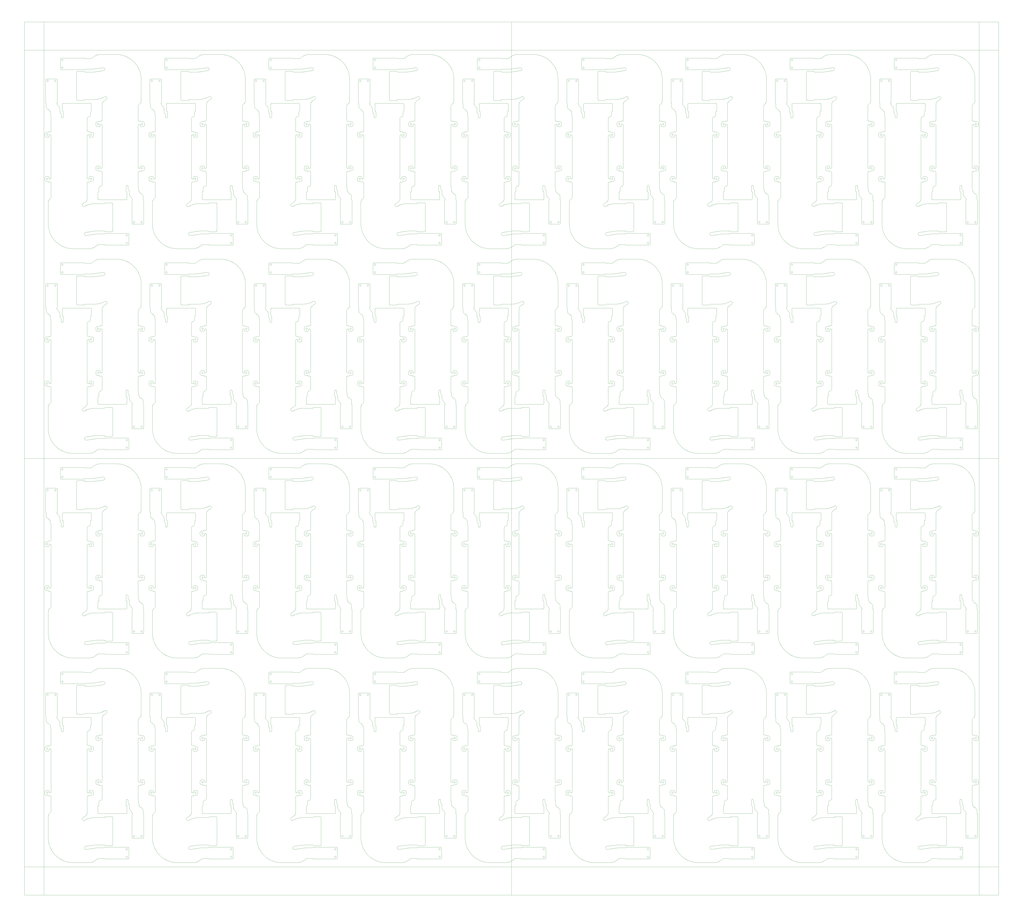
<source format=gbr>
G04 CAM350 V10.5 (Build 464) Date:  Thu Apr 06 15:49:21 2023 *
G04 Database: e:\luyen tap\2023\04 month\0406\m1000i01000-sm-f946 ctc\m1000i01000-00(2).cam *
G04 Layer 1: outline *
%FSLAX44Y44*%
%MOMM*%
%SFA1.000B1.000*%

%MIA0B0*%
%IPPOS*%
%ADD100C,0.01000*%
%ADD101C,0.10000*%
%ADD102C,0.20000*%
%LNoutline*%
%LPD*%
G54D102*
X0Y0D03*
G54D101*
X-2500000Y-2095000D02*
G01X2500000Y-2095000D01*
X-2400000Y-2240000D02*
G01X-2400000Y2240000D01*
X2400000Y-2240000D02*
G01X2400000Y2240000D01*
X-2500000Y2095000D02*
G01X2500000Y2095000D01*
X-2500000Y0D02*
G01X2500000Y0D01*
X0Y-2240000D02*
G01X0Y2240000D01*
X2500000Y2240000D02*
G01X2500000Y-2240000D01*
X-2500000Y-2240000D01*
X-2500000Y2240000D01*
X2500000Y2240000D01*
G54D100*
X2387000Y-1673773D02*
G01X2387784Y-1673738D01*
X2388563Y-1673636D01*
X2389329Y-1673466D01*
X2390078Y-1673230D01*
X2390804Y-1672929D01*
X2391500Y-1672567D01*
X2392162Y-1672145D01*
X2392785Y-1671667D01*
X2393364Y-1671137D01*
X2393894Y-1670558D01*
X2394372Y-1669935D01*
X2394794Y-1669273D01*
X2395157Y-1668576D01*
X2395457Y-1667851D01*
X2395693Y-1667102D01*
X2395863Y-1666335D01*
X2395966Y-1665557D01*
X2396000Y-1664773D01*
X2396000Y-1657456D01*
X2395966Y-1656670D01*
X2395863Y-1655891D01*
X2395693Y-1655125D01*
X2395457Y-1654376D01*
X2395156Y-1653651D01*
X2394793Y-1652954D01*
X2394371Y-1652292D01*
X2393893Y-1651669D01*
X2393363Y-1651091D01*
X2392784Y-1650560D01*
X2392161Y-1650082D01*
X2391499Y-1649661D01*
X2390802Y-1649298D01*
X2390077Y-1648998D01*
X2389328Y-1648762D01*
X2388561Y-1648592D01*
X2387783Y-1648490D01*
X2387000Y-1648456D01*
X2380441Y-1648456D01*
X2379724Y-1648484D01*
X2379013Y-1648570D01*
X2378311Y-1648711D01*
X2377623Y-1648908D01*
X2376952Y-1649160D01*
X2376304Y-1649463D01*
X2375681Y-1649817D01*
X2375089Y-1650220D01*
X2374529Y-1650670D01*
X2374343Y-1650846D01*
X2374174Y-1651038D01*
X2374021Y-1651243D01*
X2373886Y-1651460D01*
X2373770Y-1651689D01*
X2373674Y-1651926D01*
X2373598Y-1652170D01*
X2373544Y-1652421D01*
X2373511Y-1652674D01*
X2373500Y-1652932D01*
X2373500Y-1657860D01*
X2373489Y-1658121D01*
X2373455Y-1658380D01*
X2373398Y-1658636D01*
X2373319Y-1658886D01*
X2373219Y-1659127D01*
X2373098Y-1659360D01*
X2372958Y-1659580D01*
X2372798Y-1659788D01*
X2372622Y-1659981D01*
X2372429Y-1660158D01*
X2372221Y-1660317D01*
X2372000Y-1660458D01*
X2371768Y-1660579D01*
X2371527Y-1660679D01*
X2371277Y-1660758D01*
X2371021Y-1660814D01*
X2370762Y-1660849D01*
X2370500Y-1660860D01*
X2368500Y-1660860D01*
X2368065Y-1660841D01*
X2367633Y-1660784D01*
X2367208Y-1660690D01*
X2366793Y-1660560D01*
X2366391Y-1660393D01*
X2366005Y-1660193D01*
X2365637Y-1659959D01*
X2365291Y-1659695D01*
X2364970Y-1659401D01*
X2364675Y-1659081D01*
X2364410Y-1658736D01*
X2364175Y-1658369D01*
X2363973Y-1657983D01*
X2363806Y-1657582D01*
X2363674Y-1657167D01*
X2363578Y-1656742D01*
X2363520Y-1656311D01*
X2363500Y-1655860D01*
X2363500Y-1439860D01*
X2363519Y-1439424D01*
X2363576Y-1438992D01*
X2363670Y-1438566D01*
X2363802Y-1438150D01*
X2363968Y-1437747D01*
X2364170Y-1437360D01*
X2364404Y-1436992D01*
X2364670Y-1436646D01*
X2364964Y-1436324D01*
X2365286Y-1436030D01*
X2365632Y-1435764D01*
X2366000Y-1435530D01*
X2366387Y-1435328D01*
X2366790Y-1435162D01*
X2367206Y-1435030D01*
X2367632Y-1434936D01*
X2368064Y-1434879D01*
X2368500Y-1434860D01*
X2370500Y-1434860D01*
X2370761Y-1434871D01*
X2371021Y-1434906D01*
X2371276Y-1434962D01*
X2371526Y-1435041D01*
X2371768Y-1435141D01*
X2372000Y-1435262D01*
X2372221Y-1435403D01*
X2372428Y-1435562D01*
X2372621Y-1435739D01*
X2372798Y-1435932D01*
X2372957Y-1436139D01*
X2373098Y-1436360D01*
X2373219Y-1436592D01*
X2373319Y-1436834D01*
X2373398Y-1437084D01*
X2373454Y-1437339D01*
X2373489Y-1437599D01*
X2373500Y-1437860D01*
X2373500Y-1442788D01*
X2373511Y-1443044D01*
X2373544Y-1443298D01*
X2373598Y-1443548D01*
X2373673Y-1443793D01*
X2373769Y-1444030D01*
X2373885Y-1444258D01*
X2374020Y-1444476D01*
X2374173Y-1444681D01*
X2374342Y-1444873D01*
X2374529Y-1445050D01*
X2375087Y-1445498D01*
X2375679Y-1445901D01*
X2376301Y-1446255D01*
X2376949Y-1446559D01*
X2377620Y-1446811D01*
X2378308Y-1447008D01*
X2379010Y-1447150D01*
X2379721Y-1447235D01*
X2380441Y-1447264D01*
X2387000Y-1447264D01*
X2387784Y-1447230D01*
X2388563Y-1447128D01*
X2389329Y-1446958D01*
X2390078Y-1446721D01*
X2390804Y-1446421D01*
X2391500Y-1446058D01*
X2392162Y-1445637D01*
X2392785Y-1445159D01*
X2393364Y-1444628D01*
X2393894Y-1444049D01*
X2394372Y-1443426D01*
X2394794Y-1442764D01*
X2395157Y-1442068D01*
X2395457Y-1441342D01*
X2395693Y-1440594D01*
X2395863Y-1439827D01*
X2395966Y-1439049D01*
X2396000Y-1438264D01*
X2396000Y-1430947D01*
X2395966Y-1430164D01*
X2395864Y-1429386D01*
X2395694Y-1428619D01*
X2395458Y-1427871D01*
X2395157Y-1427145D01*
X2394795Y-1426449D01*
X2394373Y-1425786D01*
X2393895Y-1425163D01*
X2393365Y-1424584D01*
X2392786Y-1424054D01*
X2392163Y-1423576D01*
X2391501Y-1423154D01*
X2390805Y-1422791D01*
X2390080Y-1422491D01*
X2389331Y-1422254D01*
X2388564Y-1422084D01*
X2387786Y-1421982D01*
X2387000Y-1421947D01*
X2381674Y-1421947D01*
X2381110Y-1421925D01*
X2380550Y-1421856D01*
X2379997Y-1421743D01*
X2379455Y-1421586D01*
X2378927Y-1421386D01*
X2378417Y-1421144D01*
X2377929Y-1420862D01*
X2377465Y-1420541D01*
X2377028Y-1420184D01*
X2376615Y-1419786D01*
X2376441Y-1419618D01*
X2376254Y-1419465D01*
X2376055Y-1419327D01*
X2375846Y-1419206D01*
X2375627Y-1419102D01*
X2375401Y-1419016D01*
X2375169Y-1418948D01*
X2374932Y-1418899D01*
X2374692Y-1418870D01*
X2374448Y-1418860D01*
X2368500Y-1418860D01*
X2368064Y-1418841D01*
X2367632Y-1418784D01*
X2367206Y-1418690D01*
X2366790Y-1418558D01*
X2366387Y-1418392D01*
X2366000Y-1418190D01*
X2365632Y-1417956D01*
X2365286Y-1417690D01*
X2364964Y-1417396D01*
X2364670Y-1417074D01*
X2364404Y-1416728D01*
X2364170Y-1416360D01*
X2363968Y-1415973D01*
X2363802Y-1415570D01*
X2363670Y-1415154D01*
X2363576Y-1414728D01*
X2363519Y-1414296D01*
X2363500Y-1413860D01*
X2363500Y-1341646D01*
X2363536Y-1340801D01*
X2363643Y-1339962D01*
X2363821Y-1339134D01*
X2364068Y-1338325D01*
X2364382Y-1337539D01*
X2364762Y-1336783D01*
X2365205Y-1336062D01*
X2365707Y-1335380D01*
X2366264Y-1334744D01*
X2366880Y-1334151D01*
X2371739Y-1329860D01*
X2372957Y-1328689D01*
X2374074Y-1327418D01*
X2375079Y-1326056D01*
X2375965Y-1324614D01*
X2376727Y-1323103D01*
X2377358Y-1321532D01*
X2377853Y-1319914D01*
X2378211Y-1318260D01*
X2378427Y-1316581D01*
X2378500Y-1314869D01*
X2378500Y-1204260D01*
X2378017Y-1193170D01*
X2376567Y-1182142D01*
X2374161Y-1171282D01*
X2370818Y-1160673D01*
X2366564Y-1150396D01*
X2361429Y-1140529D01*
X2355455Y-1131147D01*
X2348685Y-1122322D01*
X2341172Y-1114120D01*
X2332972Y-1106604D01*
X2324149Y-1099831D01*
X2314769Y-1093853D01*
X2304904Y-1088715D01*
X2294628Y-1084457D01*
X2284021Y-1081110D01*
X2273162Y-1078701D01*
X2262135Y-1077247D01*
X2251000Y-1076760D01*
X2168246Y-1076760D01*
X2164019Y-1076939D01*
X2159822Y-1077475D01*
X2155685Y-1078364D01*
X2151638Y-1079599D01*
X2147710Y-1081172D01*
X2143929Y-1083071D01*
X2140296Y-1085302D01*
X2123084Y-1096906D01*
X2122723Y-1097128D01*
X2122345Y-1097318D01*
X2121952Y-1097475D01*
X2121547Y-1097599D01*
X2121134Y-1097688D01*
X2120714Y-1097742D01*
X2120289Y-1097760D01*
X2090684Y-1097760D01*
X2090283Y-1097744D01*
X2089884Y-1097696D01*
X2089491Y-1097615D01*
X2089105Y-1097504D01*
X2088730Y-1097362D01*
X2088367Y-1097191D01*
X2088019Y-1096990D01*
X2087689Y-1096763D01*
X2087377Y-1096510D01*
X2087065Y-1096256D01*
X2086734Y-1096029D01*
X2086387Y-1095829D01*
X2086024Y-1095657D01*
X2085648Y-1095516D01*
X2085263Y-1095404D01*
X2084869Y-1095324D01*
X2084471Y-1095276D01*
X2084070Y-1095260D01*
X1969070Y-1095260D01*
X1968634Y-1095279D01*
X1968202Y-1095336D01*
X1967776Y-1095430D01*
X1967360Y-1095562D01*
X1966957Y-1095728D01*
X1966570Y-1095930D01*
X1966202Y-1096164D01*
X1965856Y-1096430D01*
X1965534Y-1096724D01*
X1965240Y-1097046D01*
X1964974Y-1097392D01*
X1964740Y-1097760D01*
X1964538Y-1098147D01*
X1964372Y-1098550D01*
X1964240Y-1098966D01*
X1964146Y-1099392D01*
X1964089Y-1099824D01*
X1964070Y-1100260D01*
X1964070Y-1150260D01*
X1964089Y-1150696D01*
X1964146Y-1151128D01*
X1964240Y-1151554D01*
X1964372Y-1151970D01*
X1964538Y-1152373D01*
X1964740Y-1152760D01*
X1964974Y-1153128D01*
X1965240Y-1153474D01*
X1965534Y-1153796D01*
X1965856Y-1154090D01*
X1966202Y-1154356D01*
X1966570Y-1154590D01*
X1966957Y-1154792D01*
X1967360Y-1154958D01*
X1967776Y-1155090D01*
X1968202Y-1155184D01*
X1968634Y-1155241D01*
X1969070Y-1155260D01*
X2084070Y-1155260D01*
X2084470Y-1155244D01*
X2084869Y-1155196D01*
X2085262Y-1155116D01*
X2085647Y-1155005D01*
X2086023Y-1154863D01*
X2086386Y-1154691D01*
X2086734Y-1154491D01*
X2087064Y-1154264D01*
X2087377Y-1154010D01*
X2087689Y-1153757D01*
X2088019Y-1153529D01*
X2088367Y-1153329D01*
X2088730Y-1153158D01*
X2089105Y-1153016D01*
X2089491Y-1152905D01*
X2089884Y-1152824D01*
X2090283Y-1152776D01*
X2090684Y-1152760D01*
X2124451Y-1152760D01*
X2124798Y-1152748D01*
X2125146Y-1152711D01*
X2183611Y-1144508D01*
X2184305Y-1144442D01*
X2185003Y-1144436D01*
X2185699Y-1144490D01*
X2186387Y-1144606D01*
X2187063Y-1144781D01*
X2187721Y-1145014D01*
X2188356Y-1145303D01*
X2188963Y-1145647D01*
X2189538Y-1146042D01*
X2190077Y-1146486D01*
X2190574Y-1146976D01*
X2191027Y-1147506D01*
X2191433Y-1148075D01*
X2191787Y-1148676D01*
X2192087Y-1149306D01*
X2192331Y-1149960D01*
X2192518Y-1150632D01*
X2192645Y-1151319D01*
X2192712Y-1152013D01*
X2192718Y-1152711D01*
X2192663Y-1153407D01*
X2192547Y-1154095D01*
X2192373Y-1154771D01*
X2192139Y-1155429D01*
X2191850Y-1156064D01*
X2191506Y-1156671D01*
X2191111Y-1157246D01*
X2190667Y-1157785D01*
X2190177Y-1158282D01*
X2189647Y-1158736D01*
X2189078Y-1159141D01*
X2188477Y-1159495D01*
X2187847Y-1159795D01*
X2187193Y-1160040D01*
X2186521Y-1160226D01*
X2185834Y-1160353D01*
X2133390Y-1167711D01*
X2133043Y-1167748D01*
X2132695Y-1167760D01*
X2092422Y-1167760D01*
X2092010Y-1167743D01*
X2091602Y-1167692D01*
X2091200Y-1167608D01*
X2090806Y-1167492D01*
X2090423Y-1167343D01*
X2090053Y-1167164D01*
X2089700Y-1166954D01*
X2089365Y-1166717D01*
X2089050Y-1166452D01*
X2088758Y-1166163D01*
X2088491Y-1165851D01*
X2088246Y-1165510D01*
X2088006Y-1165176D01*
X2087739Y-1164863D01*
X2087448Y-1164574D01*
X2087134Y-1164309D01*
X2086799Y-1164070D01*
X2086446Y-1163860D01*
X2086077Y-1163680D01*
X2085694Y-1163531D01*
X2085300Y-1163414D01*
X2084898Y-1163329D01*
X2084490Y-1163278D01*
X2084070Y-1163260D01*
X2052570Y-1163260D01*
X2052134Y-1163279D01*
X2051702Y-1163336D01*
X2051276Y-1163430D01*
X2050860Y-1163562D01*
X2050457Y-1163728D01*
X2050070Y-1163930D01*
X2049702Y-1164164D01*
X2049356Y-1164430D01*
X2049034Y-1164724D01*
X2048740Y-1165046D01*
X2048474Y-1165392D01*
X2048240Y-1165760D01*
X2048038Y-1166147D01*
X2047872Y-1166550D01*
X2047740Y-1166966D01*
X2047646Y-1167392D01*
X2047589Y-1167824D01*
X2047570Y-1168260D01*
X2047570Y-1307260D01*
X2047589Y-1307696D01*
X2047646Y-1308128D01*
X2047740Y-1308554D01*
X2047872Y-1308970D01*
X2048038Y-1309373D01*
X2048240Y-1309760D01*
X2048474Y-1310128D01*
X2048740Y-1310474D01*
X2049034Y-1310796D01*
X2049356Y-1311090D01*
X2049702Y-1311356D01*
X2050070Y-1311590D01*
X2050457Y-1311792D01*
X2050860Y-1311958D01*
X2051276Y-1312090D01*
X2051702Y-1312184D01*
X2052134Y-1312241D01*
X2052570Y-1312260D01*
X2084070Y-1312260D01*
X2084480Y-1312243D01*
X2084887Y-1312193D01*
X2085290Y-1312109D01*
X2085684Y-1311992D01*
X2086067Y-1311844D01*
X2086437Y-1311664D01*
X2086790Y-1311455D01*
X2087126Y-1311218D01*
X2087440Y-1310953D01*
X2087732Y-1310664D01*
X2087999Y-1310352D01*
X2088246Y-1310010D01*
X2088485Y-1309677D01*
X2088752Y-1309364D01*
X2089043Y-1309074D01*
X2089357Y-1308809D01*
X2089692Y-1308571D01*
X2090045Y-1308361D01*
X2090414Y-1308181D01*
X2090797Y-1308031D01*
X2091191Y-1307914D01*
X2091593Y-1307829D01*
X2092001Y-1307778D01*
X2092422Y-1307760D01*
X2140825Y-1307760D01*
X2148409Y-1307472D01*
X2155951Y-1306609D01*
X2163405Y-1305177D01*
X2170729Y-1303184D01*
X2177880Y-1300641D01*
X2184818Y-1297563D01*
X2191602Y-1293909D01*
X2192205Y-1293587D01*
X2192834Y-1293318D01*
X2193484Y-1293104D01*
X2194149Y-1292946D01*
X2194825Y-1292845D01*
X2195508Y-1292802D01*
X2196192Y-1292818D01*
X2196872Y-1292892D01*
X2197543Y-1293024D01*
X2198200Y-1293213D01*
X2198839Y-1293458D01*
X2199455Y-1293756D01*
X2200043Y-1294105D01*
X2200599Y-1294503D01*
X2201118Y-1294948D01*
X2201598Y-1295435D01*
X2202035Y-1295962D01*
X2202425Y-1296524D01*
X2202766Y-1297117D01*
X2203054Y-1297737D01*
X2203289Y-1298379D01*
X2203468Y-1299039D01*
X2203590Y-1299712D01*
X2203654Y-1300393D01*
X2203660Y-1301077D01*
X2203607Y-1301759D01*
X2203496Y-1302434D01*
X2203328Y-1303097D01*
X2203104Y-1303743D01*
X2202825Y-1304368D01*
X2202494Y-1304966D01*
X2202114Y-1305535D01*
X2201686Y-1306068D01*
X2201214Y-1306563D01*
X2200701Y-1307016D01*
X2200137Y-1307434D01*
X2187320Y-1316075D01*
X2186009Y-1317038D01*
X2184781Y-1318105D01*
X2183644Y-1319268D01*
X2182605Y-1320519D01*
X2181672Y-1321850D01*
X2180849Y-1323253D01*
X2180144Y-1324718D01*
X2179559Y-1326236D01*
X2179100Y-1327796D01*
X2178769Y-1329388D01*
X2178569Y-1331002D01*
X2178500Y-1332658D01*
X2178500Y-1413860D01*
X2178481Y-1414296D01*
X2178424Y-1414728D01*
X2178330Y-1415154D01*
X2178198Y-1415570D01*
X2178032Y-1415973D01*
X2177830Y-1416360D01*
X2177596Y-1416728D01*
X2177330Y-1417074D01*
X2177036Y-1417396D01*
X2176714Y-1417690D01*
X2176368Y-1417956D01*
X2176000Y-1418190D01*
X2175613Y-1418392D01*
X2175210Y-1418558D01*
X2174794Y-1418690D01*
X2174368Y-1418784D01*
X2173936Y-1418841D01*
X2173500Y-1418860D01*
X2167552Y-1418860D01*
X2167310Y-1418870D01*
X2167070Y-1418899D01*
X2166833Y-1418947D01*
X2166601Y-1419015D01*
X2166375Y-1419101D01*
X2166157Y-1419205D01*
X2165947Y-1419326D01*
X2165748Y-1419463D01*
X2165561Y-1419616D01*
X2165385Y-1419786D01*
X2164978Y-1420179D01*
X2164541Y-1420536D01*
X2164077Y-1420858D01*
X2163589Y-1421141D01*
X2163080Y-1421383D01*
X2162552Y-1421584D01*
X2162010Y-1421742D01*
X2161458Y-1421855D01*
X2160898Y-1421924D01*
X2160327Y-1421947D01*
X2155000Y-1421947D01*
X2154214Y-1421982D01*
X2153436Y-1422084D01*
X2152669Y-1422254D01*
X2151920Y-1422491D01*
X2151195Y-1422791D01*
X2150499Y-1423154D01*
X2149837Y-1423576D01*
X2149214Y-1424054D01*
X2148635Y-1424584D01*
X2148105Y-1425163D01*
X2147627Y-1425786D01*
X2147205Y-1426449D01*
X2146843Y-1427145D01*
X2146542Y-1427871D01*
X2146306Y-1428619D01*
X2146136Y-1429386D01*
X2146034Y-1430164D01*
X2146000Y-1430947D01*
X2146000Y-1438264D01*
X2146034Y-1439049D01*
X2146137Y-1439827D01*
X2146307Y-1440594D01*
X2146543Y-1441342D01*
X2146843Y-1442068D01*
X2147206Y-1442764D01*
X2147628Y-1443426D01*
X2148106Y-1444049D01*
X2148636Y-1444628D01*
X2149215Y-1445159D01*
X2149838Y-1445637D01*
X2150500Y-1446058D01*
X2151196Y-1446421D01*
X2151922Y-1446721D01*
X2152671Y-1446958D01*
X2153437Y-1447128D01*
X2154216Y-1447230D01*
X2155000Y-1447264D01*
X2161559Y-1447264D01*
X2162274Y-1447236D01*
X2162985Y-1447150D01*
X2163687Y-1447009D01*
X2164376Y-1446812D01*
X2165046Y-1446561D01*
X2165695Y-1446257D01*
X2166317Y-1445903D01*
X2166910Y-1445501D01*
X2167471Y-1445050D01*
X2167656Y-1444874D01*
X2167826Y-1444683D01*
X2167979Y-1444478D01*
X2168114Y-1444260D01*
X2168230Y-1444032D01*
X2168326Y-1443795D01*
X2168402Y-1443550D01*
X2168456Y-1443300D01*
X2168489Y-1443046D01*
X2168500Y-1442788D01*
X2168500Y-1437860D01*
X2168511Y-1437599D01*
X2168546Y-1437339D01*
X2168602Y-1437084D01*
X2168681Y-1436834D01*
X2168781Y-1436592D01*
X2168902Y-1436360D01*
X2169043Y-1436139D01*
X2169202Y-1435932D01*
X2169379Y-1435739D01*
X2169572Y-1435562D01*
X2169779Y-1435403D01*
X2170000Y-1435262D01*
X2170232Y-1435141D01*
X2170474Y-1435041D01*
X2170724Y-1434962D01*
X2170979Y-1434906D01*
X2171239Y-1434871D01*
X2171500Y-1434860D01*
X2173500Y-1434860D01*
X2173936Y-1434879D01*
X2174368Y-1434936D01*
X2174794Y-1435030D01*
X2175210Y-1435162D01*
X2175613Y-1435328D01*
X2176000Y-1435530D01*
X2176368Y-1435764D01*
X2176714Y-1436030D01*
X2177036Y-1436324D01*
X2177330Y-1436646D01*
X2177596Y-1436992D01*
X2177830Y-1437360D01*
X2178032Y-1437747D01*
X2178198Y-1438150D01*
X2178330Y-1438566D01*
X2178424Y-1438992D01*
X2178481Y-1439424D01*
X2178500Y-1439860D01*
X2178500Y-1655860D01*
X2178481Y-1656297D01*
X2178424Y-1656729D01*
X2178329Y-1657155D01*
X2178198Y-1657571D01*
X2178031Y-1657974D01*
X2177830Y-1658361D01*
X2177595Y-1658729D01*
X2177330Y-1659075D01*
X2177035Y-1659396D01*
X2176713Y-1659691D01*
X2176367Y-1659956D01*
X2175999Y-1660191D01*
X2175612Y-1660392D01*
X2175209Y-1660559D01*
X2174793Y-1660690D01*
X2174367Y-1660784D01*
X2173935Y-1660841D01*
X2173500Y-1660860D01*
X2171500Y-1660860D01*
X2171238Y-1660849D01*
X2170979Y-1660814D01*
X2170723Y-1660758D01*
X2170473Y-1660679D01*
X2170232Y-1660579D01*
X2170000Y-1660458D01*
X2169779Y-1660317D01*
X2169571Y-1660158D01*
X2169378Y-1659981D01*
X2169202Y-1659788D01*
X2169042Y-1659580D01*
X2168902Y-1659360D01*
X2168781Y-1659127D01*
X2168681Y-1658886D01*
X2168602Y-1658636D01*
X2168546Y-1658380D01*
X2168511Y-1658121D01*
X2168500Y-1657860D01*
X2168500Y-1652932D01*
X2168489Y-1652676D01*
X2168456Y-1652422D01*
X2168402Y-1652172D01*
X2168327Y-1651927D01*
X2168231Y-1651690D01*
X2168115Y-1651462D01*
X2167980Y-1651244D01*
X2167827Y-1651039D01*
X2167658Y-1650847D01*
X2167471Y-1650670D01*
X2166912Y-1650221D01*
X2166320Y-1649818D01*
X2165698Y-1649464D01*
X2165049Y-1649160D01*
X2164379Y-1648909D01*
X2163690Y-1648712D01*
X2162988Y-1648570D01*
X2162277Y-1648484D01*
X2161559Y-1648456D01*
X2155000Y-1648456D01*
X2154216Y-1648490D01*
X2153437Y-1648592D01*
X2152671Y-1648762D01*
X2151922Y-1648998D01*
X2151196Y-1649299D01*
X2150500Y-1649661D01*
X2149838Y-1650083D01*
X2149215Y-1650561D01*
X2148636Y-1651092D01*
X2148106Y-1651671D01*
X2147628Y-1652293D01*
X2147206Y-1652956D01*
X2146843Y-1653652D01*
X2146543Y-1654377D01*
X2146307Y-1655126D01*
X2146137Y-1655893D01*
X2146034Y-1656671D01*
X2146000Y-1657456D01*
X2146000Y-1664773D01*
X2146034Y-1665557D01*
X2146137Y-1666335D01*
X2146307Y-1667102D01*
X2146543Y-1667851D01*
X2146843Y-1668576D01*
X2147206Y-1669273D01*
X2147628Y-1669935D01*
X2148106Y-1670558D01*
X2148636Y-1671137D01*
X2149215Y-1671667D01*
X2149838Y-1672145D01*
X2150500Y-1672567D01*
X2151196Y-1672929D01*
X2151922Y-1673230D01*
X2152671Y-1673466D01*
X2153437Y-1673636D01*
X2154216Y-1673738D01*
X2155000Y-1673773D01*
X2160327Y-1673773D01*
X2160889Y-1673795D01*
X2161449Y-1673863D01*
X2162002Y-1673976D01*
X2162544Y-1674133D01*
X2163072Y-1674333D01*
X2163581Y-1674575D01*
X2164070Y-1674858D01*
X2164534Y-1675179D01*
X2164971Y-1675536D01*
X2165385Y-1675934D01*
X2165559Y-1676102D01*
X2165746Y-1676255D01*
X2165945Y-1676393D01*
X2166154Y-1676514D01*
X2166372Y-1676618D01*
X2166598Y-1676704D01*
X2166830Y-1676772D01*
X2167067Y-1676820D01*
X2167307Y-1676850D01*
X2167552Y-1676860D01*
X2173500Y-1676860D01*
X2173935Y-1676879D01*
X2174367Y-1676936D01*
X2174793Y-1677030D01*
X2175209Y-1677161D01*
X2175612Y-1677328D01*
X2175999Y-1677529D01*
X2176367Y-1677764D01*
X2176713Y-1678029D01*
X2177035Y-1678324D01*
X2177330Y-1678645D01*
X2177595Y-1678991D01*
X2177830Y-1679359D01*
X2178031Y-1679746D01*
X2178198Y-1680149D01*
X2178329Y-1680565D01*
X2178424Y-1680991D01*
X2178481Y-1681423D01*
X2178500Y-1681860D01*
X2178500Y-1743802D01*
X2178464Y-1744625D01*
X2178357Y-1745443D01*
X2178179Y-1746249D01*
X2177932Y-1747037D01*
X2177618Y-1747800D01*
X2177238Y-1748533D01*
X2176796Y-1749230D01*
X2176296Y-1749887D01*
X2175740Y-1750497D01*
X2175133Y-1751057D01*
X2174480Y-1751562D01*
X2173786Y-1752008D01*
X2173055Y-1752393D01*
X2172294Y-1752712D01*
X2171495Y-1752968D01*
X2169324Y-1753559D01*
X2168495Y-1753824D01*
X2167694Y-1754159D01*
X2166924Y-1754563D01*
X2166193Y-1755032D01*
X2165505Y-1755562D01*
X2164865Y-1756151D01*
X2164279Y-1756792D01*
X2163751Y-1757482D01*
X2163285Y-1758216D01*
X2162885Y-1758987D01*
X2162552Y-1759790D01*
X2162291Y-1760618D01*
X2162103Y-1761467D01*
X2161989Y-1762328D01*
X2161950Y-1763208D01*
X2161950Y-1776800D01*
X2161931Y-1777235D01*
X2161874Y-1777667D01*
X2161780Y-1778093D01*
X2161649Y-1778509D01*
X2161482Y-1778912D01*
X2161281Y-1779299D01*
X2161046Y-1779667D01*
X2160781Y-1780013D01*
X2160486Y-1780335D01*
X2160165Y-1780629D01*
X2159819Y-1780895D01*
X2159450Y-1781130D01*
X2159082Y-1781364D01*
X2158736Y-1781630D01*
X2158414Y-1781924D01*
X2158120Y-1782246D01*
X2157854Y-1782592D01*
X2157620Y-1782960D01*
X2157418Y-1783347D01*
X2157252Y-1783750D01*
X2157120Y-1784166D01*
X2157026Y-1784592D01*
X2156969Y-1785024D01*
X2156950Y-1785460D01*
X2156950Y-1816960D01*
X2156969Y-1817396D01*
X2157026Y-1817828D01*
X2157120Y-1818254D01*
X2157252Y-1818670D01*
X2157418Y-1819073D01*
X2157620Y-1819460D01*
X2157854Y-1819828D01*
X2158120Y-1820174D01*
X2158414Y-1820496D01*
X2158736Y-1820790D01*
X2159082Y-1821056D01*
X2159450Y-1821290D01*
X2159837Y-1821492D01*
X2160240Y-1821658D01*
X2160656Y-1821790D01*
X2161082Y-1821884D01*
X2161514Y-1821941D01*
X2161950Y-1821960D01*
X2300950Y-1821960D01*
X2301386Y-1821941D01*
X2301818Y-1821884D01*
X2302244Y-1821790D01*
X2302660Y-1821658D01*
X2303063Y-1821492D01*
X2303450Y-1821290D01*
X2303818Y-1821056D01*
X2304164Y-1820790D01*
X2304486Y-1820496D01*
X2304780Y-1820174D01*
X2305046Y-1819828D01*
X2305280Y-1819460D01*
X2305482Y-1819073D01*
X2305648Y-1818670D01*
X2305780Y-1818254D01*
X2305874Y-1817828D01*
X2305931Y-1817396D01*
X2305950Y-1816960D01*
X2305950Y-1785460D01*
X2305931Y-1785025D01*
X2305874Y-1784593D01*
X2305780Y-1784167D01*
X2305649Y-1783751D01*
X2305482Y-1783348D01*
X2305281Y-1782961D01*
X2305046Y-1782593D01*
X2304781Y-1782247D01*
X2304486Y-1781925D01*
X2304165Y-1781630D01*
X2303819Y-1781365D01*
X2303450Y-1781130D01*
X2303082Y-1780896D01*
X2302736Y-1780630D01*
X2302414Y-1780335D01*
X2302120Y-1780014D01*
X2301854Y-1779668D01*
X2301620Y-1779300D01*
X2301418Y-1778913D01*
X2301252Y-1778510D01*
X2301120Y-1778094D01*
X2301026Y-1777668D01*
X2300969Y-1777236D01*
X2300950Y-1776800D01*
X2300950Y-1753390D01*
X2300969Y-1752954D01*
X2301026Y-1752522D01*
X2301120Y-1752096D01*
X2301252Y-1751680D01*
X2301418Y-1751277D01*
X2301620Y-1750890D01*
X2301854Y-1750522D01*
X2302120Y-1750176D01*
X2302414Y-1749855D01*
X2302736Y-1749560D01*
X2303082Y-1749294D01*
X2303450Y-1749060D01*
X2303837Y-1748859D01*
X2304240Y-1748692D01*
X2304656Y-1748561D01*
X2305082Y-1748466D01*
X2305514Y-1748409D01*
X2305950Y-1748390D01*
X2306307Y-1748390D01*
X2306742Y-1748409D01*
X2307174Y-1748466D01*
X2307599Y-1748560D01*
X2308014Y-1748691D01*
X2308417Y-1748857D01*
X2308803Y-1749057D01*
X2309170Y-1749291D01*
X2309516Y-1749556D01*
X2309837Y-1749849D01*
X2310132Y-1750170D01*
X2310398Y-1750514D01*
X2310632Y-1750881D01*
X2310834Y-1751267D01*
X2311002Y-1751669D01*
X2311134Y-1752083D01*
X2311229Y-1752508D01*
X2311287Y-1752940D01*
X2311307Y-1753390D01*
X2311307Y-1763689D01*
X2311339Y-1764481D01*
X2311433Y-1765268D01*
X2311589Y-1766044D01*
X2311806Y-1766806D01*
X2312082Y-1767548D01*
X2312416Y-1768267D01*
X2312807Y-1768956D01*
X2313250Y-1769612D01*
X2313745Y-1770232D01*
X2314584Y-1771283D01*
X2315338Y-1772399D01*
X2316001Y-1773571D01*
X2316570Y-1774791D01*
X2317040Y-1776053D01*
X2317409Y-1777348D01*
X2317675Y-1778669D01*
X2317835Y-1780006D01*
X2317888Y-1781354D01*
X2317888Y-1792391D01*
X2317938Y-1793610D01*
X2318086Y-1794821D01*
X2318332Y-1796015D01*
X2318675Y-1797186D01*
X2319111Y-1798325D01*
X2319639Y-1799424D01*
X2320254Y-1800477D01*
X2320956Y-1801481D01*
X2332978Y-1817263D01*
X2333210Y-1817596D01*
X2333416Y-1817947D01*
X2333592Y-1818314D01*
X2333737Y-1818693D01*
X2333851Y-1819084D01*
X2333934Y-1819482D01*
X2333983Y-1819885D01*
X2334000Y-1820293D01*
X2334000Y-1821046D01*
X2333984Y-1821447D01*
X2333936Y-1821845D01*
X2333856Y-1822238D01*
X2333744Y-1822624D01*
X2333603Y-1822999D01*
X2333431Y-1823362D01*
X2333231Y-1823710D01*
X2333004Y-1824041D01*
X2332750Y-1824353D01*
X2332496Y-1824665D01*
X2332269Y-1824996D01*
X2332069Y-1825343D01*
X2331897Y-1825706D01*
X2331756Y-1826082D01*
X2331644Y-1826467D01*
X2331564Y-1826861D01*
X2331516Y-1827259D01*
X2331500Y-1827660D01*
X2331500Y-1942660D01*
X2331519Y-1943096D01*
X2331576Y-1943528D01*
X2331670Y-1943954D01*
X2331802Y-1944370D01*
X2331968Y-1944773D01*
X2332170Y-1945160D01*
X2332404Y-1945528D01*
X2332670Y-1945874D01*
X2332964Y-1946196D01*
X2333286Y-1946490D01*
X2333632Y-1946756D01*
X2334000Y-1946990D01*
X2334387Y-1947192D01*
X2334790Y-1947358D01*
X2335206Y-1947490D01*
X2335632Y-1947584D01*
X2336064Y-1947641D01*
X2336500Y-1947660D01*
X2386500Y-1947660D01*
X2386936Y-1947641D01*
X2387368Y-1947584D01*
X2387794Y-1947490D01*
X2388210Y-1947358D01*
X2388613Y-1947192D01*
X2389000Y-1946990D01*
X2389368Y-1946756D01*
X2389714Y-1946490D01*
X2390036Y-1946196D01*
X2390330Y-1945874D01*
X2390596Y-1945528D01*
X2390830Y-1945160D01*
X2391032Y-1944773D01*
X2391198Y-1944370D01*
X2391330Y-1943954D01*
X2391424Y-1943528D01*
X2391481Y-1943096D01*
X2391500Y-1942660D01*
X2391500Y-1827660D01*
X2391484Y-1827258D01*
X2391436Y-1826860D01*
X2391355Y-1826467D01*
X2391244Y-1826081D01*
X2391102Y-1825706D01*
X2390931Y-1825343D01*
X2390731Y-1824995D01*
X2390503Y-1824664D01*
X2390246Y-1824349D01*
X2389993Y-1824038D01*
X2389765Y-1823707D01*
X2389565Y-1823360D01*
X2389393Y-1822997D01*
X2389250Y-1822622D01*
X2389139Y-1822236D01*
X2389058Y-1821843D01*
X2389010Y-1821445D01*
X2388993Y-1821038D01*
X2388993Y-1806002D01*
X2388943Y-1804778D01*
X2388793Y-1803560D01*
X2388544Y-1802358D01*
X2388197Y-1801180D01*
X2387755Y-1800035D01*
X2387221Y-1798930D01*
X2386599Y-1797872D01*
X2385892Y-1796868D01*
X2385105Y-1795926D01*
X2384244Y-1795051D01*
X2383314Y-1794250D01*
X2382322Y-1793527D01*
X2381274Y-1792888D01*
X2380157Y-1792327D01*
X2378408Y-1791449D01*
X2376739Y-1790429D01*
X2375160Y-1789274D01*
X2373683Y-1787992D01*
X2372318Y-1786591D01*
X2371074Y-1785082D01*
X2369960Y-1783474D01*
X2368983Y-1781780D01*
X2368151Y-1780010D01*
X2367469Y-1778177D01*
X2366941Y-1776294D01*
X2366568Y-1774345D01*
X2364039Y-1757265D01*
X2363635Y-1753612D01*
X2363500Y-1749941D01*
X2363500Y-1681860D01*
X2363519Y-1681424D01*
X2363576Y-1680992D01*
X2363670Y-1680566D01*
X2363802Y-1680150D01*
X2363968Y-1679747D01*
X2364170Y-1679360D01*
X2364404Y-1678992D01*
X2364670Y-1678646D01*
X2364964Y-1678324D01*
X2365286Y-1678030D01*
X2365632Y-1677764D01*
X2366000Y-1677530D01*
X2366387Y-1677328D01*
X2366790Y-1677162D01*
X2367206Y-1677030D01*
X2367632Y-1676936D01*
X2368064Y-1676879D01*
X2368500Y-1676860D01*
X2374448Y-1676860D01*
X2374689Y-1676850D01*
X2374929Y-1676821D01*
X2375166Y-1676773D01*
X2375398Y-1676705D01*
X2375624Y-1676620D01*
X2375843Y-1676516D01*
X2376052Y-1676395D01*
X2376251Y-1676257D01*
X2376438Y-1676104D01*
X2376615Y-1675934D01*
X2377021Y-1675542D01*
X2377458Y-1675184D01*
X2377922Y-1674863D01*
X2378410Y-1674580D01*
X2378919Y-1674337D01*
X2379447Y-1674136D01*
X2379988Y-1673979D01*
X2380541Y-1673865D01*
X2381101Y-1673796D01*
X2381674Y-1673773D01*
X2387000Y-1673773D01*
X2385500Y-1937410D02*
G75*
G03X2385500Y-1937410I-4250D01*
X2346000Y-1937410D02*
G03X2346000Y-1937410I-4250D01*
X1978570Y-1145010D02*
G03X1978570Y-1145010I-4250D01*
X1978570Y-1105510D02*
G03X1978570Y-1105510I-4250D01*
X2162750Y-1434606D02*
G03X2162750Y-1434606I-4250D01*
X2387750Y-1434606D02*
G03X2387750Y-1434606I-4250D01*
X2162750Y-1661114D02*
G03X2162750Y-1661114I-4250D01*
X2387750Y-1661114D02*
G03X2387750Y-1661114I-4250D01*
X1893000Y-1476227D02*
G01X1892216Y-1476262D01*
X1891437Y-1476364D01*
X1890671Y-1476534D01*
X1889922Y-1476770D01*
X1889196Y-1477071D01*
X1888500Y-1477433D01*
X1887838Y-1477855D01*
X1887215Y-1478333D01*
X1886636Y-1478863D01*
X1886106Y-1479442D01*
X1885628Y-1480065D01*
X1885206Y-1480727D01*
X1884843Y-1481424D01*
X1884543Y-1482149D01*
X1884307Y-1482898D01*
X1884137Y-1483665D01*
X1884034Y-1484443D01*
X1884000Y-1485227D01*
X1884000Y-1492544D01*
X1884034Y-1493330D01*
X1884137Y-1494109D01*
X1884307Y-1494875D01*
X1884543Y-1495624D01*
X1884844Y-1496349D01*
X1885207Y-1497046D01*
X1885629Y-1497708D01*
X1886107Y-1498331D01*
X1886637Y-1498909D01*
X1887216Y-1499440D01*
X1887839Y-1499918D01*
X1888501Y-1500339D01*
X1889198Y-1500702D01*
X1889923Y-1501002D01*
X1890672Y-1501238D01*
X1891439Y-1501408D01*
X1892217Y-1501510D01*
X1893000Y-1501544D01*
X1899559Y-1501544D01*
X1900276Y-1501516D01*
X1900987Y-1501430D01*
X1901689Y-1501289D01*
X1902377Y-1501092D01*
X1903048Y-1500840D01*
X1903696Y-1500537D01*
X1904319Y-1500183D01*
X1904911Y-1499780D01*
X1905471Y-1499330D01*
X1905657Y-1499154D01*
X1905826Y-1498962D01*
X1905979Y-1498757D01*
X1906114Y-1498540D01*
X1906230Y-1498311D01*
X1906326Y-1498074D01*
X1906402Y-1497830D01*
X1906456Y-1497579D01*
X1906489Y-1497326D01*
X1906500Y-1497068D01*
X1906500Y-1492140D01*
X1906511Y-1491879D01*
X1906545Y-1491620D01*
X1906602Y-1491364D01*
X1906681Y-1491114D01*
X1906781Y-1490873D01*
X1906902Y-1490640D01*
X1907042Y-1490420D01*
X1907202Y-1490212D01*
X1907378Y-1490019D01*
X1907571Y-1489842D01*
X1907779Y-1489683D01*
X1908000Y-1489542D01*
X1908232Y-1489421D01*
X1908473Y-1489321D01*
X1908723Y-1489242D01*
X1908979Y-1489186D01*
X1909238Y-1489151D01*
X1909500Y-1489140D01*
X1911500Y-1489140D01*
X1911935Y-1489159D01*
X1912367Y-1489216D01*
X1912792Y-1489310D01*
X1913207Y-1489440D01*
X1913609Y-1489607D01*
X1913995Y-1489807D01*
X1914363Y-1490041D01*
X1914709Y-1490305D01*
X1915030Y-1490599D01*
X1915325Y-1490919D01*
X1915590Y-1491264D01*
X1915825Y-1491631D01*
X1916027Y-1492017D01*
X1916194Y-1492418D01*
X1916326Y-1492833D01*
X1916422Y-1493258D01*
X1916480Y-1493689D01*
X1916500Y-1494140D01*
X1916500Y-1710140D01*
X1916481Y-1710576D01*
X1916424Y-1711008D01*
X1916330Y-1711434D01*
X1916198Y-1711850D01*
X1916032Y-1712253D01*
X1915830Y-1712640D01*
X1915596Y-1713008D01*
X1915330Y-1713354D01*
X1915036Y-1713676D01*
X1914714Y-1713970D01*
X1914368Y-1714236D01*
X1914000Y-1714470D01*
X1913613Y-1714672D01*
X1913210Y-1714838D01*
X1912794Y-1714970D01*
X1912368Y-1715064D01*
X1911936Y-1715121D01*
X1911500Y-1715140D01*
X1909500Y-1715140D01*
X1909239Y-1715129D01*
X1908979Y-1715094D01*
X1908724Y-1715038D01*
X1908474Y-1714959D01*
X1908232Y-1714859D01*
X1908000Y-1714738D01*
X1907779Y-1714597D01*
X1907572Y-1714438D01*
X1907379Y-1714261D01*
X1907202Y-1714068D01*
X1907043Y-1713861D01*
X1906902Y-1713640D01*
X1906781Y-1713408D01*
X1906681Y-1713166D01*
X1906602Y-1712916D01*
X1906546Y-1712661D01*
X1906511Y-1712401D01*
X1906500Y-1712140D01*
X1906500Y-1707212D01*
X1906489Y-1706956D01*
X1906456Y-1706702D01*
X1906402Y-1706452D01*
X1906327Y-1706207D01*
X1906231Y-1705970D01*
X1906115Y-1705742D01*
X1905980Y-1705524D01*
X1905827Y-1705319D01*
X1905658Y-1705127D01*
X1905471Y-1704950D01*
X1904913Y-1704502D01*
X1904321Y-1704099D01*
X1903699Y-1703745D01*
X1903051Y-1703441D01*
X1902380Y-1703189D01*
X1901692Y-1702992D01*
X1900990Y-1702850D01*
X1900279Y-1702765D01*
X1899559Y-1702736D01*
X1893000Y-1702736D01*
X1892216Y-1702770D01*
X1891437Y-1702872D01*
X1890671Y-1703042D01*
X1889922Y-1703279D01*
X1889196Y-1703579D01*
X1888500Y-1703941D01*
X1887838Y-1704363D01*
X1887215Y-1704841D01*
X1886636Y-1705372D01*
X1886106Y-1705951D01*
X1885628Y-1706574D01*
X1885206Y-1707236D01*
X1884843Y-1707932D01*
X1884543Y-1708658D01*
X1884307Y-1709406D01*
X1884137Y-1710173D01*
X1884034Y-1710951D01*
X1884000Y-1711736D01*
X1884000Y-1719053D01*
X1884034Y-1719836D01*
X1884136Y-1720614D01*
X1884306Y-1721381D01*
X1884542Y-1722129D01*
X1884843Y-1722855D01*
X1885205Y-1723551D01*
X1885627Y-1724214D01*
X1886105Y-1724837D01*
X1886635Y-1725416D01*
X1887214Y-1725946D01*
X1887837Y-1726424D01*
X1888499Y-1726846D01*
X1889195Y-1727209D01*
X1889920Y-1727509D01*
X1890669Y-1727746D01*
X1891436Y-1727916D01*
X1892214Y-1728018D01*
X1893000Y-1728053D01*
X1898326Y-1728053D01*
X1898890Y-1728075D01*
X1899450Y-1728144D01*
X1900003Y-1728256D01*
X1900545Y-1728414D01*
X1901073Y-1728614D01*
X1901583Y-1728856D01*
X1902071Y-1729138D01*
X1902535Y-1729459D01*
X1902972Y-1729816D01*
X1903385Y-1730214D01*
X1903559Y-1730382D01*
X1903746Y-1730535D01*
X1903945Y-1730673D01*
X1904154Y-1730794D01*
X1904373Y-1730898D01*
X1904599Y-1730984D01*
X1904831Y-1731052D01*
X1905068Y-1731101D01*
X1905308Y-1731130D01*
X1905552Y-1731140D01*
X1911500Y-1731140D01*
X1911936Y-1731159D01*
X1912368Y-1731216D01*
X1912794Y-1731310D01*
X1913210Y-1731442D01*
X1913613Y-1731608D01*
X1914000Y-1731810D01*
X1914368Y-1732044D01*
X1914714Y-1732310D01*
X1915036Y-1732604D01*
X1915330Y-1732926D01*
X1915596Y-1733272D01*
X1915830Y-1733640D01*
X1916032Y-1734027D01*
X1916198Y-1734430D01*
X1916330Y-1734846D01*
X1916424Y-1735272D01*
X1916481Y-1735704D01*
X1916500Y-1736140D01*
X1916500Y-1808354D01*
X1916464Y-1809199D01*
X1916357Y-1810038D01*
X1916179Y-1810866D01*
X1915932Y-1811675D01*
X1915618Y-1812461D01*
X1915238Y-1813217D01*
X1914795Y-1813938D01*
X1914293Y-1814620D01*
X1913736Y-1815256D01*
X1913120Y-1815849D01*
X1908261Y-1820140D01*
X1907043Y-1821311D01*
X1905926Y-1822582D01*
X1904921Y-1823944D01*
X1904035Y-1825386D01*
X1903273Y-1826897D01*
X1902643Y-1828468D01*
X1902147Y-1830086D01*
X1901789Y-1831740D01*
X1901573Y-1833419D01*
X1901500Y-1835131D01*
X1901500Y-1945740D01*
X1901983Y-1956830D01*
X1903433Y-1967858D01*
X1905839Y-1978718D01*
X1909182Y-1989327D01*
X1913436Y-1999604D01*
X1918571Y-2009471D01*
X1924545Y-2018853D01*
X1931315Y-2027678D01*
X1938828Y-2035880D01*
X1947028Y-2043396D01*
X1955851Y-2050169D01*
X1965231Y-2056147D01*
X1975096Y-2061285D01*
X1985372Y-2065543D01*
X1995979Y-2068890D01*
X2006838Y-2071299D01*
X2017865Y-2072753D01*
X2029000Y-2073240D01*
X2111754Y-2073240D01*
X2115981Y-2073061D01*
X2120178Y-2072525D01*
X2124315Y-2071636D01*
X2128362Y-2070401D01*
X2132290Y-2068828D01*
X2136071Y-2066929D01*
X2139704Y-2064698D01*
X2156916Y-2053094D01*
X2157277Y-2052872D01*
X2157655Y-2052682D01*
X2158048Y-2052525D01*
X2158453Y-2052401D01*
X2158866Y-2052312D01*
X2159286Y-2052258D01*
X2159711Y-2052240D01*
X2189316Y-2052240D01*
X2189717Y-2052256D01*
X2190116Y-2052304D01*
X2190509Y-2052385D01*
X2190895Y-2052496D01*
X2191270Y-2052638D01*
X2191633Y-2052809D01*
X2191981Y-2053010D01*
X2192311Y-2053237D01*
X2192623Y-2053490D01*
X2192935Y-2053744D01*
X2193266Y-2053971D01*
X2193614Y-2054171D01*
X2193976Y-2054343D01*
X2194352Y-2054484D01*
X2194737Y-2054596D01*
X2195131Y-2054676D01*
X2195529Y-2054724D01*
X2195930Y-2054740D01*
X2310930Y-2054740D01*
X2311366Y-2054721D01*
X2311798Y-2054664D01*
X2312224Y-2054570D01*
X2312640Y-2054438D01*
X2313043Y-2054272D01*
X2313430Y-2054070D01*
X2313798Y-2053836D01*
X2314144Y-2053570D01*
X2314466Y-2053276D01*
X2314760Y-2052954D01*
X2315026Y-2052608D01*
X2315260Y-2052240D01*
X2315462Y-2051853D01*
X2315628Y-2051450D01*
X2315760Y-2051034D01*
X2315854Y-2050608D01*
X2315911Y-2050176D01*
X2315930Y-2049740D01*
X2315930Y-1999740D01*
X2315911Y-1999304D01*
X2315854Y-1998872D01*
X2315760Y-1998446D01*
X2315628Y-1998030D01*
X2315462Y-1997627D01*
X2315260Y-1997240D01*
X2315026Y-1996872D01*
X2314760Y-1996526D01*
X2314466Y-1996204D01*
X2314144Y-1995910D01*
X2313798Y-1995644D01*
X2313430Y-1995410D01*
X2313043Y-1995208D01*
X2312640Y-1995042D01*
X2312224Y-1994910D01*
X2311798Y-1994816D01*
X2311366Y-1994759D01*
X2310930Y-1994740D01*
X2195930Y-1994740D01*
X2195530Y-1994756D01*
X2195131Y-1994804D01*
X2194738Y-1994884D01*
X2194353Y-1994995D01*
X2193977Y-1995137D01*
X2193614Y-1995309D01*
X2193266Y-1995509D01*
X2192936Y-1995736D01*
X2192623Y-1995990D01*
X2192311Y-1996243D01*
X2191981Y-1996471D01*
X2191633Y-1996671D01*
X2191270Y-1996842D01*
X2190895Y-1996984D01*
X2190509Y-1997095D01*
X2190116Y-1997176D01*
X2189717Y-1997224D01*
X2189316Y-1997240D01*
X2155549Y-1997240D01*
X2155202Y-1997252D01*
X2154854Y-1997289D01*
X2096389Y-2005492D01*
X2095695Y-2005558D01*
X2094997Y-2005564D01*
X2094301Y-2005510D01*
X2093613Y-2005394D01*
X2092937Y-2005219D01*
X2092279Y-2004986D01*
X2091644Y-2004697D01*
X2091037Y-2004353D01*
X2090462Y-2003958D01*
X2089923Y-2003514D01*
X2089426Y-2003024D01*
X2088973Y-2002494D01*
X2088567Y-2001925D01*
X2088213Y-2001324D01*
X2087913Y-2000694D01*
X2087669Y-2000040D01*
X2087482Y-1999368D01*
X2087355Y-1998681D01*
X2087288Y-1997987D01*
X2087282Y-1997289D01*
X2087337Y-1996593D01*
X2087453Y-1995905D01*
X2087627Y-1995229D01*
X2087861Y-1994571D01*
X2088150Y-1993936D01*
X2088494Y-1993329D01*
X2088889Y-1992754D01*
X2089333Y-1992215D01*
X2089823Y-1991718D01*
X2090353Y-1991264D01*
X2090922Y-1990859D01*
X2091523Y-1990505D01*
X2092153Y-1990205D01*
X2092807Y-1989960D01*
X2093479Y-1989774D01*
X2094166Y-1989647D01*
X2146610Y-1982289D01*
X2146957Y-1982252D01*
X2147305Y-1982240D01*
X2187578Y-1982240D01*
X2187990Y-1982257D01*
X2188398Y-1982308D01*
X2188800Y-1982391D01*
X2189194Y-1982508D01*
X2189577Y-1982657D01*
X2189947Y-1982836D01*
X2190300Y-1983046D01*
X2190635Y-1983283D01*
X2190950Y-1983548D01*
X2191242Y-1983837D01*
X2191509Y-1984149D01*
X2191754Y-1984490D01*
X2191994Y-1984824D01*
X2192261Y-1985137D01*
X2192552Y-1985426D01*
X2192866Y-1985691D01*
X2193201Y-1985930D01*
X2193554Y-1986139D01*
X2193924Y-1986320D01*
X2194306Y-1986469D01*
X2194700Y-1986586D01*
X2195102Y-1986671D01*
X2195510Y-1986722D01*
X2195930Y-1986740D01*
X2227430Y-1986740D01*
X2227866Y-1986721D01*
X2228298Y-1986664D01*
X2228724Y-1986570D01*
X2229140Y-1986438D01*
X2229543Y-1986272D01*
X2229930Y-1986070D01*
X2230298Y-1985836D01*
X2230644Y-1985570D01*
X2230966Y-1985276D01*
X2231260Y-1984954D01*
X2231526Y-1984608D01*
X2231760Y-1984240D01*
X2231962Y-1983853D01*
X2232128Y-1983450D01*
X2232260Y-1983034D01*
X2232354Y-1982608D01*
X2232411Y-1982176D01*
X2232430Y-1981740D01*
X2232430Y-1842740D01*
X2232411Y-1842304D01*
X2232354Y-1841872D01*
X2232260Y-1841446D01*
X2232128Y-1841030D01*
X2231962Y-1840627D01*
X2231760Y-1840240D01*
X2231526Y-1839872D01*
X2231260Y-1839526D01*
X2230966Y-1839204D01*
X2230644Y-1838910D01*
X2230298Y-1838644D01*
X2229930Y-1838410D01*
X2229543Y-1838208D01*
X2229140Y-1838042D01*
X2228724Y-1837910D01*
X2228298Y-1837816D01*
X2227866Y-1837759D01*
X2227430Y-1837740D01*
X2195930Y-1837740D01*
X2195520Y-1837757D01*
X2195113Y-1837807D01*
X2194710Y-1837891D01*
X2194316Y-1838008D01*
X2193933Y-1838156D01*
X2193563Y-1838336D01*
X2193210Y-1838545D01*
X2192874Y-1838782D01*
X2192560Y-1839047D01*
X2192268Y-1839336D01*
X2192001Y-1839648D01*
X2191754Y-1839990D01*
X2191515Y-1840323D01*
X2191248Y-1840636D01*
X2190957Y-1840926D01*
X2190643Y-1841191D01*
X2190308Y-1841429D01*
X2189955Y-1841639D01*
X2189586Y-1841819D01*
X2189203Y-1841969D01*
X2188809Y-1842086D01*
X2188407Y-1842171D01*
X2187999Y-1842222D01*
X2187578Y-1842240D01*
X2139176Y-1842240D01*
X2131591Y-1842528D01*
X2124049Y-1843391D01*
X2116595Y-1844823D01*
X2109271Y-1846816D01*
X2102120Y-1849359D01*
X2095182Y-1852437D01*
X2088398Y-1856091D01*
X2087795Y-1856413D01*
X2087166Y-1856682D01*
X2086516Y-1856896D01*
X2085851Y-1857054D01*
X2085175Y-1857155D01*
X2084492Y-1857198D01*
X2083808Y-1857182D01*
X2083128Y-1857108D01*
X2082457Y-1856976D01*
X2081800Y-1856787D01*
X2081161Y-1856542D01*
X2080545Y-1856244D01*
X2079957Y-1855895D01*
X2079401Y-1855497D01*
X2078882Y-1855052D01*
X2078402Y-1854565D01*
X2077965Y-1854038D01*
X2077575Y-1853476D01*
X2077234Y-1852883D01*
X2076946Y-1852263D01*
X2076711Y-1851621D01*
X2076532Y-1850961D01*
X2076410Y-1850288D01*
X2076346Y-1849607D01*
X2076340Y-1848923D01*
X2076393Y-1848241D01*
X2076504Y-1847566D01*
X2076672Y-1846903D01*
X2076896Y-1846257D01*
X2077175Y-1845632D01*
X2077506Y-1845034D01*
X2077886Y-1844465D01*
X2078314Y-1843932D01*
X2078786Y-1843437D01*
X2079299Y-1842984D01*
X2079863Y-1842566D01*
X2092680Y-1833925D01*
X2093991Y-1832962D01*
X2095219Y-1831895D01*
X2096356Y-1830732D01*
X2097395Y-1829481D01*
X2098328Y-1828150D01*
X2099151Y-1826747D01*
X2099856Y-1825282D01*
X2100441Y-1823764D01*
X2100900Y-1822204D01*
X2101231Y-1820612D01*
X2101431Y-1818998D01*
X2101500Y-1817342D01*
X2101500Y-1736140D01*
X2101519Y-1735704D01*
X2101576Y-1735272D01*
X2101670Y-1734846D01*
X2101802Y-1734430D01*
X2101968Y-1734027D01*
X2102170Y-1733640D01*
X2102404Y-1733272D01*
X2102670Y-1732926D01*
X2102964Y-1732604D01*
X2103286Y-1732310D01*
X2103632Y-1732044D01*
X2104000Y-1731810D01*
X2104387Y-1731608D01*
X2104790Y-1731442D01*
X2105206Y-1731310D01*
X2105632Y-1731216D01*
X2106064Y-1731159D01*
X2106500Y-1731140D01*
X2112448Y-1731140D01*
X2112690Y-1731130D01*
X2112930Y-1731101D01*
X2113167Y-1731053D01*
X2113399Y-1730985D01*
X2113625Y-1730899D01*
X2113843Y-1730795D01*
X2114053Y-1730674D01*
X2114252Y-1730537D01*
X2114439Y-1730384D01*
X2114615Y-1730214D01*
X2115022Y-1729821D01*
X2115459Y-1729464D01*
X2115923Y-1729142D01*
X2116411Y-1728859D01*
X2116920Y-1728617D01*
X2117448Y-1728416D01*
X2117990Y-1728258D01*
X2118542Y-1728145D01*
X2119102Y-1728076D01*
X2119674Y-1728053D01*
X2125000Y-1728053D01*
X2125786Y-1728018D01*
X2126564Y-1727916D01*
X2127331Y-1727746D01*
X2128080Y-1727509D01*
X2128805Y-1727209D01*
X2129501Y-1726846D01*
X2130163Y-1726424D01*
X2130786Y-1725946D01*
X2131365Y-1725416D01*
X2131895Y-1724837D01*
X2132373Y-1724214D01*
X2132795Y-1723551D01*
X2133157Y-1722855D01*
X2133458Y-1722129D01*
X2133694Y-1721381D01*
X2133864Y-1720614D01*
X2133966Y-1719836D01*
X2134000Y-1719053D01*
X2134000Y-1711736D01*
X2133966Y-1710951D01*
X2133863Y-1710173D01*
X2133693Y-1709406D01*
X2133457Y-1708658D01*
X2133157Y-1707932D01*
X2132794Y-1707236D01*
X2132372Y-1706574D01*
X2131894Y-1705951D01*
X2131364Y-1705372D01*
X2130785Y-1704841D01*
X2130162Y-1704363D01*
X2129500Y-1703941D01*
X2128804Y-1703579D01*
X2128078Y-1703279D01*
X2127329Y-1703042D01*
X2126563Y-1702872D01*
X2125784Y-1702770D01*
X2125000Y-1702736D01*
X2118441Y-1702736D01*
X2117726Y-1702764D01*
X2117015Y-1702849D01*
X2116313Y-1702991D01*
X2115624Y-1703188D01*
X2114954Y-1703439D01*
X2114305Y-1703742D01*
X2113683Y-1704097D01*
X2113090Y-1704499D01*
X2112529Y-1704950D01*
X2112344Y-1705126D01*
X2112174Y-1705317D01*
X2112021Y-1705522D01*
X2111886Y-1705740D01*
X2111770Y-1705968D01*
X2111674Y-1706205D01*
X2111598Y-1706450D01*
X2111544Y-1706700D01*
X2111511Y-1706954D01*
X2111500Y-1707212D01*
X2111500Y-1712140D01*
X2111489Y-1712401D01*
X2111454Y-1712661D01*
X2111398Y-1712916D01*
X2111319Y-1713166D01*
X2111219Y-1713408D01*
X2111098Y-1713640D01*
X2110957Y-1713861D01*
X2110798Y-1714068D01*
X2110621Y-1714261D01*
X2110428Y-1714438D01*
X2110221Y-1714597D01*
X2110000Y-1714738D01*
X2109768Y-1714859D01*
X2109526Y-1714959D01*
X2109276Y-1715038D01*
X2109021Y-1715094D01*
X2108761Y-1715129D01*
X2108500Y-1715140D01*
X2106500Y-1715140D01*
X2106064Y-1715121D01*
X2105632Y-1715064D01*
X2105206Y-1714970D01*
X2104790Y-1714838D01*
X2104387Y-1714672D01*
X2104000Y-1714470D01*
X2103632Y-1714236D01*
X2103286Y-1713970D01*
X2102964Y-1713676D01*
X2102670Y-1713354D01*
X2102404Y-1713008D01*
X2102170Y-1712640D01*
X2101968Y-1712253D01*
X2101802Y-1711850D01*
X2101670Y-1711434D01*
X2101576Y-1711008D01*
X2101519Y-1710576D01*
X2101500Y-1710140D01*
X2101500Y-1494140D01*
X2101519Y-1493703D01*
X2101576Y-1493271D01*
X2101671Y-1492845D01*
X2101802Y-1492429D01*
X2101969Y-1492026D01*
X2102170Y-1491639D01*
X2102405Y-1491271D01*
X2102670Y-1490925D01*
X2102965Y-1490604D01*
X2103287Y-1490309D01*
X2103633Y-1490044D01*
X2104001Y-1489809D01*
X2104388Y-1489608D01*
X2104791Y-1489441D01*
X2105207Y-1489310D01*
X2105633Y-1489216D01*
X2106065Y-1489159D01*
X2106500Y-1489140D01*
X2108500Y-1489140D01*
X2108762Y-1489151D01*
X2109021Y-1489186D01*
X2109277Y-1489242D01*
X2109527Y-1489321D01*
X2109768Y-1489421D01*
X2110000Y-1489542D01*
X2110221Y-1489683D01*
X2110429Y-1489842D01*
X2110622Y-1490019D01*
X2110798Y-1490212D01*
X2110958Y-1490420D01*
X2111098Y-1490640D01*
X2111219Y-1490873D01*
X2111319Y-1491114D01*
X2111398Y-1491364D01*
X2111455Y-1491620D01*
X2111489Y-1491879D01*
X2111500Y-1492140D01*
X2111500Y-1497068D01*
X2111511Y-1497324D01*
X2111544Y-1497578D01*
X2111598Y-1497828D01*
X2111673Y-1498073D01*
X2111769Y-1498310D01*
X2111885Y-1498538D01*
X2112020Y-1498756D01*
X2112173Y-1498961D01*
X2112342Y-1499153D01*
X2112529Y-1499330D01*
X2113088Y-1499779D01*
X2113680Y-1500182D01*
X2114302Y-1500536D01*
X2114951Y-1500840D01*
X2115621Y-1501091D01*
X2116310Y-1501288D01*
X2117012Y-1501430D01*
X2117723Y-1501516D01*
X2118441Y-1501544D01*
X2125000Y-1501544D01*
X2125784Y-1501510D01*
X2126563Y-1501408D01*
X2127329Y-1501238D01*
X2128078Y-1501002D01*
X2128804Y-1500701D01*
X2129500Y-1500339D01*
X2130162Y-1499917D01*
X2130785Y-1499439D01*
X2131364Y-1498908D01*
X2131894Y-1498329D01*
X2132372Y-1497706D01*
X2132794Y-1497044D01*
X2133157Y-1496348D01*
X2133457Y-1495622D01*
X2133693Y-1494874D01*
X2133863Y-1494107D01*
X2133966Y-1493329D01*
X2134000Y-1492544D01*
X2134000Y-1485227D01*
X2133966Y-1484443D01*
X2133863Y-1483665D01*
X2133693Y-1482898D01*
X2133457Y-1482149D01*
X2133157Y-1481424D01*
X2132794Y-1480727D01*
X2132372Y-1480065D01*
X2131894Y-1479442D01*
X2131364Y-1478863D01*
X2130785Y-1478333D01*
X2130162Y-1477855D01*
X2129500Y-1477433D01*
X2128804Y-1477071D01*
X2128078Y-1476770D01*
X2127329Y-1476534D01*
X2126563Y-1476364D01*
X2125784Y-1476262D01*
X2125000Y-1476227D01*
X2119674Y-1476227D01*
X2119111Y-1476205D01*
X2118551Y-1476137D01*
X2117998Y-1476024D01*
X2117456Y-1475867D01*
X2116928Y-1475667D01*
X2116419Y-1475425D01*
X2115930Y-1475142D01*
X2115466Y-1474821D01*
X2115029Y-1474464D01*
X2114615Y-1474066D01*
X2114441Y-1473898D01*
X2114254Y-1473745D01*
X2114055Y-1473607D01*
X2113846Y-1473486D01*
X2113628Y-1473382D01*
X2113402Y-1473296D01*
X2113170Y-1473228D01*
X2112933Y-1473180D01*
X2112693Y-1473150D01*
X2112448Y-1473140D01*
X2106500Y-1473140D01*
X2106065Y-1473121D01*
X2105633Y-1473064D01*
X2105207Y-1472970D01*
X2104791Y-1472839D01*
X2104388Y-1472672D01*
X2104001Y-1472471D01*
X2103633Y-1472236D01*
X2103287Y-1471971D01*
X2102965Y-1471676D01*
X2102670Y-1471355D01*
X2102405Y-1471009D01*
X2102170Y-1470641D01*
X2101969Y-1470254D01*
X2101802Y-1469851D01*
X2101671Y-1469435D01*
X2101576Y-1469009D01*
X2101519Y-1468577D01*
X2101500Y-1468140D01*
X2101500Y-1406198D01*
X2101536Y-1405375D01*
X2101643Y-1404557D01*
X2101821Y-1403751D01*
X2102068Y-1402963D01*
X2102382Y-1402200D01*
X2102762Y-1401467D01*
X2103204Y-1400770D01*
X2103704Y-1400113D01*
X2104260Y-1399503D01*
X2104867Y-1398943D01*
X2105520Y-1398438D01*
X2106214Y-1397992D01*
X2106945Y-1397607D01*
X2107706Y-1397288D01*
X2108505Y-1397032D01*
X2110676Y-1396441D01*
X2111505Y-1396176D01*
X2112306Y-1395841D01*
X2113076Y-1395437D01*
X2113807Y-1394968D01*
X2114495Y-1394438D01*
X2115135Y-1393849D01*
X2115721Y-1393208D01*
X2116249Y-1392518D01*
X2116715Y-1391784D01*
X2117115Y-1391013D01*
X2117448Y-1390210D01*
X2117709Y-1389382D01*
X2117897Y-1388533D01*
X2118011Y-1387672D01*
X2118050Y-1386792D01*
X2118050Y-1373200D01*
X2118069Y-1372765D01*
X2118126Y-1372333D01*
X2118220Y-1371907D01*
X2118351Y-1371491D01*
X2118518Y-1371088D01*
X2118719Y-1370701D01*
X2118954Y-1370333D01*
X2119219Y-1369987D01*
X2119514Y-1369665D01*
X2119835Y-1369371D01*
X2120181Y-1369105D01*
X2120550Y-1368870D01*
X2120918Y-1368636D01*
X2121264Y-1368370D01*
X2121586Y-1368076D01*
X2121880Y-1367754D01*
X2122146Y-1367408D01*
X2122380Y-1367040D01*
X2122582Y-1366653D01*
X2122748Y-1366250D01*
X2122880Y-1365834D01*
X2122974Y-1365408D01*
X2123031Y-1364976D01*
X2123050Y-1364540D01*
X2123050Y-1333040D01*
X2123031Y-1332604D01*
X2122974Y-1332172D01*
X2122880Y-1331746D01*
X2122748Y-1331330D01*
X2122582Y-1330927D01*
X2122380Y-1330540D01*
X2122146Y-1330172D01*
X2121880Y-1329826D01*
X2121586Y-1329504D01*
X2121264Y-1329210D01*
X2120918Y-1328944D01*
X2120550Y-1328710D01*
X2120163Y-1328508D01*
X2119760Y-1328342D01*
X2119344Y-1328210D01*
X2118918Y-1328116D01*
X2118486Y-1328059D01*
X2118050Y-1328040D01*
X1979050Y-1328040D01*
X1978614Y-1328059D01*
X1978182Y-1328116D01*
X1977756Y-1328210D01*
X1977340Y-1328342D01*
X1976937Y-1328508D01*
X1976550Y-1328710D01*
X1976182Y-1328944D01*
X1975836Y-1329210D01*
X1975514Y-1329504D01*
X1975220Y-1329826D01*
X1974954Y-1330172D01*
X1974720Y-1330540D01*
X1974518Y-1330927D01*
X1974352Y-1331330D01*
X1974220Y-1331746D01*
X1974126Y-1332172D01*
X1974069Y-1332604D01*
X1974050Y-1333040D01*
X1974050Y-1364540D01*
X1974069Y-1364975D01*
X1974126Y-1365407D01*
X1974220Y-1365833D01*
X1974351Y-1366249D01*
X1974518Y-1366652D01*
X1974719Y-1367039D01*
X1974954Y-1367407D01*
X1975219Y-1367753D01*
X1975514Y-1368075D01*
X1975835Y-1368370D01*
X1976181Y-1368635D01*
X1976550Y-1368870D01*
X1976918Y-1369104D01*
X1977264Y-1369370D01*
X1977586Y-1369665D01*
X1977880Y-1369986D01*
X1978146Y-1370332D01*
X1978380Y-1370700D01*
X1978582Y-1371087D01*
X1978748Y-1371490D01*
X1978880Y-1371906D01*
X1978974Y-1372332D01*
X1979031Y-1372764D01*
X1979050Y-1373200D01*
X1979050Y-1396610D01*
X1979031Y-1397046D01*
X1978974Y-1397478D01*
X1978880Y-1397904D01*
X1978748Y-1398320D01*
X1978582Y-1398723D01*
X1978380Y-1399110D01*
X1978146Y-1399478D01*
X1977880Y-1399824D01*
X1977586Y-1400145D01*
X1977264Y-1400440D01*
X1976918Y-1400706D01*
X1976550Y-1400940D01*
X1976163Y-1401141D01*
X1975760Y-1401308D01*
X1975344Y-1401439D01*
X1974918Y-1401534D01*
X1974486Y-1401591D01*
X1974050Y-1401610D01*
X1973693Y-1401610D01*
X1973258Y-1401591D01*
X1972826Y-1401534D01*
X1972401Y-1401440D01*
X1971986Y-1401309D01*
X1971583Y-1401143D01*
X1971197Y-1400943D01*
X1970830Y-1400709D01*
X1970484Y-1400444D01*
X1970163Y-1400151D01*
X1969868Y-1399830D01*
X1969602Y-1399485D01*
X1969368Y-1399119D01*
X1969166Y-1398733D01*
X1968998Y-1398331D01*
X1968866Y-1397916D01*
X1968771Y-1397492D01*
X1968713Y-1397060D01*
X1968693Y-1396610D01*
X1968693Y-1386311D01*
X1968661Y-1385519D01*
X1968567Y-1384732D01*
X1968411Y-1383956D01*
X1968194Y-1383194D01*
X1967918Y-1382452D01*
X1967584Y-1381733D01*
X1967193Y-1381044D01*
X1966750Y-1380388D01*
X1966255Y-1379768D01*
X1965416Y-1378717D01*
X1964662Y-1377601D01*
X1963999Y-1376429D01*
X1963430Y-1375209D01*
X1962960Y-1373947D01*
X1962591Y-1372652D01*
X1962325Y-1371331D01*
X1962165Y-1369994D01*
X1962112Y-1368646D01*
X1962112Y-1357609D01*
X1962062Y-1356390D01*
X1961914Y-1355179D01*
X1961668Y-1353985D01*
X1961325Y-1352814D01*
X1960889Y-1351675D01*
X1960361Y-1350576D01*
X1959746Y-1349523D01*
X1959044Y-1348519D01*
X1947022Y-1332737D01*
X1946790Y-1332404D01*
X1946584Y-1332053D01*
X1946408Y-1331686D01*
X1946263Y-1331307D01*
X1946149Y-1330916D01*
X1946066Y-1330518D01*
X1946017Y-1330115D01*
X1946000Y-1329707D01*
X1946000Y-1328954D01*
X1946016Y-1328553D01*
X1946064Y-1328155D01*
X1946144Y-1327762D01*
X1946256Y-1327376D01*
X1946397Y-1327001D01*
X1946569Y-1326638D01*
X1946769Y-1326290D01*
X1946996Y-1325959D01*
X1947250Y-1325647D01*
X1947504Y-1325335D01*
X1947731Y-1325004D01*
X1947931Y-1324656D01*
X1948103Y-1324294D01*
X1948244Y-1323918D01*
X1948356Y-1323533D01*
X1948436Y-1323139D01*
X1948484Y-1322741D01*
X1948500Y-1322340D01*
X1948500Y-1207340D01*
X1948481Y-1206904D01*
X1948424Y-1206472D01*
X1948330Y-1206046D01*
X1948198Y-1205630D01*
X1948032Y-1205227D01*
X1947830Y-1204840D01*
X1947596Y-1204472D01*
X1947330Y-1204126D01*
X1947036Y-1203804D01*
X1946714Y-1203510D01*
X1946368Y-1203244D01*
X1946000Y-1203010D01*
X1945613Y-1202808D01*
X1945210Y-1202642D01*
X1944794Y-1202510D01*
X1944368Y-1202416D01*
X1943936Y-1202359D01*
X1943500Y-1202340D01*
X1893500Y-1202340D01*
X1893064Y-1202359D01*
X1892632Y-1202416D01*
X1892206Y-1202510D01*
X1891790Y-1202642D01*
X1891387Y-1202808D01*
X1891000Y-1203010D01*
X1890632Y-1203244D01*
X1890286Y-1203510D01*
X1889964Y-1203804D01*
X1889670Y-1204126D01*
X1889404Y-1204472D01*
X1889170Y-1204840D01*
X1888968Y-1205227D01*
X1888802Y-1205630D01*
X1888670Y-1206046D01*
X1888576Y-1206472D01*
X1888519Y-1206904D01*
X1888500Y-1207340D01*
X1888500Y-1322340D01*
X1888516Y-1322742D01*
X1888564Y-1323140D01*
X1888645Y-1323533D01*
X1888756Y-1323919D01*
X1888898Y-1324294D01*
X1889069Y-1324657D01*
X1889269Y-1325005D01*
X1889497Y-1325336D01*
X1889754Y-1325651D01*
X1890007Y-1325962D01*
X1890235Y-1326293D01*
X1890435Y-1326640D01*
X1890607Y-1327003D01*
X1890750Y-1327378D01*
X1890861Y-1327764D01*
X1890942Y-1328157D01*
X1890990Y-1328555D01*
X1891007Y-1328962D01*
X1891007Y-1343998D01*
X1891057Y-1345222D01*
X1891207Y-1346440D01*
X1891456Y-1347642D01*
X1891803Y-1348820D01*
X1892245Y-1349965D01*
X1892779Y-1351070D01*
X1893401Y-1352128D01*
X1894108Y-1353132D01*
X1894895Y-1354074D01*
X1895756Y-1354949D01*
X1896686Y-1355750D01*
X1897678Y-1356473D01*
X1898726Y-1357112D01*
X1899843Y-1357673D01*
X1901592Y-1358551D01*
X1903261Y-1359571D01*
X1904840Y-1360726D01*
X1906317Y-1362008D01*
X1907682Y-1363409D01*
X1908926Y-1364918D01*
X1910040Y-1366526D01*
X1911017Y-1368220D01*
X1911849Y-1369990D01*
X1912531Y-1371823D01*
X1913059Y-1373706D01*
X1913432Y-1375655D01*
X1915961Y-1392735D01*
X1916365Y-1396388D01*
X1916500Y-1400059D01*
X1916500Y-1468140D01*
X1916481Y-1468576D01*
X1916424Y-1469008D01*
X1916330Y-1469434D01*
X1916198Y-1469850D01*
X1916032Y-1470253D01*
X1915830Y-1470640D01*
X1915596Y-1471008D01*
X1915330Y-1471354D01*
X1915036Y-1471676D01*
X1914714Y-1471970D01*
X1914368Y-1472236D01*
X1914000Y-1472470D01*
X1913613Y-1472672D01*
X1913210Y-1472838D01*
X1912794Y-1472970D01*
X1912368Y-1473064D01*
X1911936Y-1473121D01*
X1911500Y-1473140D01*
X1905552Y-1473140D01*
X1905311Y-1473150D01*
X1905071Y-1473179D01*
X1904834Y-1473227D01*
X1904602Y-1473295D01*
X1904376Y-1473380D01*
X1904157Y-1473484D01*
X1903948Y-1473605D01*
X1903749Y-1473743D01*
X1903562Y-1473896D01*
X1903385Y-1474066D01*
X1902979Y-1474458D01*
X1902542Y-1474816D01*
X1902078Y-1475137D01*
X1901590Y-1475420D01*
X1901081Y-1475663D01*
X1900553Y-1475864D01*
X1900012Y-1476021D01*
X1899459Y-1476135D01*
X1898899Y-1476204D01*
X1898326Y-1476227D01*
X1893000Y-1476227D01*
X1903000Y-1212590D02*
G03X1903000Y-1212590I-4250D01*
X1942500Y-1212590D02*
G03X1942500Y-1212590I-4250D01*
X2309930Y-2004990D02*
G03X2309930Y-2004990I-4250D01*
X2309930Y-2044490D02*
G03X2309930Y-2044490I-4250D01*
X2125750Y-1715394D02*
G03X2125750Y-1715394I-4250D01*
X1900750Y-1715394D02*
G03X1900750Y-1715394I-4250D01*
X2125750Y-1488886D02*
G03X2125750Y-1488886I-4250D01*
X1900750Y-1488886D02*
G03X1900750Y-1488886I-4250D01*
X1852000Y-1673773D02*
G01X1852784Y-1673738D01*
X1853563Y-1673636D01*
X1854329Y-1673466D01*
X1855078Y-1673230D01*
X1855804Y-1672929D01*
X1856500Y-1672567D01*
X1857162Y-1672145D01*
X1857785Y-1671667D01*
X1858364Y-1671137D01*
X1858894Y-1670558D01*
X1859372Y-1669935D01*
X1859794Y-1669273D01*
X1860157Y-1668576D01*
X1860457Y-1667851D01*
X1860693Y-1667102D01*
X1860863Y-1666335D01*
X1860966Y-1665557D01*
X1861000Y-1664773D01*
X1861000Y-1657456D01*
X1860966Y-1656670D01*
X1860863Y-1655891D01*
X1860693Y-1655125D01*
X1860457Y-1654376D01*
X1860156Y-1653651D01*
X1859793Y-1652954D01*
X1859371Y-1652292D01*
X1858893Y-1651669D01*
X1858363Y-1651091D01*
X1857784Y-1650560D01*
X1857161Y-1650082D01*
X1856499Y-1649661D01*
X1855802Y-1649298D01*
X1855077Y-1648998D01*
X1854328Y-1648762D01*
X1853561Y-1648592D01*
X1852783Y-1648490D01*
X1852000Y-1648456D01*
X1845441Y-1648456D01*
X1844724Y-1648484D01*
X1844013Y-1648570D01*
X1843311Y-1648711D01*
X1842623Y-1648908D01*
X1841952Y-1649160D01*
X1841304Y-1649463D01*
X1840681Y-1649817D01*
X1840089Y-1650220D01*
X1839529Y-1650670D01*
X1839343Y-1650846D01*
X1839174Y-1651038D01*
X1839021Y-1651243D01*
X1838886Y-1651460D01*
X1838770Y-1651689D01*
X1838674Y-1651926D01*
X1838598Y-1652170D01*
X1838544Y-1652421D01*
X1838511Y-1652674D01*
X1838500Y-1652932D01*
X1838500Y-1657860D01*
X1838489Y-1658121D01*
X1838455Y-1658380D01*
X1838398Y-1658636D01*
X1838319Y-1658886D01*
X1838219Y-1659127D01*
X1838098Y-1659360D01*
X1837958Y-1659580D01*
X1837798Y-1659788D01*
X1837622Y-1659981D01*
X1837429Y-1660158D01*
X1837221Y-1660317D01*
X1837000Y-1660458D01*
X1836768Y-1660579D01*
X1836527Y-1660679D01*
X1836277Y-1660758D01*
X1836021Y-1660814D01*
X1835762Y-1660849D01*
X1835500Y-1660860D01*
X1833500Y-1660860D01*
X1833065Y-1660841D01*
X1832633Y-1660784D01*
X1832208Y-1660690D01*
X1831793Y-1660560D01*
X1831391Y-1660393D01*
X1831005Y-1660193D01*
X1830637Y-1659959D01*
X1830291Y-1659695D01*
X1829970Y-1659401D01*
X1829675Y-1659081D01*
X1829410Y-1658736D01*
X1829175Y-1658369D01*
X1828973Y-1657983D01*
X1828806Y-1657582D01*
X1828674Y-1657167D01*
X1828578Y-1656742D01*
X1828520Y-1656311D01*
X1828500Y-1655860D01*
X1828500Y-1439860D01*
X1828519Y-1439424D01*
X1828576Y-1438992D01*
X1828670Y-1438566D01*
X1828802Y-1438150D01*
X1828968Y-1437747D01*
X1829170Y-1437360D01*
X1829404Y-1436992D01*
X1829670Y-1436646D01*
X1829964Y-1436324D01*
X1830286Y-1436030D01*
X1830632Y-1435764D01*
X1831000Y-1435530D01*
X1831387Y-1435328D01*
X1831790Y-1435162D01*
X1832206Y-1435030D01*
X1832632Y-1434936D01*
X1833064Y-1434879D01*
X1833500Y-1434860D01*
X1835500Y-1434860D01*
X1835761Y-1434871D01*
X1836021Y-1434906D01*
X1836276Y-1434962D01*
X1836526Y-1435041D01*
X1836768Y-1435141D01*
X1837000Y-1435262D01*
X1837221Y-1435403D01*
X1837428Y-1435562D01*
X1837621Y-1435739D01*
X1837798Y-1435932D01*
X1837957Y-1436139D01*
X1838098Y-1436360D01*
X1838219Y-1436592D01*
X1838319Y-1436834D01*
X1838398Y-1437084D01*
X1838454Y-1437339D01*
X1838489Y-1437599D01*
X1838500Y-1437860D01*
X1838500Y-1442788D01*
X1838511Y-1443044D01*
X1838544Y-1443298D01*
X1838598Y-1443548D01*
X1838673Y-1443793D01*
X1838769Y-1444030D01*
X1838885Y-1444258D01*
X1839020Y-1444476D01*
X1839173Y-1444681D01*
X1839342Y-1444873D01*
X1839529Y-1445050D01*
X1840087Y-1445498D01*
X1840679Y-1445901D01*
X1841301Y-1446255D01*
X1841949Y-1446559D01*
X1842620Y-1446811D01*
X1843308Y-1447008D01*
X1844010Y-1447150D01*
X1844721Y-1447235D01*
X1845441Y-1447264D01*
X1852000Y-1447264D01*
X1852784Y-1447230D01*
X1853563Y-1447128D01*
X1854329Y-1446958D01*
X1855078Y-1446721D01*
X1855804Y-1446421D01*
X1856500Y-1446058D01*
X1857162Y-1445637D01*
X1857785Y-1445159D01*
X1858364Y-1444628D01*
X1858894Y-1444049D01*
X1859372Y-1443426D01*
X1859794Y-1442764D01*
X1860157Y-1442068D01*
X1860457Y-1441342D01*
X1860693Y-1440594D01*
X1860863Y-1439827D01*
X1860966Y-1439049D01*
X1861000Y-1438264D01*
X1861000Y-1430947D01*
X1860966Y-1430164D01*
X1860864Y-1429386D01*
X1860694Y-1428619D01*
X1860458Y-1427871D01*
X1860157Y-1427145D01*
X1859795Y-1426449D01*
X1859373Y-1425786D01*
X1858895Y-1425163D01*
X1858365Y-1424584D01*
X1857786Y-1424054D01*
X1857163Y-1423576D01*
X1856501Y-1423154D01*
X1855805Y-1422791D01*
X1855080Y-1422491D01*
X1854331Y-1422254D01*
X1853564Y-1422084D01*
X1852786Y-1421982D01*
X1852000Y-1421947D01*
X1846674Y-1421947D01*
X1846110Y-1421925D01*
X1845550Y-1421856D01*
X1844997Y-1421743D01*
X1844455Y-1421586D01*
X1843927Y-1421386D01*
X1843417Y-1421144D01*
X1842929Y-1420862D01*
X1842465Y-1420541D01*
X1842028Y-1420184D01*
X1841615Y-1419786D01*
X1841441Y-1419618D01*
X1841254Y-1419465D01*
X1841055Y-1419327D01*
X1840846Y-1419206D01*
X1840627Y-1419102D01*
X1840401Y-1419016D01*
X1840169Y-1418948D01*
X1839932Y-1418899D01*
X1839692Y-1418870D01*
X1839448Y-1418860D01*
X1833500Y-1418860D01*
X1833064Y-1418841D01*
X1832632Y-1418784D01*
X1832206Y-1418690D01*
X1831790Y-1418558D01*
X1831387Y-1418392D01*
X1831000Y-1418190D01*
X1830632Y-1417956D01*
X1830286Y-1417690D01*
X1829964Y-1417396D01*
X1829670Y-1417074D01*
X1829404Y-1416728D01*
X1829170Y-1416360D01*
X1828968Y-1415973D01*
X1828802Y-1415570D01*
X1828670Y-1415154D01*
X1828576Y-1414728D01*
X1828519Y-1414296D01*
X1828500Y-1413860D01*
X1828500Y-1341646D01*
X1828536Y-1340801D01*
X1828643Y-1339962D01*
X1828821Y-1339134D01*
X1829068Y-1338325D01*
X1829382Y-1337539D01*
X1829762Y-1336783D01*
X1830205Y-1336062D01*
X1830707Y-1335380D01*
X1831264Y-1334744D01*
X1831880Y-1334151D01*
X1836739Y-1329860D01*
X1837957Y-1328689D01*
X1839074Y-1327418D01*
X1840079Y-1326056D01*
X1840965Y-1324614D01*
X1841727Y-1323103D01*
X1842358Y-1321532D01*
X1842853Y-1319914D01*
X1843211Y-1318260D01*
X1843427Y-1316581D01*
X1843500Y-1314869D01*
X1843500Y-1204260D01*
X1843017Y-1193170D01*
X1841567Y-1182142D01*
X1839161Y-1171282D01*
X1835818Y-1160673D01*
X1831564Y-1150396D01*
X1826429Y-1140529D01*
X1820455Y-1131147D01*
X1813685Y-1122322D01*
X1806172Y-1114120D01*
X1797972Y-1106604D01*
X1789149Y-1099831D01*
X1779769Y-1093853D01*
X1769904Y-1088715D01*
X1759628Y-1084457D01*
X1749021Y-1081110D01*
X1738162Y-1078701D01*
X1727135Y-1077247D01*
X1716000Y-1076760D01*
X1633246Y-1076760D01*
X1629019Y-1076939D01*
X1624822Y-1077475D01*
X1620685Y-1078364D01*
X1616638Y-1079599D01*
X1612710Y-1081172D01*
X1608929Y-1083071D01*
X1605296Y-1085302D01*
X1588084Y-1096906D01*
X1587723Y-1097128D01*
X1587345Y-1097318D01*
X1586952Y-1097475D01*
X1586547Y-1097599D01*
X1586134Y-1097688D01*
X1585714Y-1097742D01*
X1585289Y-1097760D01*
X1555684Y-1097760D01*
X1555283Y-1097744D01*
X1554884Y-1097696D01*
X1554491Y-1097615D01*
X1554105Y-1097504D01*
X1553730Y-1097362D01*
X1553367Y-1097191D01*
X1553019Y-1096990D01*
X1552689Y-1096763D01*
X1552377Y-1096510D01*
X1552065Y-1096256D01*
X1551734Y-1096029D01*
X1551387Y-1095829D01*
X1551024Y-1095657D01*
X1550648Y-1095516D01*
X1550263Y-1095404D01*
X1549869Y-1095324D01*
X1549471Y-1095276D01*
X1549070Y-1095260D01*
X1434070Y-1095260D01*
X1433634Y-1095279D01*
X1433202Y-1095336D01*
X1432776Y-1095430D01*
X1432360Y-1095562D01*
X1431957Y-1095728D01*
X1431570Y-1095930D01*
X1431202Y-1096164D01*
X1430856Y-1096430D01*
X1430534Y-1096724D01*
X1430240Y-1097046D01*
X1429974Y-1097392D01*
X1429740Y-1097760D01*
X1429538Y-1098147D01*
X1429372Y-1098550D01*
X1429240Y-1098966D01*
X1429146Y-1099392D01*
X1429089Y-1099824D01*
X1429070Y-1100260D01*
X1429070Y-1150260D01*
X1429089Y-1150696D01*
X1429146Y-1151128D01*
X1429240Y-1151554D01*
X1429372Y-1151970D01*
X1429538Y-1152373D01*
X1429740Y-1152760D01*
X1429974Y-1153128D01*
X1430240Y-1153474D01*
X1430534Y-1153796D01*
X1430856Y-1154090D01*
X1431202Y-1154356D01*
X1431570Y-1154590D01*
X1431957Y-1154792D01*
X1432360Y-1154958D01*
X1432776Y-1155090D01*
X1433202Y-1155184D01*
X1433634Y-1155241D01*
X1434070Y-1155260D01*
X1549070Y-1155260D01*
X1549470Y-1155244D01*
X1549869Y-1155196D01*
X1550262Y-1155116D01*
X1550647Y-1155005D01*
X1551023Y-1154863D01*
X1551386Y-1154691D01*
X1551734Y-1154491D01*
X1552064Y-1154264D01*
X1552377Y-1154010D01*
X1552689Y-1153757D01*
X1553019Y-1153529D01*
X1553367Y-1153329D01*
X1553730Y-1153158D01*
X1554105Y-1153016D01*
X1554491Y-1152905D01*
X1554884Y-1152824D01*
X1555283Y-1152776D01*
X1555684Y-1152760D01*
X1589451Y-1152760D01*
X1589798Y-1152748D01*
X1590146Y-1152711D01*
X1648611Y-1144508D01*
X1649305Y-1144442D01*
X1650003Y-1144436D01*
X1650699Y-1144490D01*
X1651387Y-1144606D01*
X1652063Y-1144781D01*
X1652721Y-1145014D01*
X1653356Y-1145303D01*
X1653963Y-1145647D01*
X1654538Y-1146042D01*
X1655077Y-1146486D01*
X1655574Y-1146976D01*
X1656027Y-1147506D01*
X1656433Y-1148075D01*
X1656787Y-1148676D01*
X1657087Y-1149306D01*
X1657331Y-1149960D01*
X1657518Y-1150632D01*
X1657645Y-1151319D01*
X1657712Y-1152013D01*
X1657718Y-1152711D01*
X1657663Y-1153407D01*
X1657547Y-1154095D01*
X1657373Y-1154771D01*
X1657139Y-1155429D01*
X1656850Y-1156064D01*
X1656506Y-1156671D01*
X1656111Y-1157246D01*
X1655667Y-1157785D01*
X1655177Y-1158282D01*
X1654647Y-1158736D01*
X1654078Y-1159141D01*
X1653477Y-1159495D01*
X1652847Y-1159795D01*
X1652193Y-1160040D01*
X1651521Y-1160226D01*
X1650834Y-1160353D01*
X1598390Y-1167711D01*
X1598043Y-1167748D01*
X1597695Y-1167760D01*
X1557422Y-1167760D01*
X1557010Y-1167743D01*
X1556602Y-1167692D01*
X1556200Y-1167608D01*
X1555806Y-1167492D01*
X1555423Y-1167343D01*
X1555053Y-1167164D01*
X1554700Y-1166954D01*
X1554365Y-1166717D01*
X1554050Y-1166452D01*
X1553758Y-1166163D01*
X1553491Y-1165851D01*
X1553246Y-1165510D01*
X1553006Y-1165176D01*
X1552739Y-1164863D01*
X1552448Y-1164574D01*
X1552134Y-1164309D01*
X1551799Y-1164070D01*
X1551446Y-1163860D01*
X1551077Y-1163680D01*
X1550694Y-1163531D01*
X1550300Y-1163414D01*
X1549898Y-1163329D01*
X1549490Y-1163278D01*
X1549070Y-1163260D01*
X1517570Y-1163260D01*
X1517134Y-1163279D01*
X1516702Y-1163336D01*
X1516276Y-1163430D01*
X1515860Y-1163562D01*
X1515457Y-1163728D01*
X1515070Y-1163930D01*
X1514702Y-1164164D01*
X1514356Y-1164430D01*
X1514034Y-1164724D01*
X1513740Y-1165046D01*
X1513474Y-1165392D01*
X1513240Y-1165760D01*
X1513038Y-1166147D01*
X1512872Y-1166550D01*
X1512740Y-1166966D01*
X1512646Y-1167392D01*
X1512589Y-1167824D01*
X1512570Y-1168260D01*
X1512570Y-1307260D01*
X1512589Y-1307696D01*
X1512646Y-1308128D01*
X1512740Y-1308554D01*
X1512872Y-1308970D01*
X1513038Y-1309373D01*
X1513240Y-1309760D01*
X1513474Y-1310128D01*
X1513740Y-1310474D01*
X1514034Y-1310796D01*
X1514356Y-1311090D01*
X1514702Y-1311356D01*
X1515070Y-1311590D01*
X1515457Y-1311792D01*
X1515860Y-1311958D01*
X1516276Y-1312090D01*
X1516702Y-1312184D01*
X1517134Y-1312241D01*
X1517570Y-1312260D01*
X1549070Y-1312260D01*
X1549480Y-1312243D01*
X1549887Y-1312193D01*
X1550290Y-1312109D01*
X1550684Y-1311992D01*
X1551067Y-1311844D01*
X1551437Y-1311664D01*
X1551790Y-1311455D01*
X1552126Y-1311218D01*
X1552440Y-1310953D01*
X1552732Y-1310664D01*
X1552999Y-1310352D01*
X1553246Y-1310010D01*
X1553485Y-1309677D01*
X1553752Y-1309364D01*
X1554043Y-1309074D01*
X1554357Y-1308809D01*
X1554692Y-1308571D01*
X1555045Y-1308361D01*
X1555414Y-1308181D01*
X1555797Y-1308031D01*
X1556191Y-1307914D01*
X1556593Y-1307829D01*
X1557001Y-1307778D01*
X1557422Y-1307760D01*
X1605825Y-1307760D01*
X1613409Y-1307472D01*
X1620951Y-1306609D01*
X1628405Y-1305177D01*
X1635729Y-1303184D01*
X1642880Y-1300641D01*
X1649818Y-1297563D01*
X1656602Y-1293909D01*
X1657205Y-1293587D01*
X1657834Y-1293318D01*
X1658484Y-1293104D01*
X1659149Y-1292946D01*
X1659825Y-1292845D01*
X1660508Y-1292802D01*
X1661192Y-1292818D01*
X1661872Y-1292892D01*
X1662543Y-1293024D01*
X1663200Y-1293213D01*
X1663839Y-1293458D01*
X1664455Y-1293756D01*
X1665043Y-1294105D01*
X1665599Y-1294503D01*
X1666118Y-1294948D01*
X1666598Y-1295435D01*
X1667035Y-1295962D01*
X1667425Y-1296524D01*
X1667766Y-1297117D01*
X1668054Y-1297737D01*
X1668289Y-1298379D01*
X1668468Y-1299039D01*
X1668590Y-1299712D01*
X1668654Y-1300393D01*
X1668660Y-1301077D01*
X1668607Y-1301759D01*
X1668496Y-1302434D01*
X1668328Y-1303097D01*
X1668104Y-1303743D01*
X1667825Y-1304368D01*
X1667494Y-1304966D01*
X1667114Y-1305535D01*
X1666686Y-1306068D01*
X1666214Y-1306563D01*
X1665701Y-1307016D01*
X1665137Y-1307434D01*
X1652320Y-1316075D01*
X1651009Y-1317038D01*
X1649781Y-1318105D01*
X1648644Y-1319268D01*
X1647605Y-1320519D01*
X1646672Y-1321850D01*
X1645849Y-1323253D01*
X1645144Y-1324718D01*
X1644559Y-1326236D01*
X1644100Y-1327796D01*
X1643769Y-1329388D01*
X1643569Y-1331002D01*
X1643500Y-1332658D01*
X1643500Y-1413860D01*
X1643481Y-1414296D01*
X1643424Y-1414728D01*
X1643330Y-1415154D01*
X1643198Y-1415570D01*
X1643032Y-1415973D01*
X1642830Y-1416360D01*
X1642596Y-1416728D01*
X1642330Y-1417074D01*
X1642036Y-1417396D01*
X1641714Y-1417690D01*
X1641368Y-1417956D01*
X1641000Y-1418190D01*
X1640613Y-1418392D01*
X1640210Y-1418558D01*
X1639794Y-1418690D01*
X1639368Y-1418784D01*
X1638936Y-1418841D01*
X1638500Y-1418860D01*
X1632552Y-1418860D01*
X1632310Y-1418870D01*
X1632070Y-1418899D01*
X1631833Y-1418947D01*
X1631601Y-1419015D01*
X1631375Y-1419101D01*
X1631157Y-1419205D01*
X1630947Y-1419326D01*
X1630748Y-1419463D01*
X1630561Y-1419616D01*
X1630385Y-1419786D01*
X1629978Y-1420179D01*
X1629541Y-1420536D01*
X1629077Y-1420858D01*
X1628589Y-1421141D01*
X1628080Y-1421383D01*
X1627552Y-1421584D01*
X1627010Y-1421742D01*
X1626458Y-1421855D01*
X1625898Y-1421924D01*
X1625327Y-1421947D01*
X1620000Y-1421947D01*
X1619214Y-1421982D01*
X1618436Y-1422084D01*
X1617669Y-1422254D01*
X1616920Y-1422491D01*
X1616195Y-1422791D01*
X1615499Y-1423154D01*
X1614837Y-1423576D01*
X1614214Y-1424054D01*
X1613635Y-1424584D01*
X1613105Y-1425163D01*
X1612627Y-1425786D01*
X1612205Y-1426449D01*
X1611843Y-1427145D01*
X1611542Y-1427871D01*
X1611306Y-1428619D01*
X1611136Y-1429386D01*
X1611034Y-1430164D01*
X1611000Y-1430947D01*
X1611000Y-1438264D01*
X1611034Y-1439049D01*
X1611137Y-1439827D01*
X1611307Y-1440594D01*
X1611543Y-1441342D01*
X1611843Y-1442068D01*
X1612206Y-1442764D01*
X1612628Y-1443426D01*
X1613106Y-1444049D01*
X1613636Y-1444628D01*
X1614215Y-1445159D01*
X1614838Y-1445637D01*
X1615500Y-1446058D01*
X1616196Y-1446421D01*
X1616922Y-1446721D01*
X1617671Y-1446958D01*
X1618437Y-1447128D01*
X1619216Y-1447230D01*
X1620000Y-1447264D01*
X1626559Y-1447264D01*
X1627274Y-1447236D01*
X1627985Y-1447150D01*
X1628687Y-1447009D01*
X1629376Y-1446812D01*
X1630046Y-1446561D01*
X1630695Y-1446257D01*
X1631317Y-1445903D01*
X1631910Y-1445501D01*
X1632471Y-1445050D01*
X1632656Y-1444874D01*
X1632826Y-1444683D01*
X1632979Y-1444478D01*
X1633114Y-1444260D01*
X1633230Y-1444032D01*
X1633326Y-1443795D01*
X1633402Y-1443550D01*
X1633456Y-1443300D01*
X1633489Y-1443046D01*
X1633500Y-1442788D01*
X1633500Y-1437860D01*
X1633511Y-1437599D01*
X1633546Y-1437339D01*
X1633602Y-1437084D01*
X1633681Y-1436834D01*
X1633781Y-1436592D01*
X1633902Y-1436360D01*
X1634043Y-1436139D01*
X1634202Y-1435932D01*
X1634379Y-1435739D01*
X1634572Y-1435562D01*
X1634779Y-1435403D01*
X1635000Y-1435262D01*
X1635232Y-1435141D01*
X1635474Y-1435041D01*
X1635724Y-1434962D01*
X1635979Y-1434906D01*
X1636239Y-1434871D01*
X1636500Y-1434860D01*
X1638500Y-1434860D01*
X1638936Y-1434879D01*
X1639368Y-1434936D01*
X1639794Y-1435030D01*
X1640210Y-1435162D01*
X1640613Y-1435328D01*
X1641000Y-1435530D01*
X1641368Y-1435764D01*
X1641714Y-1436030D01*
X1642036Y-1436324D01*
X1642330Y-1436646D01*
X1642596Y-1436992D01*
X1642830Y-1437360D01*
X1643032Y-1437747D01*
X1643198Y-1438150D01*
X1643330Y-1438566D01*
X1643424Y-1438992D01*
X1643481Y-1439424D01*
X1643500Y-1439860D01*
X1643500Y-1655860D01*
X1643481Y-1656297D01*
X1643424Y-1656729D01*
X1643329Y-1657155D01*
X1643198Y-1657571D01*
X1643031Y-1657974D01*
X1642830Y-1658361D01*
X1642595Y-1658729D01*
X1642330Y-1659075D01*
X1642035Y-1659396D01*
X1641713Y-1659691D01*
X1641367Y-1659956D01*
X1640999Y-1660191D01*
X1640612Y-1660392D01*
X1640209Y-1660559D01*
X1639793Y-1660690D01*
X1639367Y-1660784D01*
X1638935Y-1660841D01*
X1638500Y-1660860D01*
X1636500Y-1660860D01*
X1636238Y-1660849D01*
X1635979Y-1660814D01*
X1635723Y-1660758D01*
X1635473Y-1660679D01*
X1635232Y-1660579D01*
X1635000Y-1660458D01*
X1634779Y-1660317D01*
X1634571Y-1660158D01*
X1634378Y-1659981D01*
X1634202Y-1659788D01*
X1634042Y-1659580D01*
X1633902Y-1659360D01*
X1633781Y-1659127D01*
X1633681Y-1658886D01*
X1633602Y-1658636D01*
X1633546Y-1658380D01*
X1633511Y-1658121D01*
X1633500Y-1657860D01*
X1633500Y-1652932D01*
X1633489Y-1652676D01*
X1633456Y-1652422D01*
X1633402Y-1652172D01*
X1633327Y-1651927D01*
X1633231Y-1651690D01*
X1633115Y-1651462D01*
X1632980Y-1651244D01*
X1632827Y-1651039D01*
X1632658Y-1650847D01*
X1632471Y-1650670D01*
X1631912Y-1650221D01*
X1631320Y-1649818D01*
X1630698Y-1649464D01*
X1630049Y-1649160D01*
X1629379Y-1648909D01*
X1628690Y-1648712D01*
X1627988Y-1648570D01*
X1627277Y-1648484D01*
X1626559Y-1648456D01*
X1620000Y-1648456D01*
X1619216Y-1648490D01*
X1618437Y-1648592D01*
X1617671Y-1648762D01*
X1616922Y-1648998D01*
X1616196Y-1649299D01*
X1615500Y-1649661D01*
X1614838Y-1650083D01*
X1614215Y-1650561D01*
X1613636Y-1651092D01*
X1613106Y-1651671D01*
X1612628Y-1652293D01*
X1612206Y-1652956D01*
X1611843Y-1653652D01*
X1611543Y-1654377D01*
X1611307Y-1655126D01*
X1611137Y-1655893D01*
X1611034Y-1656671D01*
X1611000Y-1657456D01*
X1611000Y-1664773D01*
X1611034Y-1665557D01*
X1611137Y-1666335D01*
X1611307Y-1667102D01*
X1611543Y-1667851D01*
X1611843Y-1668576D01*
X1612206Y-1669273D01*
X1612628Y-1669935D01*
X1613106Y-1670558D01*
X1613636Y-1671137D01*
X1614215Y-1671667D01*
X1614838Y-1672145D01*
X1615500Y-1672567D01*
X1616196Y-1672929D01*
X1616922Y-1673230D01*
X1617671Y-1673466D01*
X1618437Y-1673636D01*
X1619216Y-1673738D01*
X1620000Y-1673773D01*
X1625327Y-1673773D01*
X1625889Y-1673795D01*
X1626449Y-1673863D01*
X1627002Y-1673976D01*
X1627544Y-1674133D01*
X1628072Y-1674333D01*
X1628581Y-1674575D01*
X1629070Y-1674858D01*
X1629534Y-1675179D01*
X1629971Y-1675536D01*
X1630385Y-1675934D01*
X1630559Y-1676102D01*
X1630746Y-1676255D01*
X1630945Y-1676393D01*
X1631154Y-1676514D01*
X1631372Y-1676618D01*
X1631598Y-1676704D01*
X1631830Y-1676772D01*
X1632067Y-1676820D01*
X1632307Y-1676850D01*
X1632552Y-1676860D01*
X1638500Y-1676860D01*
X1638935Y-1676879D01*
X1639367Y-1676936D01*
X1639793Y-1677030D01*
X1640209Y-1677161D01*
X1640612Y-1677328D01*
X1640999Y-1677529D01*
X1641367Y-1677764D01*
X1641713Y-1678029D01*
X1642035Y-1678324D01*
X1642330Y-1678645D01*
X1642595Y-1678991D01*
X1642830Y-1679359D01*
X1643031Y-1679746D01*
X1643198Y-1680149D01*
X1643329Y-1680565D01*
X1643424Y-1680991D01*
X1643481Y-1681423D01*
X1643500Y-1681860D01*
X1643500Y-1743802D01*
X1643464Y-1744625D01*
X1643357Y-1745443D01*
X1643179Y-1746249D01*
X1642932Y-1747037D01*
X1642618Y-1747800D01*
X1642238Y-1748533D01*
X1641796Y-1749230D01*
X1641296Y-1749887D01*
X1640740Y-1750497D01*
X1640133Y-1751057D01*
X1639480Y-1751562D01*
X1638786Y-1752008D01*
X1638055Y-1752393D01*
X1637294Y-1752712D01*
X1636495Y-1752968D01*
X1634324Y-1753559D01*
X1633495Y-1753824D01*
X1632694Y-1754159D01*
X1631924Y-1754563D01*
X1631193Y-1755032D01*
X1630505Y-1755562D01*
X1629865Y-1756151D01*
X1629279Y-1756792D01*
X1628751Y-1757482D01*
X1628285Y-1758216D01*
X1627885Y-1758987D01*
X1627552Y-1759790D01*
X1627291Y-1760618D01*
X1627103Y-1761467D01*
X1626989Y-1762328D01*
X1626950Y-1763208D01*
X1626950Y-1776800D01*
X1626931Y-1777235D01*
X1626874Y-1777667D01*
X1626780Y-1778093D01*
X1626649Y-1778509D01*
X1626482Y-1778912D01*
X1626281Y-1779299D01*
X1626046Y-1779667D01*
X1625781Y-1780013D01*
X1625486Y-1780335D01*
X1625165Y-1780629D01*
X1624819Y-1780895D01*
X1624450Y-1781130D01*
X1624082Y-1781364D01*
X1623736Y-1781630D01*
X1623414Y-1781924D01*
X1623120Y-1782246D01*
X1622854Y-1782592D01*
X1622620Y-1782960D01*
X1622418Y-1783347D01*
X1622252Y-1783750D01*
X1622120Y-1784166D01*
X1622026Y-1784592D01*
X1621969Y-1785024D01*
X1621950Y-1785460D01*
X1621950Y-1816960D01*
X1621969Y-1817396D01*
X1622026Y-1817828D01*
X1622120Y-1818254D01*
X1622252Y-1818670D01*
X1622418Y-1819073D01*
X1622620Y-1819460D01*
X1622854Y-1819828D01*
X1623120Y-1820174D01*
X1623414Y-1820496D01*
X1623736Y-1820790D01*
X1624082Y-1821056D01*
X1624450Y-1821290D01*
X1624837Y-1821492D01*
X1625240Y-1821658D01*
X1625656Y-1821790D01*
X1626082Y-1821884D01*
X1626514Y-1821941D01*
X1626950Y-1821960D01*
X1765950Y-1821960D01*
X1766386Y-1821941D01*
X1766818Y-1821884D01*
X1767244Y-1821790D01*
X1767660Y-1821658D01*
X1768063Y-1821492D01*
X1768450Y-1821290D01*
X1768818Y-1821056D01*
X1769164Y-1820790D01*
X1769486Y-1820496D01*
X1769780Y-1820174D01*
X1770046Y-1819828D01*
X1770280Y-1819460D01*
X1770482Y-1819073D01*
X1770648Y-1818670D01*
X1770780Y-1818254D01*
X1770874Y-1817828D01*
X1770931Y-1817396D01*
X1770950Y-1816960D01*
X1770950Y-1785460D01*
X1770931Y-1785025D01*
X1770874Y-1784593D01*
X1770780Y-1784167D01*
X1770649Y-1783751D01*
X1770482Y-1783348D01*
X1770281Y-1782961D01*
X1770046Y-1782593D01*
X1769781Y-1782247D01*
X1769486Y-1781925D01*
X1769165Y-1781630D01*
X1768819Y-1781365D01*
X1768450Y-1781130D01*
X1768082Y-1780896D01*
X1767736Y-1780630D01*
X1767414Y-1780335D01*
X1767120Y-1780014D01*
X1766854Y-1779668D01*
X1766620Y-1779300D01*
X1766418Y-1778913D01*
X1766252Y-1778510D01*
X1766120Y-1778094D01*
X1766026Y-1777668D01*
X1765969Y-1777236D01*
X1765950Y-1776800D01*
X1765950Y-1753390D01*
X1765969Y-1752954D01*
X1766026Y-1752522D01*
X1766120Y-1752096D01*
X1766252Y-1751680D01*
X1766418Y-1751277D01*
X1766620Y-1750890D01*
X1766854Y-1750522D01*
X1767120Y-1750176D01*
X1767414Y-1749855D01*
X1767736Y-1749560D01*
X1768082Y-1749294D01*
X1768450Y-1749060D01*
X1768837Y-1748859D01*
X1769240Y-1748692D01*
X1769656Y-1748561D01*
X1770082Y-1748466D01*
X1770514Y-1748409D01*
X1770950Y-1748390D01*
X1771307Y-1748390D01*
X1771742Y-1748409D01*
X1772174Y-1748466D01*
X1772599Y-1748560D01*
X1773014Y-1748691D01*
X1773417Y-1748857D01*
X1773803Y-1749057D01*
X1774170Y-1749291D01*
X1774516Y-1749556D01*
X1774837Y-1749849D01*
X1775132Y-1750170D01*
X1775398Y-1750514D01*
X1775632Y-1750881D01*
X1775834Y-1751267D01*
X1776002Y-1751669D01*
X1776134Y-1752083D01*
X1776229Y-1752508D01*
X1776287Y-1752940D01*
X1776307Y-1753390D01*
X1776307Y-1763689D01*
X1776339Y-1764481D01*
X1776433Y-1765268D01*
X1776589Y-1766044D01*
X1776806Y-1766806D01*
X1777082Y-1767548D01*
X1777416Y-1768267D01*
X1777807Y-1768956D01*
X1778250Y-1769612D01*
X1778745Y-1770232D01*
X1779584Y-1771283D01*
X1780338Y-1772399D01*
X1781001Y-1773571D01*
X1781570Y-1774791D01*
X1782040Y-1776053D01*
X1782409Y-1777348D01*
X1782675Y-1778669D01*
X1782835Y-1780006D01*
X1782888Y-1781354D01*
X1782888Y-1792391D01*
X1782938Y-1793610D01*
X1783086Y-1794821D01*
X1783332Y-1796015D01*
X1783675Y-1797186D01*
X1784111Y-1798325D01*
X1784639Y-1799424D01*
X1785254Y-1800477D01*
X1785956Y-1801481D01*
X1797978Y-1817263D01*
X1798210Y-1817596D01*
X1798416Y-1817947D01*
X1798592Y-1818314D01*
X1798737Y-1818693D01*
X1798851Y-1819084D01*
X1798934Y-1819482D01*
X1798983Y-1819885D01*
X1799000Y-1820293D01*
X1799000Y-1821046D01*
X1798984Y-1821447D01*
X1798936Y-1821845D01*
X1798856Y-1822238D01*
X1798744Y-1822624D01*
X1798603Y-1822999D01*
X1798431Y-1823362D01*
X1798231Y-1823710D01*
X1798004Y-1824041D01*
X1797750Y-1824353D01*
X1797496Y-1824665D01*
X1797269Y-1824996D01*
X1797069Y-1825343D01*
X1796897Y-1825706D01*
X1796756Y-1826082D01*
X1796644Y-1826467D01*
X1796564Y-1826861D01*
X1796516Y-1827259D01*
X1796500Y-1827660D01*
X1796500Y-1942660D01*
X1796519Y-1943096D01*
X1796576Y-1943528D01*
X1796670Y-1943954D01*
X1796802Y-1944370D01*
X1796968Y-1944773D01*
X1797170Y-1945160D01*
X1797404Y-1945528D01*
X1797670Y-1945874D01*
X1797964Y-1946196D01*
X1798286Y-1946490D01*
X1798632Y-1946756D01*
X1799000Y-1946990D01*
X1799387Y-1947192D01*
X1799790Y-1947358D01*
X1800206Y-1947490D01*
X1800632Y-1947584D01*
X1801064Y-1947641D01*
X1801500Y-1947660D01*
X1851500Y-1947660D01*
X1851936Y-1947641D01*
X1852368Y-1947584D01*
X1852794Y-1947490D01*
X1853210Y-1947358D01*
X1853613Y-1947192D01*
X1854000Y-1946990D01*
X1854368Y-1946756D01*
X1854714Y-1946490D01*
X1855036Y-1946196D01*
X1855330Y-1945874D01*
X1855596Y-1945528D01*
X1855830Y-1945160D01*
X1856032Y-1944773D01*
X1856198Y-1944370D01*
X1856330Y-1943954D01*
X1856424Y-1943528D01*
X1856481Y-1943096D01*
X1856500Y-1942660D01*
X1856500Y-1827660D01*
X1856484Y-1827258D01*
X1856436Y-1826860D01*
X1856355Y-1826467D01*
X1856244Y-1826081D01*
X1856102Y-1825706D01*
X1855931Y-1825343D01*
X1855731Y-1824995D01*
X1855503Y-1824664D01*
X1855246Y-1824349D01*
X1854993Y-1824038D01*
X1854765Y-1823707D01*
X1854565Y-1823360D01*
X1854393Y-1822997D01*
X1854250Y-1822622D01*
X1854139Y-1822236D01*
X1854058Y-1821843D01*
X1854010Y-1821445D01*
X1853993Y-1821038D01*
X1853993Y-1806002D01*
X1853943Y-1804778D01*
X1853793Y-1803560D01*
X1853544Y-1802358D01*
X1853197Y-1801180D01*
X1852755Y-1800035D01*
X1852221Y-1798930D01*
X1851599Y-1797872D01*
X1850892Y-1796868D01*
X1850105Y-1795926D01*
X1849244Y-1795051D01*
X1848314Y-1794250D01*
X1847322Y-1793527D01*
X1846274Y-1792888D01*
X1845157Y-1792327D01*
X1843408Y-1791449D01*
X1841739Y-1790429D01*
X1840160Y-1789274D01*
X1838683Y-1787992D01*
X1837318Y-1786591D01*
X1836074Y-1785082D01*
X1834960Y-1783474D01*
X1833983Y-1781780D01*
X1833151Y-1780010D01*
X1832469Y-1778177D01*
X1831941Y-1776294D01*
X1831568Y-1774345D01*
X1829039Y-1757265D01*
X1828635Y-1753612D01*
X1828500Y-1749941D01*
X1828500Y-1681860D01*
X1828519Y-1681424D01*
X1828576Y-1680992D01*
X1828670Y-1680566D01*
X1828802Y-1680150D01*
X1828968Y-1679747D01*
X1829170Y-1679360D01*
X1829404Y-1678992D01*
X1829670Y-1678646D01*
X1829964Y-1678324D01*
X1830286Y-1678030D01*
X1830632Y-1677764D01*
X1831000Y-1677530D01*
X1831387Y-1677328D01*
X1831790Y-1677162D01*
X1832206Y-1677030D01*
X1832632Y-1676936D01*
X1833064Y-1676879D01*
X1833500Y-1676860D01*
X1839448Y-1676860D01*
X1839689Y-1676850D01*
X1839929Y-1676821D01*
X1840166Y-1676773D01*
X1840398Y-1676705D01*
X1840624Y-1676620D01*
X1840843Y-1676516D01*
X1841052Y-1676395D01*
X1841251Y-1676257D01*
X1841438Y-1676104D01*
X1841615Y-1675934D01*
X1842021Y-1675542D01*
X1842458Y-1675184D01*
X1842922Y-1674863D01*
X1843410Y-1674580D01*
X1843919Y-1674337D01*
X1844447Y-1674136D01*
X1844988Y-1673979D01*
X1845541Y-1673865D01*
X1846101Y-1673796D01*
X1846674Y-1673773D01*
X1852000Y-1673773D01*
X1850500Y-1937410D02*
G03X1850500Y-1937410I-4250D01*
X1811000Y-1937410D02*
G03X1811000Y-1937410I-4250D01*
X1443570Y-1145010D02*
G03X1443570Y-1145010I-4250D01*
X1443570Y-1105510D02*
G03X1443570Y-1105510I-4250D01*
X1627750Y-1434606D02*
G03X1627750Y-1434606I-4250D01*
X1852750Y-1434606D02*
G03X1852750Y-1434606I-4250D01*
X1627750Y-1661114D02*
G03X1627750Y-1661114I-4250D01*
X1852750Y-1661114D02*
G03X1852750Y-1661114I-4250D01*
X1358000Y-1476227D02*
G01X1357216Y-1476262D01*
X1356437Y-1476364D01*
X1355671Y-1476534D01*
X1354922Y-1476770D01*
X1354196Y-1477071D01*
X1353500Y-1477433D01*
X1352838Y-1477855D01*
X1352215Y-1478333D01*
X1351636Y-1478863D01*
X1351106Y-1479442D01*
X1350628Y-1480065D01*
X1350206Y-1480727D01*
X1349843Y-1481424D01*
X1349543Y-1482149D01*
X1349307Y-1482898D01*
X1349137Y-1483665D01*
X1349034Y-1484443D01*
X1349000Y-1485227D01*
X1349000Y-1492544D01*
X1349034Y-1493330D01*
X1349137Y-1494109D01*
X1349307Y-1494875D01*
X1349543Y-1495624D01*
X1349844Y-1496349D01*
X1350207Y-1497046D01*
X1350629Y-1497708D01*
X1351107Y-1498331D01*
X1351637Y-1498909D01*
X1352216Y-1499440D01*
X1352839Y-1499918D01*
X1353501Y-1500339D01*
X1354198Y-1500702D01*
X1354923Y-1501002D01*
X1355672Y-1501238D01*
X1356439Y-1501408D01*
X1357217Y-1501510D01*
X1358000Y-1501544D01*
X1364559Y-1501544D01*
X1365276Y-1501516D01*
X1365987Y-1501430D01*
X1366689Y-1501289D01*
X1367377Y-1501092D01*
X1368048Y-1500840D01*
X1368696Y-1500537D01*
X1369319Y-1500183D01*
X1369911Y-1499780D01*
X1370471Y-1499330D01*
X1370657Y-1499154D01*
X1370826Y-1498962D01*
X1370979Y-1498757D01*
X1371114Y-1498540D01*
X1371230Y-1498311D01*
X1371326Y-1498074D01*
X1371402Y-1497830D01*
X1371456Y-1497579D01*
X1371489Y-1497326D01*
X1371500Y-1497068D01*
X1371500Y-1492140D01*
X1371511Y-1491879D01*
X1371545Y-1491620D01*
X1371602Y-1491364D01*
X1371681Y-1491114D01*
X1371781Y-1490873D01*
X1371902Y-1490640D01*
X1372042Y-1490420D01*
X1372202Y-1490212D01*
X1372378Y-1490019D01*
X1372571Y-1489842D01*
X1372779Y-1489683D01*
X1373000Y-1489542D01*
X1373232Y-1489421D01*
X1373473Y-1489321D01*
X1373723Y-1489242D01*
X1373979Y-1489186D01*
X1374238Y-1489151D01*
X1374500Y-1489140D01*
X1376500Y-1489140D01*
X1376935Y-1489159D01*
X1377367Y-1489216D01*
X1377792Y-1489310D01*
X1378207Y-1489440D01*
X1378609Y-1489607D01*
X1378995Y-1489807D01*
X1379363Y-1490041D01*
X1379709Y-1490305D01*
X1380030Y-1490599D01*
X1380325Y-1490919D01*
X1380590Y-1491264D01*
X1380825Y-1491631D01*
X1381027Y-1492017D01*
X1381194Y-1492418D01*
X1381326Y-1492833D01*
X1381422Y-1493258D01*
X1381480Y-1493689D01*
X1381500Y-1494140D01*
X1381500Y-1710140D01*
X1381481Y-1710576D01*
X1381424Y-1711008D01*
X1381330Y-1711434D01*
X1381198Y-1711850D01*
X1381032Y-1712253D01*
X1380830Y-1712640D01*
X1380596Y-1713008D01*
X1380330Y-1713354D01*
X1380036Y-1713676D01*
X1379714Y-1713970D01*
X1379368Y-1714236D01*
X1379000Y-1714470D01*
X1378613Y-1714672D01*
X1378210Y-1714838D01*
X1377794Y-1714970D01*
X1377368Y-1715064D01*
X1376936Y-1715121D01*
X1376500Y-1715140D01*
X1374500Y-1715140D01*
X1374239Y-1715129D01*
X1373979Y-1715094D01*
X1373724Y-1715038D01*
X1373474Y-1714959D01*
X1373232Y-1714859D01*
X1373000Y-1714738D01*
X1372779Y-1714597D01*
X1372572Y-1714438D01*
X1372379Y-1714261D01*
X1372202Y-1714068D01*
X1372043Y-1713861D01*
X1371902Y-1713640D01*
X1371781Y-1713408D01*
X1371681Y-1713166D01*
X1371602Y-1712916D01*
X1371546Y-1712661D01*
X1371511Y-1712401D01*
X1371500Y-1712140D01*
X1371500Y-1707212D01*
X1371489Y-1706956D01*
X1371456Y-1706702D01*
X1371402Y-1706452D01*
X1371327Y-1706207D01*
X1371231Y-1705970D01*
X1371115Y-1705742D01*
X1370980Y-1705524D01*
X1370827Y-1705319D01*
X1370658Y-1705127D01*
X1370471Y-1704950D01*
X1369913Y-1704502D01*
X1369321Y-1704099D01*
X1368699Y-1703745D01*
X1368051Y-1703441D01*
X1367380Y-1703189D01*
X1366692Y-1702992D01*
X1365990Y-1702850D01*
X1365279Y-1702765D01*
X1364559Y-1702736D01*
X1358000Y-1702736D01*
X1357216Y-1702770D01*
X1356437Y-1702872D01*
X1355671Y-1703042D01*
X1354922Y-1703279D01*
X1354196Y-1703579D01*
X1353500Y-1703941D01*
X1352838Y-1704363D01*
X1352215Y-1704841D01*
X1351636Y-1705372D01*
X1351106Y-1705951D01*
X1350628Y-1706574D01*
X1350206Y-1707236D01*
X1349843Y-1707932D01*
X1349543Y-1708658D01*
X1349307Y-1709406D01*
X1349137Y-1710173D01*
X1349034Y-1710951D01*
X1349000Y-1711736D01*
X1349000Y-1719053D01*
X1349034Y-1719836D01*
X1349136Y-1720614D01*
X1349306Y-1721381D01*
X1349542Y-1722129D01*
X1349843Y-1722855D01*
X1350205Y-1723551D01*
X1350627Y-1724214D01*
X1351105Y-1724837D01*
X1351635Y-1725416D01*
X1352214Y-1725946D01*
X1352837Y-1726424D01*
X1353499Y-1726846D01*
X1354195Y-1727209D01*
X1354920Y-1727509D01*
X1355669Y-1727746D01*
X1356436Y-1727916D01*
X1357214Y-1728018D01*
X1358000Y-1728053D01*
X1363326Y-1728053D01*
X1363890Y-1728075D01*
X1364450Y-1728144D01*
X1365003Y-1728256D01*
X1365545Y-1728414D01*
X1366073Y-1728614D01*
X1366583Y-1728856D01*
X1367071Y-1729138D01*
X1367535Y-1729459D01*
X1367972Y-1729816D01*
X1368385Y-1730214D01*
X1368559Y-1730382D01*
X1368746Y-1730535D01*
X1368945Y-1730673D01*
X1369154Y-1730794D01*
X1369373Y-1730898D01*
X1369599Y-1730984D01*
X1369831Y-1731052D01*
X1370068Y-1731101D01*
X1370308Y-1731130D01*
X1370552Y-1731140D01*
X1376500Y-1731140D01*
X1376936Y-1731159D01*
X1377368Y-1731216D01*
X1377794Y-1731310D01*
X1378210Y-1731442D01*
X1378613Y-1731608D01*
X1379000Y-1731810D01*
X1379368Y-1732044D01*
X1379714Y-1732310D01*
X1380036Y-1732604D01*
X1380330Y-1732926D01*
X1380596Y-1733272D01*
X1380830Y-1733640D01*
X1381032Y-1734027D01*
X1381198Y-1734430D01*
X1381330Y-1734846D01*
X1381424Y-1735272D01*
X1381481Y-1735704D01*
X1381500Y-1736140D01*
X1381500Y-1808354D01*
X1381464Y-1809199D01*
X1381357Y-1810038D01*
X1381179Y-1810866D01*
X1380932Y-1811675D01*
X1380618Y-1812461D01*
X1380238Y-1813217D01*
X1379795Y-1813938D01*
X1379293Y-1814620D01*
X1378736Y-1815256D01*
X1378120Y-1815849D01*
X1373261Y-1820140D01*
X1372043Y-1821311D01*
X1370926Y-1822582D01*
X1369921Y-1823944D01*
X1369035Y-1825386D01*
X1368273Y-1826897D01*
X1367643Y-1828468D01*
X1367147Y-1830086D01*
X1366789Y-1831740D01*
X1366573Y-1833419D01*
X1366500Y-1835131D01*
X1366500Y-1945740D01*
X1366983Y-1956830D01*
X1368433Y-1967858D01*
X1370839Y-1978718D01*
X1374182Y-1989327D01*
X1378436Y-1999604D01*
X1383571Y-2009471D01*
X1389545Y-2018853D01*
X1396315Y-2027678D01*
X1403828Y-2035880D01*
X1412028Y-2043396D01*
X1420851Y-2050169D01*
X1430231Y-2056147D01*
X1440096Y-2061285D01*
X1450372Y-2065543D01*
X1460979Y-2068890D01*
X1471838Y-2071299D01*
X1482865Y-2072753D01*
X1494000Y-2073240D01*
X1576754Y-2073240D01*
X1580981Y-2073061D01*
X1585178Y-2072525D01*
X1589315Y-2071636D01*
X1593362Y-2070401D01*
X1597290Y-2068828D01*
X1601071Y-2066929D01*
X1604704Y-2064698D01*
X1621916Y-2053094D01*
X1622277Y-2052872D01*
X1622655Y-2052682D01*
X1623048Y-2052525D01*
X1623453Y-2052401D01*
X1623866Y-2052312D01*
X1624286Y-2052258D01*
X1624711Y-2052240D01*
X1654316Y-2052240D01*
X1654717Y-2052256D01*
X1655116Y-2052304D01*
X1655509Y-2052385D01*
X1655895Y-2052496D01*
X1656270Y-2052638D01*
X1656633Y-2052809D01*
X1656981Y-2053010D01*
X1657311Y-2053237D01*
X1657623Y-2053490D01*
X1657935Y-2053744D01*
X1658266Y-2053971D01*
X1658613Y-2054171D01*
X1658976Y-2054343D01*
X1659352Y-2054484D01*
X1659737Y-2054596D01*
X1660131Y-2054676D01*
X1660529Y-2054724D01*
X1660930Y-2054740D01*
X1775930Y-2054740D01*
X1776366Y-2054721D01*
X1776798Y-2054664D01*
X1777224Y-2054570D01*
X1777640Y-2054438D01*
X1778043Y-2054272D01*
X1778430Y-2054070D01*
X1778798Y-2053836D01*
X1779144Y-2053570D01*
X1779466Y-2053276D01*
X1779760Y-2052954D01*
X1780026Y-2052608D01*
X1780260Y-2052240D01*
X1780462Y-2051853D01*
X1780628Y-2051450D01*
X1780760Y-2051034D01*
X1780854Y-2050608D01*
X1780911Y-2050176D01*
X1780930Y-2049740D01*
X1780930Y-1999740D01*
X1780911Y-1999304D01*
X1780854Y-1998872D01*
X1780760Y-1998446D01*
X1780628Y-1998030D01*
X1780462Y-1997627D01*
X1780260Y-1997240D01*
X1780026Y-1996872D01*
X1779760Y-1996526D01*
X1779466Y-1996204D01*
X1779144Y-1995910D01*
X1778798Y-1995644D01*
X1778430Y-1995410D01*
X1778043Y-1995208D01*
X1777640Y-1995042D01*
X1777224Y-1994910D01*
X1776798Y-1994816D01*
X1776366Y-1994759D01*
X1775930Y-1994740D01*
X1660930Y-1994740D01*
X1660530Y-1994756D01*
X1660131Y-1994804D01*
X1659738Y-1994884D01*
X1659353Y-1994995D01*
X1658977Y-1995137D01*
X1658614Y-1995309D01*
X1658266Y-1995509D01*
X1657936Y-1995736D01*
X1657623Y-1995990D01*
X1657311Y-1996243D01*
X1656981Y-1996471D01*
X1656633Y-1996671D01*
X1656270Y-1996842D01*
X1655895Y-1996984D01*
X1655509Y-1997095D01*
X1655116Y-1997176D01*
X1654717Y-1997224D01*
X1654316Y-1997240D01*
X1620549Y-1997240D01*
X1620202Y-1997252D01*
X1619854Y-1997289D01*
X1561389Y-2005492D01*
X1560695Y-2005558D01*
X1559997Y-2005564D01*
X1559301Y-2005510D01*
X1558613Y-2005394D01*
X1557937Y-2005219D01*
X1557279Y-2004986D01*
X1556644Y-2004697D01*
X1556037Y-2004353D01*
X1555462Y-2003958D01*
X1554923Y-2003514D01*
X1554426Y-2003024D01*
X1553973Y-2002494D01*
X1553567Y-2001925D01*
X1553213Y-2001324D01*
X1552913Y-2000694D01*
X1552669Y-2000040D01*
X1552482Y-1999368D01*
X1552355Y-1998681D01*
X1552288Y-1997987D01*
X1552282Y-1997289D01*
X1552337Y-1996593D01*
X1552453Y-1995905D01*
X1552627Y-1995229D01*
X1552861Y-1994571D01*
X1553150Y-1993936D01*
X1553494Y-1993329D01*
X1553889Y-1992754D01*
X1554333Y-1992215D01*
X1554823Y-1991718D01*
X1555353Y-1991264D01*
X1555922Y-1990859D01*
X1556523Y-1990505D01*
X1557153Y-1990205D01*
X1557807Y-1989960D01*
X1558479Y-1989774D01*
X1559166Y-1989647D01*
X1611610Y-1982289D01*
X1611957Y-1982252D01*
X1612305Y-1982240D01*
X1652578Y-1982240D01*
X1652990Y-1982257D01*
X1653398Y-1982308D01*
X1653800Y-1982391D01*
X1654194Y-1982508D01*
X1654577Y-1982657D01*
X1654947Y-1982836D01*
X1655300Y-1983046D01*
X1655635Y-1983283D01*
X1655950Y-1983548D01*
X1656242Y-1983837D01*
X1656509Y-1984149D01*
X1656754Y-1984490D01*
X1656994Y-1984824D01*
X1657261Y-1985137D01*
X1657552Y-1985426D01*
X1657866Y-1985691D01*
X1658201Y-1985930D01*
X1658554Y-1986139D01*
X1658924Y-1986320D01*
X1659306Y-1986469D01*
X1659700Y-1986586D01*
X1660102Y-1986671D01*
X1660510Y-1986722D01*
X1660930Y-1986740D01*
X1692430Y-1986740D01*
X1692866Y-1986721D01*
X1693298Y-1986664D01*
X1693724Y-1986570D01*
X1694140Y-1986438D01*
X1694543Y-1986272D01*
X1694930Y-1986070D01*
X1695298Y-1985836D01*
X1695644Y-1985570D01*
X1695966Y-1985276D01*
X1696260Y-1984954D01*
X1696526Y-1984608D01*
X1696760Y-1984240D01*
X1696962Y-1983853D01*
X1697128Y-1983450D01*
X1697260Y-1983034D01*
X1697354Y-1982608D01*
X1697411Y-1982176D01*
X1697430Y-1981740D01*
X1697430Y-1842740D01*
X1697411Y-1842304D01*
X1697354Y-1841872D01*
X1697260Y-1841446D01*
X1697128Y-1841030D01*
X1696962Y-1840627D01*
X1696760Y-1840240D01*
X1696526Y-1839872D01*
X1696260Y-1839526D01*
X1695966Y-1839204D01*
X1695644Y-1838910D01*
X1695298Y-1838644D01*
X1694930Y-1838410D01*
X1694543Y-1838208D01*
X1694140Y-1838042D01*
X1693724Y-1837910D01*
X1693298Y-1837816D01*
X1692866Y-1837759D01*
X1692430Y-1837740D01*
X1660930Y-1837740D01*
X1660520Y-1837757D01*
X1660113Y-1837807D01*
X1659710Y-1837891D01*
X1659316Y-1838008D01*
X1658933Y-1838156D01*
X1658563Y-1838336D01*
X1658210Y-1838545D01*
X1657874Y-1838782D01*
X1657560Y-1839047D01*
X1657268Y-1839336D01*
X1657001Y-1839648D01*
X1656754Y-1839990D01*
X1656515Y-1840323D01*
X1656248Y-1840636D01*
X1655957Y-1840926D01*
X1655643Y-1841191D01*
X1655308Y-1841429D01*
X1654955Y-1841639D01*
X1654586Y-1841819D01*
X1654203Y-1841969D01*
X1653809Y-1842086D01*
X1653407Y-1842171D01*
X1652999Y-1842222D01*
X1652578Y-1842240D01*
X1604176Y-1842240D01*
X1596591Y-1842528D01*
X1589049Y-1843391D01*
X1581595Y-1844823D01*
X1574271Y-1846816D01*
X1567120Y-1849359D01*
X1560182Y-1852437D01*
X1553398Y-1856091D01*
X1552795Y-1856413D01*
X1552166Y-1856682D01*
X1551516Y-1856896D01*
X1550851Y-1857054D01*
X1550175Y-1857155D01*
X1549492Y-1857198D01*
X1548808Y-1857182D01*
X1548128Y-1857108D01*
X1547457Y-1856976D01*
X1546800Y-1856787D01*
X1546161Y-1856542D01*
X1545545Y-1856244D01*
X1544957Y-1855895D01*
X1544401Y-1855497D01*
X1543882Y-1855052D01*
X1543402Y-1854565D01*
X1542965Y-1854038D01*
X1542575Y-1853476D01*
X1542234Y-1852883D01*
X1541946Y-1852263D01*
X1541711Y-1851621D01*
X1541532Y-1850961D01*
X1541410Y-1850288D01*
X1541346Y-1849607D01*
X1541340Y-1848923D01*
X1541393Y-1848241D01*
X1541504Y-1847566D01*
X1541672Y-1846903D01*
X1541896Y-1846257D01*
X1542175Y-1845632D01*
X1542506Y-1845034D01*
X1542886Y-1844465D01*
X1543314Y-1843932D01*
X1543786Y-1843437D01*
X1544299Y-1842984D01*
X1544863Y-1842566D01*
X1557680Y-1833925D01*
X1558991Y-1832962D01*
X1560219Y-1831895D01*
X1561356Y-1830732D01*
X1562395Y-1829481D01*
X1563328Y-1828150D01*
X1564151Y-1826747D01*
X1564856Y-1825282D01*
X1565441Y-1823764D01*
X1565900Y-1822204D01*
X1566231Y-1820612D01*
X1566431Y-1818998D01*
X1566500Y-1817342D01*
X1566500Y-1736140D01*
X1566519Y-1735704D01*
X1566576Y-1735272D01*
X1566670Y-1734846D01*
X1566802Y-1734430D01*
X1566968Y-1734027D01*
X1567170Y-1733640D01*
X1567404Y-1733272D01*
X1567670Y-1732926D01*
X1567964Y-1732604D01*
X1568286Y-1732310D01*
X1568632Y-1732044D01*
X1569000Y-1731810D01*
X1569387Y-1731608D01*
X1569790Y-1731442D01*
X1570206Y-1731310D01*
X1570632Y-1731216D01*
X1571064Y-1731159D01*
X1571500Y-1731140D01*
X1577448Y-1731140D01*
X1577690Y-1731130D01*
X1577930Y-1731101D01*
X1578167Y-1731053D01*
X1578399Y-1730985D01*
X1578625Y-1730899D01*
X1578843Y-1730795D01*
X1579053Y-1730674D01*
X1579252Y-1730537D01*
X1579439Y-1730384D01*
X1579615Y-1730214D01*
X1580022Y-1729821D01*
X1580459Y-1729464D01*
X1580923Y-1729142D01*
X1581411Y-1728859D01*
X1581920Y-1728617D01*
X1582448Y-1728416D01*
X1582990Y-1728258D01*
X1583542Y-1728145D01*
X1584102Y-1728076D01*
X1584674Y-1728053D01*
X1590000Y-1728053D01*
X1590786Y-1728018D01*
X1591564Y-1727916D01*
X1592331Y-1727746D01*
X1593080Y-1727509D01*
X1593805Y-1727209D01*
X1594501Y-1726846D01*
X1595163Y-1726424D01*
X1595786Y-1725946D01*
X1596365Y-1725416D01*
X1596895Y-1724837D01*
X1597373Y-1724214D01*
X1597795Y-1723551D01*
X1598157Y-1722855D01*
X1598458Y-1722129D01*
X1598694Y-1721381D01*
X1598864Y-1720614D01*
X1598966Y-1719836D01*
X1599000Y-1719053D01*
X1599000Y-1711736D01*
X1598966Y-1710951D01*
X1598863Y-1710173D01*
X1598693Y-1709406D01*
X1598457Y-1708658D01*
X1598157Y-1707932D01*
X1597794Y-1707236D01*
X1597372Y-1706574D01*
X1596894Y-1705951D01*
X1596364Y-1705372D01*
X1595785Y-1704841D01*
X1595162Y-1704363D01*
X1594500Y-1703941D01*
X1593804Y-1703579D01*
X1593078Y-1703279D01*
X1592329Y-1703042D01*
X1591563Y-1702872D01*
X1590784Y-1702770D01*
X1590000Y-1702736D01*
X1583441Y-1702736D01*
X1582726Y-1702764D01*
X1582015Y-1702849D01*
X1581313Y-1702991D01*
X1580624Y-1703188D01*
X1579954Y-1703439D01*
X1579305Y-1703742D01*
X1578683Y-1704097D01*
X1578090Y-1704499D01*
X1577529Y-1704950D01*
X1577344Y-1705126D01*
X1577174Y-1705317D01*
X1577021Y-1705522D01*
X1576886Y-1705740D01*
X1576770Y-1705968D01*
X1576674Y-1706205D01*
X1576598Y-1706450D01*
X1576544Y-1706700D01*
X1576511Y-1706954D01*
X1576500Y-1707212D01*
X1576500Y-1712140D01*
X1576489Y-1712401D01*
X1576454Y-1712661D01*
X1576398Y-1712916D01*
X1576319Y-1713166D01*
X1576219Y-1713408D01*
X1576098Y-1713640D01*
X1575957Y-1713861D01*
X1575798Y-1714068D01*
X1575621Y-1714261D01*
X1575428Y-1714438D01*
X1575221Y-1714597D01*
X1575000Y-1714738D01*
X1574768Y-1714859D01*
X1574526Y-1714959D01*
X1574276Y-1715038D01*
X1574021Y-1715094D01*
X1573761Y-1715129D01*
X1573500Y-1715140D01*
X1571500Y-1715140D01*
X1571064Y-1715121D01*
X1570632Y-1715064D01*
X1570206Y-1714970D01*
X1569790Y-1714838D01*
X1569387Y-1714672D01*
X1569000Y-1714470D01*
X1568632Y-1714236D01*
X1568286Y-1713970D01*
X1567964Y-1713676D01*
X1567670Y-1713354D01*
X1567404Y-1713008D01*
X1567170Y-1712640D01*
X1566968Y-1712253D01*
X1566802Y-1711850D01*
X1566670Y-1711434D01*
X1566576Y-1711008D01*
X1566519Y-1710576D01*
X1566500Y-1710140D01*
X1566500Y-1494140D01*
X1566519Y-1493703D01*
X1566576Y-1493271D01*
X1566671Y-1492845D01*
X1566802Y-1492429D01*
X1566969Y-1492026D01*
X1567170Y-1491639D01*
X1567405Y-1491271D01*
X1567670Y-1490925D01*
X1567965Y-1490604D01*
X1568287Y-1490309D01*
X1568633Y-1490044D01*
X1569001Y-1489809D01*
X1569388Y-1489608D01*
X1569791Y-1489441D01*
X1570207Y-1489310D01*
X1570633Y-1489216D01*
X1571065Y-1489159D01*
X1571500Y-1489140D01*
X1573500Y-1489140D01*
X1573762Y-1489151D01*
X1574021Y-1489186D01*
X1574277Y-1489242D01*
X1574527Y-1489321D01*
X1574768Y-1489421D01*
X1575000Y-1489542D01*
X1575221Y-1489683D01*
X1575429Y-1489842D01*
X1575622Y-1490019D01*
X1575798Y-1490212D01*
X1575958Y-1490420D01*
X1576098Y-1490640D01*
X1576219Y-1490873D01*
X1576319Y-1491114D01*
X1576398Y-1491364D01*
X1576455Y-1491620D01*
X1576489Y-1491879D01*
X1576500Y-1492140D01*
X1576500Y-1497068D01*
X1576511Y-1497324D01*
X1576544Y-1497578D01*
X1576598Y-1497828D01*
X1576673Y-1498073D01*
X1576769Y-1498310D01*
X1576885Y-1498538D01*
X1577020Y-1498756D01*
X1577173Y-1498961D01*
X1577342Y-1499153D01*
X1577529Y-1499330D01*
X1578088Y-1499779D01*
X1578680Y-1500182D01*
X1579302Y-1500536D01*
X1579951Y-1500840D01*
X1580621Y-1501091D01*
X1581310Y-1501288D01*
X1582012Y-1501430D01*
X1582723Y-1501516D01*
X1583441Y-1501544D01*
X1590000Y-1501544D01*
X1590784Y-1501510D01*
X1591563Y-1501408D01*
X1592329Y-1501238D01*
X1593078Y-1501002D01*
X1593804Y-1500701D01*
X1594500Y-1500339D01*
X1595162Y-1499917D01*
X1595785Y-1499439D01*
X1596364Y-1498908D01*
X1596894Y-1498329D01*
X1597372Y-1497706D01*
X1597794Y-1497044D01*
X1598157Y-1496348D01*
X1598457Y-1495622D01*
X1598693Y-1494874D01*
X1598863Y-1494107D01*
X1598966Y-1493329D01*
X1599000Y-1492544D01*
X1599000Y-1485227D01*
X1598966Y-1484443D01*
X1598863Y-1483665D01*
X1598693Y-1482898D01*
X1598457Y-1482149D01*
X1598157Y-1481424D01*
X1597794Y-1480727D01*
X1597372Y-1480065D01*
X1596894Y-1479442D01*
X1596364Y-1478863D01*
X1595785Y-1478333D01*
X1595162Y-1477855D01*
X1594500Y-1477433D01*
X1593804Y-1477071D01*
X1593078Y-1476770D01*
X1592329Y-1476534D01*
X1591563Y-1476364D01*
X1590784Y-1476262D01*
X1590000Y-1476227D01*
X1584674Y-1476227D01*
X1584111Y-1476205D01*
X1583551Y-1476137D01*
X1582998Y-1476024D01*
X1582456Y-1475867D01*
X1581928Y-1475667D01*
X1581419Y-1475425D01*
X1580930Y-1475142D01*
X1580466Y-1474821D01*
X1580029Y-1474464D01*
X1579615Y-1474066D01*
X1579441Y-1473898D01*
X1579254Y-1473745D01*
X1579055Y-1473607D01*
X1578846Y-1473486D01*
X1578628Y-1473382D01*
X1578402Y-1473296D01*
X1578170Y-1473228D01*
X1577933Y-1473180D01*
X1577693Y-1473150D01*
X1577448Y-1473140D01*
X1571500Y-1473140D01*
X1571065Y-1473121D01*
X1570633Y-1473064D01*
X1570207Y-1472970D01*
X1569791Y-1472839D01*
X1569388Y-1472672D01*
X1569001Y-1472471D01*
X1568633Y-1472236D01*
X1568287Y-1471971D01*
X1567965Y-1471676D01*
X1567670Y-1471355D01*
X1567405Y-1471009D01*
X1567170Y-1470641D01*
X1566969Y-1470254D01*
X1566802Y-1469851D01*
X1566671Y-1469435D01*
X1566576Y-1469009D01*
X1566519Y-1468577D01*
X1566500Y-1468140D01*
X1566500Y-1406198D01*
X1566536Y-1405375D01*
X1566643Y-1404557D01*
X1566821Y-1403751D01*
X1567068Y-1402963D01*
X1567382Y-1402200D01*
X1567762Y-1401467D01*
X1568204Y-1400770D01*
X1568704Y-1400113D01*
X1569260Y-1399503D01*
X1569867Y-1398943D01*
X1570520Y-1398438D01*
X1571214Y-1397992D01*
X1571945Y-1397607D01*
X1572706Y-1397288D01*
X1573505Y-1397032D01*
X1575676Y-1396441D01*
X1576505Y-1396176D01*
X1577306Y-1395841D01*
X1578076Y-1395437D01*
X1578807Y-1394968D01*
X1579495Y-1394438D01*
X1580135Y-1393849D01*
X1580721Y-1393208D01*
X1581249Y-1392518D01*
X1581715Y-1391784D01*
X1582115Y-1391013D01*
X1582448Y-1390210D01*
X1582709Y-1389382D01*
X1582897Y-1388533D01*
X1583011Y-1387672D01*
X1583050Y-1386792D01*
X1583050Y-1373200D01*
X1583069Y-1372765D01*
X1583126Y-1372333D01*
X1583220Y-1371907D01*
X1583351Y-1371491D01*
X1583518Y-1371088D01*
X1583719Y-1370701D01*
X1583954Y-1370333D01*
X1584219Y-1369987D01*
X1584514Y-1369665D01*
X1584835Y-1369371D01*
X1585181Y-1369105D01*
X1585550Y-1368870D01*
X1585918Y-1368636D01*
X1586264Y-1368370D01*
X1586586Y-1368076D01*
X1586880Y-1367754D01*
X1587146Y-1367408D01*
X1587380Y-1367040D01*
X1587582Y-1366653D01*
X1587748Y-1366250D01*
X1587880Y-1365834D01*
X1587974Y-1365408D01*
X1588031Y-1364976D01*
X1588050Y-1364540D01*
X1588050Y-1333040D01*
X1588031Y-1332604D01*
X1587974Y-1332172D01*
X1587880Y-1331746D01*
X1587748Y-1331330D01*
X1587582Y-1330927D01*
X1587380Y-1330540D01*
X1587146Y-1330172D01*
X1586880Y-1329826D01*
X1586586Y-1329504D01*
X1586264Y-1329210D01*
X1585918Y-1328944D01*
X1585550Y-1328710D01*
X1585163Y-1328508D01*
X1584760Y-1328342D01*
X1584344Y-1328210D01*
X1583918Y-1328116D01*
X1583486Y-1328059D01*
X1583050Y-1328040D01*
X1444050Y-1328040D01*
X1443614Y-1328059D01*
X1443182Y-1328116D01*
X1442756Y-1328210D01*
X1442340Y-1328342D01*
X1441937Y-1328508D01*
X1441550Y-1328710D01*
X1441182Y-1328944D01*
X1440836Y-1329210D01*
X1440514Y-1329504D01*
X1440220Y-1329826D01*
X1439954Y-1330172D01*
X1439720Y-1330540D01*
X1439518Y-1330927D01*
X1439352Y-1331330D01*
X1439220Y-1331746D01*
X1439126Y-1332172D01*
X1439069Y-1332604D01*
X1439050Y-1333040D01*
X1439050Y-1364540D01*
X1439069Y-1364975D01*
X1439126Y-1365407D01*
X1439220Y-1365833D01*
X1439351Y-1366249D01*
X1439518Y-1366652D01*
X1439719Y-1367039D01*
X1439954Y-1367407D01*
X1440219Y-1367753D01*
X1440514Y-1368075D01*
X1440835Y-1368370D01*
X1441181Y-1368635D01*
X1441550Y-1368870D01*
X1441918Y-1369104D01*
X1442264Y-1369370D01*
X1442586Y-1369665D01*
X1442880Y-1369986D01*
X1443146Y-1370332D01*
X1443380Y-1370700D01*
X1443582Y-1371087D01*
X1443748Y-1371490D01*
X1443880Y-1371906D01*
X1443974Y-1372332D01*
X1444031Y-1372764D01*
X1444050Y-1373200D01*
X1444050Y-1396610D01*
X1444031Y-1397046D01*
X1443974Y-1397478D01*
X1443880Y-1397904D01*
X1443748Y-1398320D01*
X1443582Y-1398723D01*
X1443380Y-1399110D01*
X1443146Y-1399478D01*
X1442880Y-1399824D01*
X1442586Y-1400145D01*
X1442264Y-1400440D01*
X1441918Y-1400706D01*
X1441550Y-1400940D01*
X1441163Y-1401141D01*
X1440760Y-1401308D01*
X1440344Y-1401439D01*
X1439918Y-1401534D01*
X1439486Y-1401591D01*
X1439050Y-1401610D01*
X1438693Y-1401610D01*
X1438258Y-1401591D01*
X1437826Y-1401534D01*
X1437401Y-1401440D01*
X1436986Y-1401309D01*
X1436583Y-1401143D01*
X1436197Y-1400943D01*
X1435830Y-1400709D01*
X1435484Y-1400444D01*
X1435163Y-1400151D01*
X1434868Y-1399830D01*
X1434602Y-1399485D01*
X1434368Y-1399119D01*
X1434166Y-1398733D01*
X1433998Y-1398331D01*
X1433866Y-1397916D01*
X1433771Y-1397492D01*
X1433713Y-1397060D01*
X1433693Y-1396610D01*
X1433693Y-1386311D01*
X1433661Y-1385519D01*
X1433567Y-1384732D01*
X1433411Y-1383956D01*
X1433194Y-1383194D01*
X1432918Y-1382452D01*
X1432584Y-1381733D01*
X1432193Y-1381044D01*
X1431750Y-1380388D01*
X1431255Y-1379768D01*
X1430416Y-1378717D01*
X1429662Y-1377601D01*
X1428999Y-1376429D01*
X1428430Y-1375209D01*
X1427960Y-1373947D01*
X1427591Y-1372652D01*
X1427325Y-1371331D01*
X1427165Y-1369994D01*
X1427112Y-1368646D01*
X1427112Y-1357609D01*
X1427062Y-1356390D01*
X1426914Y-1355179D01*
X1426668Y-1353985D01*
X1426325Y-1352814D01*
X1425889Y-1351675D01*
X1425361Y-1350576D01*
X1424746Y-1349523D01*
X1424044Y-1348519D01*
X1412022Y-1332737D01*
X1411790Y-1332404D01*
X1411584Y-1332053D01*
X1411408Y-1331686D01*
X1411263Y-1331307D01*
X1411149Y-1330916D01*
X1411066Y-1330518D01*
X1411017Y-1330115D01*
X1411000Y-1329707D01*
X1411000Y-1328954D01*
X1411016Y-1328553D01*
X1411064Y-1328155D01*
X1411144Y-1327762D01*
X1411256Y-1327376D01*
X1411397Y-1327001D01*
X1411569Y-1326638D01*
X1411769Y-1326290D01*
X1411996Y-1325959D01*
X1412250Y-1325647D01*
X1412504Y-1325335D01*
X1412731Y-1325004D01*
X1412931Y-1324656D01*
X1413103Y-1324294D01*
X1413244Y-1323918D01*
X1413356Y-1323533D01*
X1413436Y-1323139D01*
X1413484Y-1322741D01*
X1413500Y-1322340D01*
X1413500Y-1207340D01*
X1413481Y-1206904D01*
X1413424Y-1206472D01*
X1413330Y-1206046D01*
X1413198Y-1205630D01*
X1413032Y-1205227D01*
X1412830Y-1204840D01*
X1412596Y-1204472D01*
X1412330Y-1204126D01*
X1412036Y-1203804D01*
X1411714Y-1203510D01*
X1411368Y-1203244D01*
X1411000Y-1203010D01*
X1410613Y-1202808D01*
X1410210Y-1202642D01*
X1409794Y-1202510D01*
X1409368Y-1202416D01*
X1408936Y-1202359D01*
X1408500Y-1202340D01*
X1358500Y-1202340D01*
X1358064Y-1202359D01*
X1357632Y-1202416D01*
X1357206Y-1202510D01*
X1356790Y-1202642D01*
X1356387Y-1202808D01*
X1356000Y-1203010D01*
X1355632Y-1203244D01*
X1355286Y-1203510D01*
X1354964Y-1203804D01*
X1354670Y-1204126D01*
X1354404Y-1204472D01*
X1354170Y-1204840D01*
X1353968Y-1205227D01*
X1353802Y-1205630D01*
X1353670Y-1206046D01*
X1353576Y-1206472D01*
X1353519Y-1206904D01*
X1353500Y-1207340D01*
X1353500Y-1322340D01*
X1353516Y-1322742D01*
X1353564Y-1323140D01*
X1353645Y-1323533D01*
X1353756Y-1323919D01*
X1353898Y-1324294D01*
X1354069Y-1324657D01*
X1354269Y-1325005D01*
X1354497Y-1325336D01*
X1354754Y-1325651D01*
X1355007Y-1325962D01*
X1355235Y-1326293D01*
X1355435Y-1326640D01*
X1355607Y-1327003D01*
X1355750Y-1327378D01*
X1355861Y-1327764D01*
X1355942Y-1328157D01*
X1355990Y-1328555D01*
X1356007Y-1328962D01*
X1356007Y-1343998D01*
X1356057Y-1345222D01*
X1356207Y-1346440D01*
X1356456Y-1347642D01*
X1356803Y-1348820D01*
X1357245Y-1349965D01*
X1357779Y-1351070D01*
X1358401Y-1352128D01*
X1359108Y-1353132D01*
X1359895Y-1354074D01*
X1360756Y-1354949D01*
X1361686Y-1355750D01*
X1362678Y-1356473D01*
X1363726Y-1357112D01*
X1364843Y-1357673D01*
X1366592Y-1358551D01*
X1368261Y-1359571D01*
X1369840Y-1360726D01*
X1371317Y-1362008D01*
X1372682Y-1363409D01*
X1373926Y-1364918D01*
X1375040Y-1366526D01*
X1376017Y-1368220D01*
X1376849Y-1369990D01*
X1377531Y-1371823D01*
X1378059Y-1373706D01*
X1378432Y-1375655D01*
X1380961Y-1392735D01*
X1381365Y-1396388D01*
X1381500Y-1400059D01*
X1381500Y-1468140D01*
X1381481Y-1468576D01*
X1381424Y-1469008D01*
X1381330Y-1469434D01*
X1381198Y-1469850D01*
X1381032Y-1470253D01*
X1380830Y-1470640D01*
X1380596Y-1471008D01*
X1380330Y-1471354D01*
X1380036Y-1471676D01*
X1379714Y-1471970D01*
X1379368Y-1472236D01*
X1379000Y-1472470D01*
X1378613Y-1472672D01*
X1378210Y-1472838D01*
X1377794Y-1472970D01*
X1377368Y-1473064D01*
X1376936Y-1473121D01*
X1376500Y-1473140D01*
X1370552Y-1473140D01*
X1370311Y-1473150D01*
X1370071Y-1473179D01*
X1369834Y-1473227D01*
X1369602Y-1473295D01*
X1369376Y-1473380D01*
X1369157Y-1473484D01*
X1368948Y-1473605D01*
X1368749Y-1473743D01*
X1368562Y-1473896D01*
X1368385Y-1474066D01*
X1367979Y-1474458D01*
X1367542Y-1474816D01*
X1367078Y-1475137D01*
X1366590Y-1475420D01*
X1366081Y-1475663D01*
X1365553Y-1475864D01*
X1365012Y-1476021D01*
X1364459Y-1476135D01*
X1363899Y-1476204D01*
X1363326Y-1476227D01*
X1358000Y-1476227D01*
X1368000Y-1212590D02*
G03X1368000Y-1212590I-4250D01*
X1407500Y-1212590D02*
G03X1407500Y-1212590I-4250D01*
X1774930Y-2004990D02*
G03X1774930Y-2004990I-4250D01*
X1774930Y-2044490D02*
G03X1774930Y-2044490I-4250D01*
X1590750Y-1715394D02*
G03X1590750Y-1715394I-4250D01*
X1365750Y-1715394D02*
G03X1365750Y-1715394I-4250D01*
X1590750Y-1488886D02*
G03X1590750Y-1488886I-4250D01*
X1365750Y-1488886D02*
G03X1365750Y-1488886I-4250D01*
X1317000Y-1673773D02*
G01X1317784Y-1673738D01*
X1318563Y-1673636D01*
X1319329Y-1673466D01*
X1320078Y-1673230D01*
X1320804Y-1672929D01*
X1321500Y-1672567D01*
X1322162Y-1672145D01*
X1322785Y-1671667D01*
X1323364Y-1671137D01*
X1323894Y-1670558D01*
X1324372Y-1669935D01*
X1324794Y-1669273D01*
X1325157Y-1668576D01*
X1325457Y-1667851D01*
X1325693Y-1667102D01*
X1325863Y-1666335D01*
X1325966Y-1665557D01*
X1326000Y-1664773D01*
X1326000Y-1657456D01*
X1325966Y-1656670D01*
X1325863Y-1655891D01*
X1325693Y-1655125D01*
X1325457Y-1654376D01*
X1325156Y-1653651D01*
X1324793Y-1652954D01*
X1324371Y-1652292D01*
X1323893Y-1651669D01*
X1323363Y-1651091D01*
X1322784Y-1650560D01*
X1322161Y-1650082D01*
X1321499Y-1649661D01*
X1320802Y-1649298D01*
X1320077Y-1648998D01*
X1319328Y-1648762D01*
X1318561Y-1648592D01*
X1317783Y-1648490D01*
X1317000Y-1648456D01*
X1310441Y-1648456D01*
X1309724Y-1648484D01*
X1309013Y-1648570D01*
X1308311Y-1648711D01*
X1307623Y-1648908D01*
X1306952Y-1649160D01*
X1306304Y-1649463D01*
X1305681Y-1649817D01*
X1305089Y-1650220D01*
X1304529Y-1650670D01*
X1304343Y-1650846D01*
X1304174Y-1651038D01*
X1304021Y-1651243D01*
X1303886Y-1651460D01*
X1303770Y-1651689D01*
X1303674Y-1651926D01*
X1303598Y-1652170D01*
X1303544Y-1652421D01*
X1303511Y-1652674D01*
X1303500Y-1652932D01*
X1303500Y-1657860D01*
X1303489Y-1658121D01*
X1303455Y-1658380D01*
X1303398Y-1658636D01*
X1303319Y-1658886D01*
X1303219Y-1659127D01*
X1303098Y-1659360D01*
X1302958Y-1659580D01*
X1302798Y-1659788D01*
X1302622Y-1659981D01*
X1302429Y-1660158D01*
X1302221Y-1660317D01*
X1302000Y-1660458D01*
X1301768Y-1660579D01*
X1301527Y-1660679D01*
X1301277Y-1660758D01*
X1301021Y-1660814D01*
X1300762Y-1660849D01*
X1300500Y-1660860D01*
X1298500Y-1660860D01*
X1298065Y-1660841D01*
X1297633Y-1660784D01*
X1297208Y-1660690D01*
X1296793Y-1660560D01*
X1296391Y-1660393D01*
X1296005Y-1660193D01*
X1295637Y-1659959D01*
X1295291Y-1659695D01*
X1294970Y-1659401D01*
X1294675Y-1659081D01*
X1294410Y-1658736D01*
X1294175Y-1658369D01*
X1293973Y-1657983D01*
X1293806Y-1657582D01*
X1293674Y-1657167D01*
X1293578Y-1656742D01*
X1293520Y-1656311D01*
X1293500Y-1655860D01*
X1293500Y-1439860D01*
X1293519Y-1439424D01*
X1293576Y-1438992D01*
X1293670Y-1438566D01*
X1293802Y-1438150D01*
X1293968Y-1437747D01*
X1294170Y-1437360D01*
X1294404Y-1436992D01*
X1294670Y-1436646D01*
X1294964Y-1436324D01*
X1295286Y-1436030D01*
X1295632Y-1435764D01*
X1296000Y-1435530D01*
X1296387Y-1435328D01*
X1296790Y-1435162D01*
X1297206Y-1435030D01*
X1297632Y-1434936D01*
X1298064Y-1434879D01*
X1298500Y-1434860D01*
X1300500Y-1434860D01*
X1300761Y-1434871D01*
X1301021Y-1434906D01*
X1301276Y-1434962D01*
X1301526Y-1435041D01*
X1301768Y-1435141D01*
X1302000Y-1435262D01*
X1302221Y-1435403D01*
X1302428Y-1435562D01*
X1302621Y-1435739D01*
X1302798Y-1435932D01*
X1302957Y-1436139D01*
X1303098Y-1436360D01*
X1303219Y-1436592D01*
X1303319Y-1436834D01*
X1303398Y-1437084D01*
X1303454Y-1437339D01*
X1303489Y-1437599D01*
X1303500Y-1437860D01*
X1303500Y-1442788D01*
X1303511Y-1443044D01*
X1303544Y-1443298D01*
X1303598Y-1443548D01*
X1303673Y-1443793D01*
X1303769Y-1444030D01*
X1303885Y-1444258D01*
X1304020Y-1444476D01*
X1304173Y-1444681D01*
X1304342Y-1444873D01*
X1304529Y-1445050D01*
X1305087Y-1445498D01*
X1305679Y-1445901D01*
X1306301Y-1446255D01*
X1306949Y-1446559D01*
X1307620Y-1446811D01*
X1308308Y-1447008D01*
X1309010Y-1447150D01*
X1309721Y-1447235D01*
X1310441Y-1447264D01*
X1317000Y-1447264D01*
X1317784Y-1447230D01*
X1318563Y-1447128D01*
X1319329Y-1446958D01*
X1320078Y-1446721D01*
X1320804Y-1446421D01*
X1321500Y-1446058D01*
X1322162Y-1445637D01*
X1322785Y-1445159D01*
X1323364Y-1444628D01*
X1323894Y-1444049D01*
X1324372Y-1443426D01*
X1324794Y-1442764D01*
X1325157Y-1442068D01*
X1325457Y-1441342D01*
X1325693Y-1440594D01*
X1325863Y-1439827D01*
X1325966Y-1439049D01*
X1326000Y-1438264D01*
X1326000Y-1430947D01*
X1325966Y-1430164D01*
X1325864Y-1429386D01*
X1325694Y-1428619D01*
X1325458Y-1427871D01*
X1325157Y-1427145D01*
X1324795Y-1426449D01*
X1324373Y-1425786D01*
X1323895Y-1425163D01*
X1323365Y-1424584D01*
X1322786Y-1424054D01*
X1322163Y-1423576D01*
X1321501Y-1423154D01*
X1320805Y-1422791D01*
X1320080Y-1422491D01*
X1319331Y-1422254D01*
X1318564Y-1422084D01*
X1317786Y-1421982D01*
X1317000Y-1421947D01*
X1311674Y-1421947D01*
X1311110Y-1421925D01*
X1310550Y-1421856D01*
X1309997Y-1421743D01*
X1309455Y-1421586D01*
X1308927Y-1421386D01*
X1308417Y-1421144D01*
X1307929Y-1420862D01*
X1307465Y-1420541D01*
X1307028Y-1420184D01*
X1306615Y-1419786D01*
X1306441Y-1419618D01*
X1306254Y-1419465D01*
X1306055Y-1419327D01*
X1305846Y-1419206D01*
X1305627Y-1419102D01*
X1305401Y-1419016D01*
X1305169Y-1418948D01*
X1304932Y-1418899D01*
X1304692Y-1418870D01*
X1304448Y-1418860D01*
X1298500Y-1418860D01*
X1298064Y-1418841D01*
X1297632Y-1418784D01*
X1297206Y-1418690D01*
X1296790Y-1418558D01*
X1296387Y-1418392D01*
X1296000Y-1418190D01*
X1295632Y-1417956D01*
X1295286Y-1417690D01*
X1294964Y-1417396D01*
X1294670Y-1417074D01*
X1294404Y-1416728D01*
X1294170Y-1416360D01*
X1293968Y-1415973D01*
X1293802Y-1415570D01*
X1293670Y-1415154D01*
X1293576Y-1414728D01*
X1293519Y-1414296D01*
X1293500Y-1413860D01*
X1293500Y-1341646D01*
X1293536Y-1340801D01*
X1293643Y-1339962D01*
X1293821Y-1339134D01*
X1294068Y-1338325D01*
X1294382Y-1337539D01*
X1294762Y-1336783D01*
X1295205Y-1336062D01*
X1295707Y-1335380D01*
X1296264Y-1334744D01*
X1296880Y-1334151D01*
X1301739Y-1329860D01*
X1302957Y-1328689D01*
X1304074Y-1327418D01*
X1305079Y-1326056D01*
X1305965Y-1324614D01*
X1306727Y-1323103D01*
X1307358Y-1321532D01*
X1307853Y-1319914D01*
X1308211Y-1318260D01*
X1308427Y-1316581D01*
X1308500Y-1314869D01*
X1308500Y-1204260D01*
X1308017Y-1193170D01*
X1306567Y-1182142D01*
X1304161Y-1171282D01*
X1300818Y-1160673D01*
X1296564Y-1150396D01*
X1291429Y-1140529D01*
X1285455Y-1131147D01*
X1278685Y-1122322D01*
X1271172Y-1114120D01*
X1262972Y-1106604D01*
X1254149Y-1099831D01*
X1244769Y-1093853D01*
X1234904Y-1088715D01*
X1224628Y-1084457D01*
X1214021Y-1081110D01*
X1203162Y-1078701D01*
X1192135Y-1077247D01*
X1181000Y-1076760D01*
X1098246Y-1076760D01*
X1094019Y-1076939D01*
X1089822Y-1077475D01*
X1085685Y-1078364D01*
X1081638Y-1079599D01*
X1077710Y-1081172D01*
X1073929Y-1083071D01*
X1070296Y-1085302D01*
X1053084Y-1096906D01*
X1052723Y-1097128D01*
X1052345Y-1097318D01*
X1051952Y-1097475D01*
X1051547Y-1097599D01*
X1051134Y-1097688D01*
X1050714Y-1097742D01*
X1050289Y-1097760D01*
X1020684Y-1097760D01*
X1020283Y-1097744D01*
X1019884Y-1097696D01*
X1019491Y-1097615D01*
X1019105Y-1097504D01*
X1018730Y-1097362D01*
X1018367Y-1097191D01*
X1018019Y-1096990D01*
X1017689Y-1096763D01*
X1017377Y-1096510D01*
X1017065Y-1096256D01*
X1016734Y-1096029D01*
X1016387Y-1095829D01*
X1016024Y-1095657D01*
X1015648Y-1095516D01*
X1015263Y-1095404D01*
X1014869Y-1095324D01*
X1014471Y-1095276D01*
X1014070Y-1095260D01*
X899070Y-1095260D01*
X898634Y-1095279D01*
X898202Y-1095336D01*
X897776Y-1095430D01*
X897360Y-1095562D01*
X896957Y-1095728D01*
X896570Y-1095930D01*
X896202Y-1096164D01*
X895856Y-1096430D01*
X895534Y-1096724D01*
X895240Y-1097046D01*
X894974Y-1097392D01*
X894740Y-1097760D01*
X894538Y-1098147D01*
X894372Y-1098550D01*
X894240Y-1098966D01*
X894146Y-1099392D01*
X894089Y-1099824D01*
X894070Y-1100260D01*
X894070Y-1150260D01*
X894089Y-1150696D01*
X894146Y-1151128D01*
X894240Y-1151554D01*
X894372Y-1151970D01*
X894538Y-1152373D01*
X894740Y-1152760D01*
X894974Y-1153128D01*
X895240Y-1153474D01*
X895534Y-1153796D01*
X895856Y-1154090D01*
X896202Y-1154356D01*
X896570Y-1154590D01*
X896957Y-1154792D01*
X897360Y-1154958D01*
X897776Y-1155090D01*
X898202Y-1155184D01*
X898634Y-1155241D01*
X899070Y-1155260D01*
X1014070Y-1155260D01*
X1014470Y-1155244D01*
X1014869Y-1155196D01*
X1015262Y-1155116D01*
X1015647Y-1155005D01*
X1016023Y-1154863D01*
X1016386Y-1154691D01*
X1016734Y-1154491D01*
X1017064Y-1154264D01*
X1017377Y-1154010D01*
X1017689Y-1153757D01*
X1018019Y-1153529D01*
X1018367Y-1153329D01*
X1018730Y-1153158D01*
X1019105Y-1153016D01*
X1019491Y-1152905D01*
X1019884Y-1152824D01*
X1020283Y-1152776D01*
X1020684Y-1152760D01*
X1054451Y-1152760D01*
X1054798Y-1152748D01*
X1055146Y-1152711D01*
X1113611Y-1144508D01*
X1114305Y-1144442D01*
X1115003Y-1144436D01*
X1115699Y-1144490D01*
X1116387Y-1144606D01*
X1117063Y-1144781D01*
X1117721Y-1145014D01*
X1118356Y-1145303D01*
X1118963Y-1145647D01*
X1119538Y-1146042D01*
X1120077Y-1146486D01*
X1120574Y-1146976D01*
X1121027Y-1147506D01*
X1121433Y-1148075D01*
X1121787Y-1148676D01*
X1122087Y-1149306D01*
X1122331Y-1149960D01*
X1122518Y-1150632D01*
X1122645Y-1151319D01*
X1122712Y-1152013D01*
X1122718Y-1152711D01*
X1122663Y-1153407D01*
X1122547Y-1154095D01*
X1122373Y-1154771D01*
X1122139Y-1155429D01*
X1121850Y-1156064D01*
X1121506Y-1156671D01*
X1121111Y-1157246D01*
X1120667Y-1157785D01*
X1120177Y-1158282D01*
X1119647Y-1158736D01*
X1119078Y-1159141D01*
X1118477Y-1159495D01*
X1117847Y-1159795D01*
X1117193Y-1160040D01*
X1116521Y-1160226D01*
X1115834Y-1160353D01*
X1063390Y-1167711D01*
X1063043Y-1167748D01*
X1062695Y-1167760D01*
X1022422Y-1167760D01*
X1022010Y-1167743D01*
X1021602Y-1167692D01*
X1021200Y-1167608D01*
X1020806Y-1167492D01*
X1020423Y-1167343D01*
X1020053Y-1167164D01*
X1019700Y-1166954D01*
X1019365Y-1166717D01*
X1019050Y-1166452D01*
X1018758Y-1166163D01*
X1018491Y-1165851D01*
X1018246Y-1165510D01*
X1018006Y-1165176D01*
X1017739Y-1164863D01*
X1017448Y-1164574D01*
X1017134Y-1164309D01*
X1016799Y-1164070D01*
X1016446Y-1163860D01*
X1016077Y-1163680D01*
X1015694Y-1163531D01*
X1015300Y-1163414D01*
X1014898Y-1163329D01*
X1014490Y-1163278D01*
X1014070Y-1163260D01*
X982570Y-1163260D01*
X982134Y-1163279D01*
X981702Y-1163336D01*
X981276Y-1163430D01*
X980860Y-1163562D01*
X980457Y-1163728D01*
X980070Y-1163930D01*
X979702Y-1164164D01*
X979356Y-1164430D01*
X979034Y-1164724D01*
X978740Y-1165046D01*
X978474Y-1165392D01*
X978240Y-1165760D01*
X978038Y-1166147D01*
X977872Y-1166550D01*
X977740Y-1166966D01*
X977646Y-1167392D01*
X977589Y-1167824D01*
X977570Y-1168260D01*
X977570Y-1307260D01*
X977589Y-1307696D01*
X977646Y-1308128D01*
X977740Y-1308554D01*
X977872Y-1308970D01*
X978038Y-1309373D01*
X978240Y-1309760D01*
X978474Y-1310128D01*
X978740Y-1310474D01*
X979034Y-1310796D01*
X979356Y-1311090D01*
X979702Y-1311356D01*
X980070Y-1311590D01*
X980457Y-1311792D01*
X980860Y-1311958D01*
X981276Y-1312090D01*
X981702Y-1312184D01*
X982134Y-1312241D01*
X982570Y-1312260D01*
X1014070Y-1312260D01*
X1014480Y-1312243D01*
X1014887Y-1312193D01*
X1015290Y-1312109D01*
X1015684Y-1311992D01*
X1016067Y-1311844D01*
X1016437Y-1311664D01*
X1016790Y-1311455D01*
X1017126Y-1311218D01*
X1017440Y-1310953D01*
X1017732Y-1310664D01*
X1017999Y-1310352D01*
X1018246Y-1310010D01*
X1018485Y-1309677D01*
X1018752Y-1309364D01*
X1019043Y-1309074D01*
X1019357Y-1308809D01*
X1019692Y-1308571D01*
X1020045Y-1308361D01*
X1020414Y-1308181D01*
X1020797Y-1308031D01*
X1021191Y-1307914D01*
X1021593Y-1307829D01*
X1022001Y-1307778D01*
X1022422Y-1307760D01*
X1070825Y-1307760D01*
X1078409Y-1307472D01*
X1085951Y-1306609D01*
X1093405Y-1305177D01*
X1100729Y-1303184D01*
X1107880Y-1300641D01*
X1114818Y-1297563D01*
X1121602Y-1293909D01*
X1122205Y-1293587D01*
X1122834Y-1293318D01*
X1123484Y-1293104D01*
X1124149Y-1292946D01*
X1124825Y-1292845D01*
X1125508Y-1292802D01*
X1126192Y-1292818D01*
X1126872Y-1292892D01*
X1127543Y-1293024D01*
X1128200Y-1293213D01*
X1128839Y-1293458D01*
X1129455Y-1293756D01*
X1130043Y-1294105D01*
X1130599Y-1294503D01*
X1131118Y-1294948D01*
X1131598Y-1295435D01*
X1132035Y-1295962D01*
X1132425Y-1296524D01*
X1132766Y-1297117D01*
X1133054Y-1297737D01*
X1133289Y-1298379D01*
X1133468Y-1299039D01*
X1133590Y-1299712D01*
X1133654Y-1300393D01*
X1133660Y-1301077D01*
X1133607Y-1301759D01*
X1133496Y-1302434D01*
X1133328Y-1303097D01*
X1133104Y-1303743D01*
X1132825Y-1304368D01*
X1132494Y-1304966D01*
X1132114Y-1305535D01*
X1131686Y-1306068D01*
X1131214Y-1306563D01*
X1130701Y-1307016D01*
X1130137Y-1307434D01*
X1117320Y-1316075D01*
X1116009Y-1317038D01*
X1114781Y-1318105D01*
X1113644Y-1319268D01*
X1112605Y-1320519D01*
X1111672Y-1321850D01*
X1110849Y-1323253D01*
X1110144Y-1324718D01*
X1109559Y-1326236D01*
X1109100Y-1327796D01*
X1108769Y-1329388D01*
X1108569Y-1331002D01*
X1108500Y-1332658D01*
X1108500Y-1413860D01*
X1108481Y-1414296D01*
X1108424Y-1414728D01*
X1108330Y-1415154D01*
X1108198Y-1415570D01*
X1108032Y-1415973D01*
X1107830Y-1416360D01*
X1107596Y-1416728D01*
X1107330Y-1417074D01*
X1107036Y-1417396D01*
X1106714Y-1417690D01*
X1106368Y-1417956D01*
X1106000Y-1418190D01*
X1105613Y-1418392D01*
X1105210Y-1418558D01*
X1104794Y-1418690D01*
X1104368Y-1418784D01*
X1103936Y-1418841D01*
X1103500Y-1418860D01*
X1097552Y-1418860D01*
X1097310Y-1418870D01*
X1097070Y-1418899D01*
X1096833Y-1418947D01*
X1096601Y-1419015D01*
X1096375Y-1419101D01*
X1096157Y-1419205D01*
X1095947Y-1419326D01*
X1095748Y-1419463D01*
X1095561Y-1419616D01*
X1095385Y-1419786D01*
X1094978Y-1420179D01*
X1094541Y-1420536D01*
X1094077Y-1420858D01*
X1093589Y-1421141D01*
X1093080Y-1421383D01*
X1092552Y-1421584D01*
X1092010Y-1421742D01*
X1091458Y-1421855D01*
X1090898Y-1421924D01*
X1090327Y-1421947D01*
X1085000Y-1421947D01*
X1084214Y-1421982D01*
X1083436Y-1422084D01*
X1082669Y-1422254D01*
X1081920Y-1422491D01*
X1081195Y-1422791D01*
X1080499Y-1423154D01*
X1079837Y-1423576D01*
X1079214Y-1424054D01*
X1078635Y-1424584D01*
X1078105Y-1425163D01*
X1077627Y-1425786D01*
X1077205Y-1426449D01*
X1076843Y-1427145D01*
X1076542Y-1427871D01*
X1076306Y-1428619D01*
X1076136Y-1429386D01*
X1076034Y-1430164D01*
X1076000Y-1430947D01*
X1076000Y-1438264D01*
X1076034Y-1439049D01*
X1076137Y-1439827D01*
X1076307Y-1440594D01*
X1076543Y-1441342D01*
X1076843Y-1442068D01*
X1077206Y-1442764D01*
X1077628Y-1443426D01*
X1078106Y-1444049D01*
X1078636Y-1444628D01*
X1079215Y-1445159D01*
X1079838Y-1445637D01*
X1080500Y-1446058D01*
X1081196Y-1446421D01*
X1081922Y-1446721D01*
X1082671Y-1446958D01*
X1083437Y-1447128D01*
X1084216Y-1447230D01*
X1085000Y-1447264D01*
X1091559Y-1447264D01*
X1092274Y-1447236D01*
X1092985Y-1447150D01*
X1093687Y-1447009D01*
X1094376Y-1446812D01*
X1095046Y-1446561D01*
X1095695Y-1446257D01*
X1096317Y-1445903D01*
X1096910Y-1445501D01*
X1097471Y-1445050D01*
X1097656Y-1444874D01*
X1097826Y-1444683D01*
X1097979Y-1444478D01*
X1098114Y-1444260D01*
X1098230Y-1444032D01*
X1098326Y-1443795D01*
X1098402Y-1443550D01*
X1098456Y-1443300D01*
X1098489Y-1443046D01*
X1098500Y-1442788D01*
X1098500Y-1437860D01*
X1098511Y-1437599D01*
X1098546Y-1437339D01*
X1098602Y-1437084D01*
X1098681Y-1436834D01*
X1098781Y-1436592D01*
X1098902Y-1436360D01*
X1099043Y-1436139D01*
X1099202Y-1435932D01*
X1099379Y-1435739D01*
X1099572Y-1435562D01*
X1099779Y-1435403D01*
X1100000Y-1435262D01*
X1100232Y-1435141D01*
X1100474Y-1435041D01*
X1100724Y-1434962D01*
X1100979Y-1434906D01*
X1101239Y-1434871D01*
X1101500Y-1434860D01*
X1103500Y-1434860D01*
X1103936Y-1434879D01*
X1104368Y-1434936D01*
X1104794Y-1435030D01*
X1105210Y-1435162D01*
X1105613Y-1435328D01*
X1106000Y-1435530D01*
X1106368Y-1435764D01*
X1106714Y-1436030D01*
X1107036Y-1436324D01*
X1107330Y-1436646D01*
X1107596Y-1436992D01*
X1107830Y-1437360D01*
X1108032Y-1437747D01*
X1108198Y-1438150D01*
X1108330Y-1438566D01*
X1108424Y-1438992D01*
X1108481Y-1439424D01*
X1108500Y-1439860D01*
X1108500Y-1655860D01*
X1108481Y-1656297D01*
X1108424Y-1656729D01*
X1108329Y-1657155D01*
X1108198Y-1657571D01*
X1108031Y-1657974D01*
X1107830Y-1658361D01*
X1107595Y-1658729D01*
X1107330Y-1659075D01*
X1107035Y-1659396D01*
X1106713Y-1659691D01*
X1106367Y-1659956D01*
X1105999Y-1660191D01*
X1105612Y-1660392D01*
X1105209Y-1660559D01*
X1104793Y-1660690D01*
X1104367Y-1660784D01*
X1103935Y-1660841D01*
X1103500Y-1660860D01*
X1101500Y-1660860D01*
X1101238Y-1660849D01*
X1100979Y-1660814D01*
X1100723Y-1660758D01*
X1100473Y-1660679D01*
X1100232Y-1660579D01*
X1100000Y-1660458D01*
X1099779Y-1660317D01*
X1099571Y-1660158D01*
X1099378Y-1659981D01*
X1099202Y-1659788D01*
X1099042Y-1659580D01*
X1098902Y-1659360D01*
X1098781Y-1659127D01*
X1098681Y-1658886D01*
X1098602Y-1658636D01*
X1098546Y-1658380D01*
X1098511Y-1658121D01*
X1098500Y-1657860D01*
X1098500Y-1652932D01*
X1098489Y-1652676D01*
X1098456Y-1652422D01*
X1098402Y-1652172D01*
X1098327Y-1651927D01*
X1098231Y-1651690D01*
X1098115Y-1651462D01*
X1097980Y-1651244D01*
X1097827Y-1651039D01*
X1097658Y-1650847D01*
X1097471Y-1650670D01*
X1096912Y-1650221D01*
X1096320Y-1649818D01*
X1095698Y-1649464D01*
X1095049Y-1649160D01*
X1094379Y-1648909D01*
X1093690Y-1648712D01*
X1092988Y-1648570D01*
X1092277Y-1648484D01*
X1091559Y-1648456D01*
X1085000Y-1648456D01*
X1084216Y-1648490D01*
X1083437Y-1648592D01*
X1082671Y-1648762D01*
X1081922Y-1648998D01*
X1081196Y-1649299D01*
X1080500Y-1649661D01*
X1079838Y-1650083D01*
X1079215Y-1650561D01*
X1078636Y-1651092D01*
X1078106Y-1651671D01*
X1077628Y-1652293D01*
X1077206Y-1652956D01*
X1076843Y-1653652D01*
X1076543Y-1654377D01*
X1076307Y-1655126D01*
X1076137Y-1655893D01*
X1076034Y-1656671D01*
X1076000Y-1657456D01*
X1076000Y-1664773D01*
X1076034Y-1665557D01*
X1076137Y-1666335D01*
X1076307Y-1667102D01*
X1076543Y-1667851D01*
X1076843Y-1668576D01*
X1077206Y-1669273D01*
X1077628Y-1669935D01*
X1078106Y-1670558D01*
X1078636Y-1671137D01*
X1079215Y-1671667D01*
X1079838Y-1672145D01*
X1080500Y-1672567D01*
X1081196Y-1672929D01*
X1081922Y-1673230D01*
X1082671Y-1673466D01*
X1083437Y-1673636D01*
X1084216Y-1673738D01*
X1085000Y-1673773D01*
X1090327Y-1673773D01*
X1090889Y-1673795D01*
X1091449Y-1673863D01*
X1092002Y-1673976D01*
X1092544Y-1674133D01*
X1093072Y-1674333D01*
X1093581Y-1674575D01*
X1094070Y-1674858D01*
X1094534Y-1675179D01*
X1094971Y-1675536D01*
X1095385Y-1675934D01*
X1095559Y-1676102D01*
X1095746Y-1676255D01*
X1095945Y-1676393D01*
X1096154Y-1676514D01*
X1096372Y-1676618D01*
X1096598Y-1676704D01*
X1096830Y-1676772D01*
X1097067Y-1676820D01*
X1097307Y-1676850D01*
X1097552Y-1676860D01*
X1103500Y-1676860D01*
X1103935Y-1676879D01*
X1104367Y-1676936D01*
X1104793Y-1677030D01*
X1105209Y-1677161D01*
X1105612Y-1677328D01*
X1105999Y-1677529D01*
X1106367Y-1677764D01*
X1106713Y-1678029D01*
X1107035Y-1678324D01*
X1107330Y-1678645D01*
X1107595Y-1678991D01*
X1107830Y-1679359D01*
X1108031Y-1679746D01*
X1108198Y-1680149D01*
X1108329Y-1680565D01*
X1108424Y-1680991D01*
X1108481Y-1681423D01*
X1108500Y-1681860D01*
X1108500Y-1743802D01*
X1108464Y-1744625D01*
X1108357Y-1745443D01*
X1108179Y-1746249D01*
X1107932Y-1747037D01*
X1107618Y-1747800D01*
X1107238Y-1748533D01*
X1106796Y-1749230D01*
X1106296Y-1749887D01*
X1105740Y-1750497D01*
X1105133Y-1751057D01*
X1104480Y-1751562D01*
X1103786Y-1752008D01*
X1103055Y-1752393D01*
X1102294Y-1752712D01*
X1101495Y-1752968D01*
X1099324Y-1753559D01*
X1098495Y-1753824D01*
X1097694Y-1754159D01*
X1096924Y-1754563D01*
X1096193Y-1755032D01*
X1095505Y-1755562D01*
X1094865Y-1756151D01*
X1094279Y-1756792D01*
X1093751Y-1757482D01*
X1093285Y-1758216D01*
X1092885Y-1758987D01*
X1092552Y-1759790D01*
X1092291Y-1760618D01*
X1092103Y-1761467D01*
X1091989Y-1762328D01*
X1091950Y-1763208D01*
X1091950Y-1776800D01*
X1091931Y-1777235D01*
X1091874Y-1777667D01*
X1091780Y-1778093D01*
X1091649Y-1778509D01*
X1091482Y-1778912D01*
X1091281Y-1779299D01*
X1091046Y-1779667D01*
X1090781Y-1780013D01*
X1090486Y-1780335D01*
X1090165Y-1780629D01*
X1089819Y-1780895D01*
X1089450Y-1781130D01*
X1089082Y-1781364D01*
X1088736Y-1781630D01*
X1088414Y-1781924D01*
X1088120Y-1782246D01*
X1087854Y-1782592D01*
X1087620Y-1782960D01*
X1087418Y-1783347D01*
X1087252Y-1783750D01*
X1087120Y-1784166D01*
X1087026Y-1784592D01*
X1086969Y-1785024D01*
X1086950Y-1785460D01*
X1086950Y-1816960D01*
X1086969Y-1817396D01*
X1087026Y-1817828D01*
X1087120Y-1818254D01*
X1087252Y-1818670D01*
X1087418Y-1819073D01*
X1087620Y-1819460D01*
X1087854Y-1819828D01*
X1088120Y-1820174D01*
X1088414Y-1820496D01*
X1088736Y-1820790D01*
X1089082Y-1821056D01*
X1089450Y-1821290D01*
X1089837Y-1821492D01*
X1090240Y-1821658D01*
X1090656Y-1821790D01*
X1091082Y-1821884D01*
X1091514Y-1821941D01*
X1091950Y-1821960D01*
X1230950Y-1821960D01*
X1231386Y-1821941D01*
X1231818Y-1821884D01*
X1232244Y-1821790D01*
X1232660Y-1821658D01*
X1233063Y-1821492D01*
X1233450Y-1821290D01*
X1233818Y-1821056D01*
X1234164Y-1820790D01*
X1234486Y-1820496D01*
X1234780Y-1820174D01*
X1235046Y-1819828D01*
X1235280Y-1819460D01*
X1235482Y-1819073D01*
X1235648Y-1818670D01*
X1235780Y-1818254D01*
X1235874Y-1817828D01*
X1235931Y-1817396D01*
X1235950Y-1816960D01*
X1235950Y-1785460D01*
X1235931Y-1785025D01*
X1235874Y-1784593D01*
X1235780Y-1784167D01*
X1235649Y-1783751D01*
X1235482Y-1783348D01*
X1235281Y-1782961D01*
X1235046Y-1782593D01*
X1234781Y-1782247D01*
X1234486Y-1781925D01*
X1234165Y-1781630D01*
X1233819Y-1781365D01*
X1233450Y-1781130D01*
X1233082Y-1780896D01*
X1232736Y-1780630D01*
X1232414Y-1780335D01*
X1232120Y-1780014D01*
X1231854Y-1779668D01*
X1231620Y-1779300D01*
X1231418Y-1778913D01*
X1231252Y-1778510D01*
X1231120Y-1778094D01*
X1231026Y-1777668D01*
X1230969Y-1777236D01*
X1230950Y-1776800D01*
X1230950Y-1753390D01*
X1230969Y-1752954D01*
X1231026Y-1752522D01*
X1231120Y-1752096D01*
X1231252Y-1751680D01*
X1231418Y-1751277D01*
X1231620Y-1750890D01*
X1231854Y-1750522D01*
X1232120Y-1750176D01*
X1232414Y-1749855D01*
X1232736Y-1749560D01*
X1233082Y-1749294D01*
X1233450Y-1749060D01*
X1233837Y-1748859D01*
X1234240Y-1748692D01*
X1234656Y-1748561D01*
X1235082Y-1748466D01*
X1235514Y-1748409D01*
X1235950Y-1748390D01*
X1236307Y-1748390D01*
X1236742Y-1748409D01*
X1237174Y-1748466D01*
X1237599Y-1748560D01*
X1238014Y-1748691D01*
X1238417Y-1748857D01*
X1238803Y-1749057D01*
X1239170Y-1749291D01*
X1239516Y-1749556D01*
X1239837Y-1749849D01*
X1240132Y-1750170D01*
X1240398Y-1750514D01*
X1240632Y-1750881D01*
X1240834Y-1751267D01*
X1241002Y-1751669D01*
X1241134Y-1752083D01*
X1241229Y-1752508D01*
X1241287Y-1752940D01*
X1241307Y-1753390D01*
X1241307Y-1763689D01*
X1241339Y-1764481D01*
X1241433Y-1765268D01*
X1241589Y-1766044D01*
X1241806Y-1766806D01*
X1242082Y-1767548D01*
X1242416Y-1768267D01*
X1242807Y-1768956D01*
X1243250Y-1769612D01*
X1243745Y-1770232D01*
X1244584Y-1771283D01*
X1245338Y-1772399D01*
X1246001Y-1773571D01*
X1246570Y-1774791D01*
X1247040Y-1776053D01*
X1247409Y-1777348D01*
X1247675Y-1778669D01*
X1247835Y-1780006D01*
X1247888Y-1781354D01*
X1247888Y-1792391D01*
X1247938Y-1793610D01*
X1248086Y-1794821D01*
X1248332Y-1796015D01*
X1248675Y-1797186D01*
X1249111Y-1798325D01*
X1249639Y-1799424D01*
X1250254Y-1800477D01*
X1250956Y-1801481D01*
X1262978Y-1817263D01*
X1263210Y-1817596D01*
X1263416Y-1817947D01*
X1263592Y-1818314D01*
X1263737Y-1818693D01*
X1263851Y-1819084D01*
X1263934Y-1819482D01*
X1263983Y-1819885D01*
X1264000Y-1820293D01*
X1264000Y-1821046D01*
X1263984Y-1821447D01*
X1263936Y-1821845D01*
X1263856Y-1822238D01*
X1263744Y-1822624D01*
X1263603Y-1822999D01*
X1263431Y-1823362D01*
X1263231Y-1823710D01*
X1263004Y-1824041D01*
X1262750Y-1824353D01*
X1262496Y-1824665D01*
X1262269Y-1824996D01*
X1262069Y-1825343D01*
X1261897Y-1825706D01*
X1261756Y-1826082D01*
X1261644Y-1826467D01*
X1261564Y-1826861D01*
X1261516Y-1827259D01*
X1261500Y-1827660D01*
X1261500Y-1942660D01*
X1261519Y-1943096D01*
X1261576Y-1943528D01*
X1261670Y-1943954D01*
X1261802Y-1944370D01*
X1261968Y-1944773D01*
X1262170Y-1945160D01*
X1262404Y-1945528D01*
X1262670Y-1945874D01*
X1262964Y-1946196D01*
X1263286Y-1946490D01*
X1263632Y-1946756D01*
X1264000Y-1946990D01*
X1264387Y-1947192D01*
X1264790Y-1947358D01*
X1265206Y-1947490D01*
X1265632Y-1947584D01*
X1266064Y-1947641D01*
X1266500Y-1947660D01*
X1316500Y-1947660D01*
X1316936Y-1947641D01*
X1317368Y-1947584D01*
X1317794Y-1947490D01*
X1318210Y-1947358D01*
X1318613Y-1947192D01*
X1319000Y-1946990D01*
X1319368Y-1946756D01*
X1319714Y-1946490D01*
X1320036Y-1946196D01*
X1320330Y-1945874D01*
X1320596Y-1945528D01*
X1320830Y-1945160D01*
X1321032Y-1944773D01*
X1321198Y-1944370D01*
X1321330Y-1943954D01*
X1321424Y-1943528D01*
X1321481Y-1943096D01*
X1321500Y-1942660D01*
X1321500Y-1827660D01*
X1321484Y-1827258D01*
X1321436Y-1826860D01*
X1321355Y-1826467D01*
X1321244Y-1826081D01*
X1321102Y-1825706D01*
X1320931Y-1825343D01*
X1320731Y-1824995D01*
X1320503Y-1824664D01*
X1320246Y-1824349D01*
X1319993Y-1824038D01*
X1319765Y-1823707D01*
X1319565Y-1823360D01*
X1319393Y-1822997D01*
X1319250Y-1822622D01*
X1319139Y-1822236D01*
X1319058Y-1821843D01*
X1319010Y-1821445D01*
X1318993Y-1821038D01*
X1318993Y-1806002D01*
X1318943Y-1804778D01*
X1318793Y-1803560D01*
X1318544Y-1802358D01*
X1318197Y-1801180D01*
X1317755Y-1800035D01*
X1317221Y-1798930D01*
X1316599Y-1797872D01*
X1315892Y-1796868D01*
X1315105Y-1795926D01*
X1314244Y-1795051D01*
X1313314Y-1794250D01*
X1312322Y-1793527D01*
X1311274Y-1792888D01*
X1310157Y-1792327D01*
X1308408Y-1791449D01*
X1306739Y-1790429D01*
X1305160Y-1789274D01*
X1303683Y-1787992D01*
X1302318Y-1786591D01*
X1301074Y-1785082D01*
X1299960Y-1783474D01*
X1298983Y-1781780D01*
X1298151Y-1780010D01*
X1297469Y-1778177D01*
X1296941Y-1776294D01*
X1296568Y-1774345D01*
X1294039Y-1757265D01*
X1293635Y-1753612D01*
X1293500Y-1749941D01*
X1293500Y-1681860D01*
X1293519Y-1681424D01*
X1293576Y-1680992D01*
X1293670Y-1680566D01*
X1293802Y-1680150D01*
X1293968Y-1679747D01*
X1294170Y-1679360D01*
X1294404Y-1678992D01*
X1294670Y-1678646D01*
X1294964Y-1678324D01*
X1295286Y-1678030D01*
X1295632Y-1677764D01*
X1296000Y-1677530D01*
X1296387Y-1677328D01*
X1296790Y-1677162D01*
X1297206Y-1677030D01*
X1297632Y-1676936D01*
X1298064Y-1676879D01*
X1298500Y-1676860D01*
X1304448Y-1676860D01*
X1304689Y-1676850D01*
X1304929Y-1676821D01*
X1305166Y-1676773D01*
X1305398Y-1676705D01*
X1305624Y-1676620D01*
X1305843Y-1676516D01*
X1306052Y-1676395D01*
X1306251Y-1676257D01*
X1306438Y-1676104D01*
X1306615Y-1675934D01*
X1307021Y-1675542D01*
X1307458Y-1675184D01*
X1307922Y-1674863D01*
X1308410Y-1674580D01*
X1308919Y-1674337D01*
X1309447Y-1674136D01*
X1309988Y-1673979D01*
X1310541Y-1673865D01*
X1311101Y-1673796D01*
X1311674Y-1673773D01*
X1317000Y-1673773D01*
X1315500Y-1937410D02*
G03X1315500Y-1937410I-4250D01*
X1276000Y-1937410D02*
G03X1276000Y-1937410I-4250D01*
X908570Y-1145010D02*
G03X908570Y-1145010I-4250D01*
X908570Y-1105510D02*
G03X908570Y-1105510I-4250D01*
X1092750Y-1434606D02*
G03X1092750Y-1434606I-4250D01*
X1317750Y-1434606D02*
G03X1317750Y-1434606I-4250D01*
X1092750Y-1661114D02*
G03X1092750Y-1661114I-4250D01*
X1317750Y-1661114D02*
G03X1317750Y-1661114I-4250D01*
X823000Y-1476227D02*
G01X822216Y-1476262D01*
X821437Y-1476364D01*
X820671Y-1476534D01*
X819922Y-1476770D01*
X819196Y-1477071D01*
X818500Y-1477433D01*
X817838Y-1477855D01*
X817215Y-1478333D01*
X816636Y-1478863D01*
X816106Y-1479442D01*
X815628Y-1480065D01*
X815206Y-1480727D01*
X814843Y-1481424D01*
X814543Y-1482149D01*
X814307Y-1482898D01*
X814137Y-1483665D01*
X814034Y-1484443D01*
X814000Y-1485227D01*
X814000Y-1492544D01*
X814034Y-1493330D01*
X814137Y-1494109D01*
X814307Y-1494875D01*
X814543Y-1495624D01*
X814844Y-1496349D01*
X815207Y-1497046D01*
X815629Y-1497708D01*
X816107Y-1498331D01*
X816637Y-1498909D01*
X817216Y-1499440D01*
X817839Y-1499918D01*
X818501Y-1500339D01*
X819198Y-1500702D01*
X819923Y-1501002D01*
X820672Y-1501238D01*
X821439Y-1501408D01*
X822217Y-1501510D01*
X823000Y-1501544D01*
X829559Y-1501544D01*
X830276Y-1501516D01*
X830987Y-1501430D01*
X831689Y-1501289D01*
X832377Y-1501092D01*
X833048Y-1500840D01*
X833696Y-1500537D01*
X834319Y-1500183D01*
X834911Y-1499780D01*
X835471Y-1499330D01*
X835657Y-1499154D01*
X835826Y-1498962D01*
X835979Y-1498757D01*
X836114Y-1498540D01*
X836230Y-1498311D01*
X836326Y-1498074D01*
X836402Y-1497830D01*
X836456Y-1497579D01*
X836489Y-1497326D01*
X836500Y-1497068D01*
X836500Y-1492140D01*
X836511Y-1491879D01*
X836545Y-1491620D01*
X836602Y-1491364D01*
X836681Y-1491114D01*
X836781Y-1490873D01*
X836902Y-1490640D01*
X837042Y-1490420D01*
X837202Y-1490212D01*
X837378Y-1490019D01*
X837571Y-1489842D01*
X837779Y-1489683D01*
X838000Y-1489542D01*
X838232Y-1489421D01*
X838473Y-1489321D01*
X838723Y-1489242D01*
X838979Y-1489186D01*
X839238Y-1489151D01*
X839500Y-1489140D01*
X841500Y-1489140D01*
X841935Y-1489159D01*
X842367Y-1489216D01*
X842792Y-1489310D01*
X843207Y-1489440D01*
X843609Y-1489607D01*
X843995Y-1489807D01*
X844363Y-1490041D01*
X844709Y-1490305D01*
X845030Y-1490599D01*
X845325Y-1490919D01*
X845590Y-1491264D01*
X845825Y-1491631D01*
X846027Y-1492017D01*
X846194Y-1492418D01*
X846326Y-1492833D01*
X846422Y-1493258D01*
X846480Y-1493689D01*
X846500Y-1494140D01*
X846500Y-1710140D01*
X846481Y-1710576D01*
X846424Y-1711008D01*
X846330Y-1711434D01*
X846198Y-1711850D01*
X846032Y-1712253D01*
X845830Y-1712640D01*
X845596Y-1713008D01*
X845330Y-1713354D01*
X845036Y-1713676D01*
X844714Y-1713970D01*
X844368Y-1714236D01*
X844000Y-1714470D01*
X843613Y-1714672D01*
X843210Y-1714838D01*
X842794Y-1714970D01*
X842368Y-1715064D01*
X841936Y-1715121D01*
X841500Y-1715140D01*
X839500Y-1715140D01*
X839239Y-1715129D01*
X838979Y-1715094D01*
X838724Y-1715038D01*
X838474Y-1714959D01*
X838232Y-1714859D01*
X838000Y-1714738D01*
X837779Y-1714597D01*
X837572Y-1714438D01*
X837379Y-1714261D01*
X837202Y-1714068D01*
X837043Y-1713861D01*
X836902Y-1713640D01*
X836781Y-1713408D01*
X836681Y-1713166D01*
X836602Y-1712916D01*
X836546Y-1712661D01*
X836511Y-1712401D01*
X836500Y-1712140D01*
X836500Y-1707212D01*
X836489Y-1706956D01*
X836456Y-1706702D01*
X836402Y-1706452D01*
X836327Y-1706207D01*
X836231Y-1705970D01*
X836115Y-1705742D01*
X835980Y-1705524D01*
X835827Y-1705319D01*
X835658Y-1705127D01*
X835471Y-1704950D01*
X834913Y-1704502D01*
X834321Y-1704099D01*
X833699Y-1703745D01*
X833051Y-1703441D01*
X832380Y-1703189D01*
X831692Y-1702992D01*
X830990Y-1702850D01*
X830279Y-1702765D01*
X829559Y-1702736D01*
X823000Y-1702736D01*
X822216Y-1702770D01*
X821437Y-1702872D01*
X820671Y-1703042D01*
X819922Y-1703279D01*
X819196Y-1703579D01*
X818500Y-1703941D01*
X817838Y-1704363D01*
X817215Y-1704841D01*
X816636Y-1705372D01*
X816106Y-1705951D01*
X815628Y-1706574D01*
X815206Y-1707236D01*
X814843Y-1707932D01*
X814543Y-1708658D01*
X814307Y-1709406D01*
X814137Y-1710173D01*
X814034Y-1710951D01*
X814000Y-1711736D01*
X814000Y-1719053D01*
X814034Y-1719836D01*
X814136Y-1720614D01*
X814306Y-1721381D01*
X814542Y-1722129D01*
X814843Y-1722855D01*
X815205Y-1723551D01*
X815627Y-1724214D01*
X816105Y-1724837D01*
X816635Y-1725416D01*
X817214Y-1725946D01*
X817837Y-1726424D01*
X818499Y-1726846D01*
X819195Y-1727209D01*
X819920Y-1727509D01*
X820669Y-1727746D01*
X821436Y-1727916D01*
X822214Y-1728018D01*
X823000Y-1728053D01*
X828326Y-1728053D01*
X828890Y-1728075D01*
X829450Y-1728144D01*
X830003Y-1728256D01*
X830545Y-1728414D01*
X831073Y-1728614D01*
X831583Y-1728856D01*
X832071Y-1729138D01*
X832535Y-1729459D01*
X832972Y-1729816D01*
X833385Y-1730214D01*
X833559Y-1730382D01*
X833746Y-1730535D01*
X833945Y-1730673D01*
X834154Y-1730794D01*
X834373Y-1730898D01*
X834599Y-1730984D01*
X834831Y-1731052D01*
X835068Y-1731101D01*
X835308Y-1731130D01*
X835552Y-1731140D01*
X841500Y-1731140D01*
X841936Y-1731159D01*
X842368Y-1731216D01*
X842794Y-1731310D01*
X843210Y-1731442D01*
X843613Y-1731608D01*
X844000Y-1731810D01*
X844368Y-1732044D01*
X844714Y-1732310D01*
X845036Y-1732604D01*
X845330Y-1732926D01*
X845596Y-1733272D01*
X845830Y-1733640D01*
X846032Y-1734027D01*
X846198Y-1734430D01*
X846330Y-1734846D01*
X846424Y-1735272D01*
X846481Y-1735704D01*
X846500Y-1736140D01*
X846500Y-1808354D01*
X846464Y-1809199D01*
X846357Y-1810038D01*
X846179Y-1810866D01*
X845932Y-1811675D01*
X845618Y-1812461D01*
X845238Y-1813217D01*
X844795Y-1813938D01*
X844293Y-1814620D01*
X843736Y-1815256D01*
X843120Y-1815849D01*
X838261Y-1820140D01*
X837043Y-1821311D01*
X835926Y-1822582D01*
X834921Y-1823944D01*
X834035Y-1825386D01*
X833273Y-1826897D01*
X832643Y-1828468D01*
X832147Y-1830086D01*
X831789Y-1831740D01*
X831573Y-1833419D01*
X831500Y-1835131D01*
X831500Y-1945740D01*
X831983Y-1956830D01*
X833433Y-1967858D01*
X835839Y-1978718D01*
X839182Y-1989327D01*
X843436Y-1999604D01*
X848571Y-2009471D01*
X854545Y-2018853D01*
X861315Y-2027678D01*
X868828Y-2035880D01*
X877028Y-2043396D01*
X885851Y-2050169D01*
X895231Y-2056147D01*
X905096Y-2061285D01*
X915372Y-2065543D01*
X925979Y-2068890D01*
X936838Y-2071299D01*
X947865Y-2072753D01*
X959000Y-2073240D01*
X1041754Y-2073240D01*
X1045981Y-2073061D01*
X1050178Y-2072525D01*
X1054315Y-2071636D01*
X1058362Y-2070401D01*
X1062290Y-2068828D01*
X1066071Y-2066929D01*
X1069704Y-2064698D01*
X1086916Y-2053094D01*
X1087277Y-2052872D01*
X1087655Y-2052682D01*
X1088048Y-2052525D01*
X1088453Y-2052401D01*
X1088866Y-2052312D01*
X1089286Y-2052258D01*
X1089711Y-2052240D01*
X1119316Y-2052240D01*
X1119717Y-2052256D01*
X1120116Y-2052304D01*
X1120509Y-2052385D01*
X1120895Y-2052496D01*
X1121270Y-2052638D01*
X1121633Y-2052809D01*
X1121981Y-2053010D01*
X1122311Y-2053237D01*
X1122623Y-2053490D01*
X1122935Y-2053744D01*
X1123266Y-2053971D01*
X1123614Y-2054171D01*
X1123976Y-2054343D01*
X1124352Y-2054484D01*
X1124737Y-2054596D01*
X1125131Y-2054676D01*
X1125529Y-2054724D01*
X1125930Y-2054740D01*
X1240930Y-2054740D01*
X1241366Y-2054721D01*
X1241798Y-2054664D01*
X1242224Y-2054570D01*
X1242640Y-2054438D01*
X1243043Y-2054272D01*
X1243430Y-2054070D01*
X1243798Y-2053836D01*
X1244144Y-2053570D01*
X1244466Y-2053276D01*
X1244760Y-2052954D01*
X1245026Y-2052608D01*
X1245260Y-2052240D01*
X1245462Y-2051853D01*
X1245628Y-2051450D01*
X1245760Y-2051034D01*
X1245854Y-2050608D01*
X1245911Y-2050176D01*
X1245930Y-2049740D01*
X1245930Y-1999740D01*
X1245911Y-1999304D01*
X1245854Y-1998872D01*
X1245760Y-1998446D01*
X1245628Y-1998030D01*
X1245462Y-1997627D01*
X1245260Y-1997240D01*
X1245026Y-1996872D01*
X1244760Y-1996526D01*
X1244466Y-1996204D01*
X1244144Y-1995910D01*
X1243798Y-1995644D01*
X1243430Y-1995410D01*
X1243043Y-1995208D01*
X1242640Y-1995042D01*
X1242224Y-1994910D01*
X1241798Y-1994816D01*
X1241366Y-1994759D01*
X1240930Y-1994740D01*
X1125930Y-1994740D01*
X1125530Y-1994756D01*
X1125131Y-1994804D01*
X1124738Y-1994884D01*
X1124353Y-1994995D01*
X1123977Y-1995137D01*
X1123614Y-1995309D01*
X1123266Y-1995509D01*
X1122936Y-1995736D01*
X1122623Y-1995990D01*
X1122311Y-1996243D01*
X1121981Y-1996471D01*
X1121633Y-1996671D01*
X1121270Y-1996842D01*
X1120895Y-1996984D01*
X1120509Y-1997095D01*
X1120116Y-1997176D01*
X1119717Y-1997224D01*
X1119316Y-1997240D01*
X1085549Y-1997240D01*
X1085202Y-1997252D01*
X1084854Y-1997289D01*
X1026389Y-2005492D01*
X1025695Y-2005558D01*
X1024997Y-2005564D01*
X1024301Y-2005510D01*
X1023613Y-2005394D01*
X1022937Y-2005219D01*
X1022279Y-2004986D01*
X1021644Y-2004697D01*
X1021037Y-2004353D01*
X1020462Y-2003958D01*
X1019923Y-2003514D01*
X1019426Y-2003024D01*
X1018973Y-2002494D01*
X1018567Y-2001925D01*
X1018213Y-2001324D01*
X1017913Y-2000694D01*
X1017669Y-2000040D01*
X1017482Y-1999368D01*
X1017355Y-1998681D01*
X1017288Y-1997987D01*
X1017282Y-1997289D01*
X1017337Y-1996593D01*
X1017453Y-1995905D01*
X1017627Y-1995229D01*
X1017861Y-1994571D01*
X1018150Y-1993936D01*
X1018494Y-1993329D01*
X1018889Y-1992754D01*
X1019333Y-1992215D01*
X1019823Y-1991718D01*
X1020353Y-1991264D01*
X1020922Y-1990859D01*
X1021523Y-1990505D01*
X1022153Y-1990205D01*
X1022807Y-1989960D01*
X1023479Y-1989774D01*
X1024166Y-1989647D01*
X1076610Y-1982289D01*
X1076957Y-1982252D01*
X1077305Y-1982240D01*
X1117578Y-1982240D01*
X1117990Y-1982257D01*
X1118398Y-1982308D01*
X1118800Y-1982391D01*
X1119194Y-1982508D01*
X1119577Y-1982657D01*
X1119947Y-1982836D01*
X1120300Y-1983046D01*
X1120635Y-1983283D01*
X1120950Y-1983548D01*
X1121242Y-1983837D01*
X1121509Y-1984149D01*
X1121754Y-1984490D01*
X1121994Y-1984824D01*
X1122261Y-1985137D01*
X1122552Y-1985426D01*
X1122866Y-1985691D01*
X1123201Y-1985930D01*
X1123554Y-1986139D01*
X1123924Y-1986320D01*
X1124306Y-1986469D01*
X1124700Y-1986586D01*
X1125102Y-1986671D01*
X1125510Y-1986722D01*
X1125930Y-1986740D01*
X1157430Y-1986740D01*
X1157866Y-1986721D01*
X1158298Y-1986664D01*
X1158724Y-1986570D01*
X1159140Y-1986438D01*
X1159543Y-1986272D01*
X1159930Y-1986070D01*
X1160298Y-1985836D01*
X1160644Y-1985570D01*
X1160966Y-1985276D01*
X1161260Y-1984954D01*
X1161526Y-1984608D01*
X1161760Y-1984240D01*
X1161962Y-1983853D01*
X1162128Y-1983450D01*
X1162260Y-1983034D01*
X1162354Y-1982608D01*
X1162411Y-1982176D01*
X1162430Y-1981740D01*
X1162430Y-1842740D01*
X1162411Y-1842304D01*
X1162354Y-1841872D01*
X1162260Y-1841446D01*
X1162128Y-1841030D01*
X1161962Y-1840627D01*
X1161760Y-1840240D01*
X1161526Y-1839872D01*
X1161260Y-1839526D01*
X1160966Y-1839204D01*
X1160644Y-1838910D01*
X1160298Y-1838644D01*
X1159930Y-1838410D01*
X1159543Y-1838208D01*
X1159140Y-1838042D01*
X1158724Y-1837910D01*
X1158298Y-1837816D01*
X1157866Y-1837759D01*
X1157430Y-1837740D01*
X1125930Y-1837740D01*
X1125520Y-1837757D01*
X1125113Y-1837807D01*
X1124710Y-1837891D01*
X1124316Y-1838008D01*
X1123933Y-1838156D01*
X1123563Y-1838336D01*
X1123210Y-1838545D01*
X1122874Y-1838782D01*
X1122560Y-1839047D01*
X1122268Y-1839336D01*
X1122001Y-1839648D01*
X1121754Y-1839990D01*
X1121515Y-1840323D01*
X1121248Y-1840636D01*
X1120957Y-1840926D01*
X1120643Y-1841191D01*
X1120308Y-1841429D01*
X1119955Y-1841639D01*
X1119586Y-1841819D01*
X1119203Y-1841969D01*
X1118809Y-1842086D01*
X1118407Y-1842171D01*
X1117999Y-1842222D01*
X1117578Y-1842240D01*
X1069176Y-1842240D01*
X1061591Y-1842528D01*
X1054049Y-1843391D01*
X1046595Y-1844823D01*
X1039271Y-1846816D01*
X1032120Y-1849359D01*
X1025182Y-1852437D01*
X1018398Y-1856091D01*
X1017795Y-1856413D01*
X1017166Y-1856682D01*
X1016516Y-1856896D01*
X1015851Y-1857054D01*
X1015175Y-1857155D01*
X1014492Y-1857198D01*
X1013808Y-1857182D01*
X1013128Y-1857108D01*
X1012457Y-1856976D01*
X1011800Y-1856787D01*
X1011161Y-1856542D01*
X1010545Y-1856244D01*
X1009957Y-1855895D01*
X1009401Y-1855497D01*
X1008882Y-1855052D01*
X1008402Y-1854565D01*
X1007965Y-1854038D01*
X1007575Y-1853476D01*
X1007234Y-1852883D01*
X1006946Y-1852263D01*
X1006711Y-1851621D01*
X1006532Y-1850961D01*
X1006410Y-1850288D01*
X1006346Y-1849607D01*
X1006340Y-1848923D01*
X1006393Y-1848241D01*
X1006504Y-1847566D01*
X1006672Y-1846903D01*
X1006896Y-1846257D01*
X1007175Y-1845632D01*
X1007506Y-1845034D01*
X1007886Y-1844465D01*
X1008314Y-1843932D01*
X1008786Y-1843437D01*
X1009299Y-1842984D01*
X1009863Y-1842566D01*
X1022680Y-1833925D01*
X1023991Y-1832962D01*
X1025219Y-1831895D01*
X1026356Y-1830732D01*
X1027395Y-1829481D01*
X1028328Y-1828150D01*
X1029151Y-1826747D01*
X1029856Y-1825282D01*
X1030441Y-1823764D01*
X1030900Y-1822204D01*
X1031231Y-1820612D01*
X1031431Y-1818998D01*
X1031500Y-1817342D01*
X1031500Y-1736140D01*
X1031519Y-1735704D01*
X1031576Y-1735272D01*
X1031670Y-1734846D01*
X1031802Y-1734430D01*
X1031968Y-1734027D01*
X1032170Y-1733640D01*
X1032404Y-1733272D01*
X1032670Y-1732926D01*
X1032964Y-1732604D01*
X1033286Y-1732310D01*
X1033632Y-1732044D01*
X1034000Y-1731810D01*
X1034387Y-1731608D01*
X1034790Y-1731442D01*
X1035206Y-1731310D01*
X1035632Y-1731216D01*
X1036064Y-1731159D01*
X1036500Y-1731140D01*
X1042448Y-1731140D01*
X1042690Y-1731130D01*
X1042930Y-1731101D01*
X1043167Y-1731053D01*
X1043399Y-1730985D01*
X1043625Y-1730899D01*
X1043843Y-1730795D01*
X1044053Y-1730674D01*
X1044252Y-1730537D01*
X1044439Y-1730384D01*
X1044615Y-1730214D01*
X1045022Y-1729821D01*
X1045459Y-1729464D01*
X1045923Y-1729142D01*
X1046411Y-1728859D01*
X1046920Y-1728617D01*
X1047448Y-1728416D01*
X1047990Y-1728258D01*
X1048542Y-1728145D01*
X1049102Y-1728076D01*
X1049674Y-1728053D01*
X1055000Y-1728053D01*
X1055786Y-1728018D01*
X1056564Y-1727916D01*
X1057331Y-1727746D01*
X1058080Y-1727509D01*
X1058805Y-1727209D01*
X1059501Y-1726846D01*
X1060163Y-1726424D01*
X1060786Y-1725946D01*
X1061365Y-1725416D01*
X1061895Y-1724837D01*
X1062373Y-1724214D01*
X1062795Y-1723551D01*
X1063157Y-1722855D01*
X1063458Y-1722129D01*
X1063694Y-1721381D01*
X1063864Y-1720614D01*
X1063966Y-1719836D01*
X1064000Y-1719053D01*
X1064000Y-1711736D01*
X1063966Y-1710951D01*
X1063863Y-1710173D01*
X1063693Y-1709406D01*
X1063457Y-1708658D01*
X1063157Y-1707932D01*
X1062794Y-1707236D01*
X1062372Y-1706574D01*
X1061894Y-1705951D01*
X1061364Y-1705372D01*
X1060785Y-1704841D01*
X1060162Y-1704363D01*
X1059500Y-1703941D01*
X1058804Y-1703579D01*
X1058078Y-1703279D01*
X1057329Y-1703042D01*
X1056563Y-1702872D01*
X1055784Y-1702770D01*
X1055000Y-1702736D01*
X1048441Y-1702736D01*
X1047726Y-1702764D01*
X1047015Y-1702849D01*
X1046313Y-1702991D01*
X1045624Y-1703188D01*
X1044954Y-1703439D01*
X1044305Y-1703742D01*
X1043683Y-1704097D01*
X1043090Y-1704499D01*
X1042529Y-1704950D01*
X1042344Y-1705126D01*
X1042174Y-1705317D01*
X1042021Y-1705522D01*
X1041886Y-1705740D01*
X1041770Y-1705968D01*
X1041674Y-1706205D01*
X1041598Y-1706450D01*
X1041544Y-1706700D01*
X1041511Y-1706954D01*
X1041500Y-1707212D01*
X1041500Y-1712140D01*
X1041489Y-1712401D01*
X1041454Y-1712661D01*
X1041398Y-1712916D01*
X1041319Y-1713166D01*
X1041219Y-1713408D01*
X1041098Y-1713640D01*
X1040957Y-1713861D01*
X1040798Y-1714068D01*
X1040621Y-1714261D01*
X1040428Y-1714438D01*
X1040221Y-1714597D01*
X1040000Y-1714738D01*
X1039768Y-1714859D01*
X1039526Y-1714959D01*
X1039276Y-1715038D01*
X1039021Y-1715094D01*
X1038761Y-1715129D01*
X1038500Y-1715140D01*
X1036500Y-1715140D01*
X1036064Y-1715121D01*
X1035632Y-1715064D01*
X1035206Y-1714970D01*
X1034790Y-1714838D01*
X1034387Y-1714672D01*
X1034000Y-1714470D01*
X1033632Y-1714236D01*
X1033286Y-1713970D01*
X1032964Y-1713676D01*
X1032670Y-1713354D01*
X1032404Y-1713008D01*
X1032170Y-1712640D01*
X1031968Y-1712253D01*
X1031802Y-1711850D01*
X1031670Y-1711434D01*
X1031576Y-1711008D01*
X1031519Y-1710576D01*
X1031500Y-1710140D01*
X1031500Y-1494140D01*
X1031519Y-1493703D01*
X1031576Y-1493271D01*
X1031671Y-1492845D01*
X1031802Y-1492429D01*
X1031969Y-1492026D01*
X1032170Y-1491639D01*
X1032405Y-1491271D01*
X1032670Y-1490925D01*
X1032965Y-1490604D01*
X1033287Y-1490309D01*
X1033633Y-1490044D01*
X1034001Y-1489809D01*
X1034388Y-1489608D01*
X1034791Y-1489441D01*
X1035207Y-1489310D01*
X1035633Y-1489216D01*
X1036065Y-1489159D01*
X1036500Y-1489140D01*
X1038500Y-1489140D01*
X1038762Y-1489151D01*
X1039021Y-1489186D01*
X1039277Y-1489242D01*
X1039527Y-1489321D01*
X1039768Y-1489421D01*
X1040000Y-1489542D01*
X1040221Y-1489683D01*
X1040429Y-1489842D01*
X1040622Y-1490019D01*
X1040798Y-1490212D01*
X1040958Y-1490420D01*
X1041098Y-1490640D01*
X1041219Y-1490873D01*
X1041319Y-1491114D01*
X1041398Y-1491364D01*
X1041455Y-1491620D01*
X1041489Y-1491879D01*
X1041500Y-1492140D01*
X1041500Y-1497068D01*
X1041511Y-1497324D01*
X1041544Y-1497578D01*
X1041598Y-1497828D01*
X1041673Y-1498073D01*
X1041769Y-1498310D01*
X1041885Y-1498538D01*
X1042020Y-1498756D01*
X1042173Y-1498961D01*
X1042342Y-1499153D01*
X1042529Y-1499330D01*
X1043088Y-1499779D01*
X1043680Y-1500182D01*
X1044302Y-1500536D01*
X1044951Y-1500840D01*
X1045621Y-1501091D01*
X1046310Y-1501288D01*
X1047012Y-1501430D01*
X1047723Y-1501516D01*
X1048441Y-1501544D01*
X1055000Y-1501544D01*
X1055784Y-1501510D01*
X1056563Y-1501408D01*
X1057329Y-1501238D01*
X1058078Y-1501002D01*
X1058804Y-1500701D01*
X1059500Y-1500339D01*
X1060162Y-1499917D01*
X1060785Y-1499439D01*
X1061364Y-1498908D01*
X1061894Y-1498329D01*
X1062372Y-1497706D01*
X1062794Y-1497044D01*
X1063157Y-1496348D01*
X1063457Y-1495622D01*
X1063693Y-1494874D01*
X1063863Y-1494107D01*
X1063966Y-1493329D01*
X1064000Y-1492544D01*
X1064000Y-1485227D01*
X1063966Y-1484443D01*
X1063863Y-1483665D01*
X1063693Y-1482898D01*
X1063457Y-1482149D01*
X1063157Y-1481424D01*
X1062794Y-1480727D01*
X1062372Y-1480065D01*
X1061894Y-1479442D01*
X1061364Y-1478863D01*
X1060785Y-1478333D01*
X1060162Y-1477855D01*
X1059500Y-1477433D01*
X1058804Y-1477071D01*
X1058078Y-1476770D01*
X1057329Y-1476534D01*
X1056563Y-1476364D01*
X1055784Y-1476262D01*
X1055000Y-1476227D01*
X1049674Y-1476227D01*
X1049111Y-1476205D01*
X1048551Y-1476137D01*
X1047998Y-1476024D01*
X1047456Y-1475867D01*
X1046928Y-1475667D01*
X1046419Y-1475425D01*
X1045930Y-1475142D01*
X1045466Y-1474821D01*
X1045029Y-1474464D01*
X1044615Y-1474066D01*
X1044441Y-1473898D01*
X1044254Y-1473745D01*
X1044055Y-1473607D01*
X1043846Y-1473486D01*
X1043628Y-1473382D01*
X1043402Y-1473296D01*
X1043170Y-1473228D01*
X1042933Y-1473180D01*
X1042693Y-1473150D01*
X1042448Y-1473140D01*
X1036500Y-1473140D01*
X1036065Y-1473121D01*
X1035633Y-1473064D01*
X1035207Y-1472970D01*
X1034791Y-1472839D01*
X1034388Y-1472672D01*
X1034001Y-1472471D01*
X1033633Y-1472236D01*
X1033287Y-1471971D01*
X1032965Y-1471676D01*
X1032670Y-1471355D01*
X1032405Y-1471009D01*
X1032170Y-1470641D01*
X1031969Y-1470254D01*
X1031802Y-1469851D01*
X1031671Y-1469435D01*
X1031576Y-1469009D01*
X1031519Y-1468577D01*
X1031500Y-1468140D01*
X1031500Y-1406198D01*
X1031536Y-1405375D01*
X1031643Y-1404557D01*
X1031821Y-1403751D01*
X1032068Y-1402963D01*
X1032382Y-1402200D01*
X1032762Y-1401467D01*
X1033204Y-1400770D01*
X1033704Y-1400113D01*
X1034260Y-1399503D01*
X1034867Y-1398943D01*
X1035520Y-1398438D01*
X1036214Y-1397992D01*
X1036945Y-1397607D01*
X1037706Y-1397288D01*
X1038505Y-1397032D01*
X1040676Y-1396441D01*
X1041505Y-1396176D01*
X1042306Y-1395841D01*
X1043076Y-1395437D01*
X1043807Y-1394968D01*
X1044495Y-1394438D01*
X1045135Y-1393849D01*
X1045721Y-1393208D01*
X1046249Y-1392518D01*
X1046715Y-1391784D01*
X1047115Y-1391013D01*
X1047448Y-1390210D01*
X1047709Y-1389382D01*
X1047897Y-1388533D01*
X1048011Y-1387672D01*
X1048050Y-1386792D01*
X1048050Y-1373200D01*
X1048069Y-1372765D01*
X1048126Y-1372333D01*
X1048220Y-1371907D01*
X1048351Y-1371491D01*
X1048518Y-1371088D01*
X1048719Y-1370701D01*
X1048954Y-1370333D01*
X1049219Y-1369987D01*
X1049514Y-1369665D01*
X1049835Y-1369371D01*
X1050181Y-1369105D01*
X1050550Y-1368870D01*
X1050918Y-1368636D01*
X1051264Y-1368370D01*
X1051586Y-1368076D01*
X1051880Y-1367754D01*
X1052146Y-1367408D01*
X1052380Y-1367040D01*
X1052582Y-1366653D01*
X1052748Y-1366250D01*
X1052880Y-1365834D01*
X1052974Y-1365408D01*
X1053031Y-1364976D01*
X1053050Y-1364540D01*
X1053050Y-1333040D01*
X1053031Y-1332604D01*
X1052974Y-1332172D01*
X1052880Y-1331746D01*
X1052748Y-1331330D01*
X1052582Y-1330927D01*
X1052380Y-1330540D01*
X1052146Y-1330172D01*
X1051880Y-1329826D01*
X1051586Y-1329504D01*
X1051264Y-1329210D01*
X1050918Y-1328944D01*
X1050550Y-1328710D01*
X1050163Y-1328508D01*
X1049760Y-1328342D01*
X1049344Y-1328210D01*
X1048918Y-1328116D01*
X1048486Y-1328059D01*
X1048050Y-1328040D01*
X909050Y-1328040D01*
X908614Y-1328059D01*
X908182Y-1328116D01*
X907756Y-1328210D01*
X907340Y-1328342D01*
X906937Y-1328508D01*
X906550Y-1328710D01*
X906182Y-1328944D01*
X905836Y-1329210D01*
X905514Y-1329504D01*
X905220Y-1329826D01*
X904954Y-1330172D01*
X904720Y-1330540D01*
X904518Y-1330927D01*
X904352Y-1331330D01*
X904220Y-1331746D01*
X904126Y-1332172D01*
X904069Y-1332604D01*
X904050Y-1333040D01*
X904050Y-1364540D01*
X904069Y-1364975D01*
X904126Y-1365407D01*
X904220Y-1365833D01*
X904351Y-1366249D01*
X904518Y-1366652D01*
X904719Y-1367039D01*
X904954Y-1367407D01*
X905219Y-1367753D01*
X905514Y-1368075D01*
X905835Y-1368370D01*
X906181Y-1368635D01*
X906550Y-1368870D01*
X906918Y-1369104D01*
X907264Y-1369370D01*
X907586Y-1369665D01*
X907880Y-1369986D01*
X908146Y-1370332D01*
X908380Y-1370700D01*
X908582Y-1371087D01*
X908748Y-1371490D01*
X908880Y-1371906D01*
X908974Y-1372332D01*
X909031Y-1372764D01*
X909050Y-1373200D01*
X909050Y-1396610D01*
X909031Y-1397046D01*
X908974Y-1397478D01*
X908880Y-1397904D01*
X908748Y-1398320D01*
X908582Y-1398723D01*
X908380Y-1399110D01*
X908146Y-1399478D01*
X907880Y-1399824D01*
X907586Y-1400145D01*
X907264Y-1400440D01*
X906918Y-1400706D01*
X906550Y-1400940D01*
X906163Y-1401141D01*
X905760Y-1401308D01*
X905344Y-1401439D01*
X904918Y-1401534D01*
X904486Y-1401591D01*
X904050Y-1401610D01*
X903693Y-1401610D01*
X903258Y-1401591D01*
X902826Y-1401534D01*
X902401Y-1401440D01*
X901986Y-1401309D01*
X901583Y-1401143D01*
X901197Y-1400943D01*
X900830Y-1400709D01*
X900484Y-1400444D01*
X900163Y-1400151D01*
X899868Y-1399830D01*
X899602Y-1399485D01*
X899368Y-1399119D01*
X899166Y-1398733D01*
X898998Y-1398331D01*
X898866Y-1397916D01*
X898771Y-1397492D01*
X898713Y-1397060D01*
X898693Y-1396610D01*
X898693Y-1386311D01*
X898661Y-1385519D01*
X898567Y-1384732D01*
X898411Y-1383956D01*
X898194Y-1383194D01*
X897918Y-1382452D01*
X897584Y-1381733D01*
X897193Y-1381044D01*
X896750Y-1380388D01*
X896255Y-1379768D01*
X895416Y-1378717D01*
X894662Y-1377601D01*
X893999Y-1376429D01*
X893430Y-1375209D01*
X892960Y-1373947D01*
X892591Y-1372652D01*
X892325Y-1371331D01*
X892165Y-1369994D01*
X892112Y-1368646D01*
X892112Y-1357609D01*
X892062Y-1356390D01*
X891914Y-1355179D01*
X891668Y-1353985D01*
X891325Y-1352814D01*
X890889Y-1351675D01*
X890361Y-1350576D01*
X889746Y-1349523D01*
X889044Y-1348519D01*
X877022Y-1332737D01*
X876790Y-1332404D01*
X876584Y-1332053D01*
X876408Y-1331686D01*
X876263Y-1331307D01*
X876149Y-1330916D01*
X876066Y-1330518D01*
X876017Y-1330115D01*
X876000Y-1329707D01*
X876000Y-1328954D01*
X876016Y-1328553D01*
X876064Y-1328155D01*
X876144Y-1327762D01*
X876256Y-1327376D01*
X876397Y-1327001D01*
X876569Y-1326638D01*
X876769Y-1326290D01*
X876996Y-1325959D01*
X877250Y-1325647D01*
X877504Y-1325335D01*
X877731Y-1325004D01*
X877931Y-1324656D01*
X878103Y-1324294D01*
X878244Y-1323918D01*
X878356Y-1323533D01*
X878436Y-1323139D01*
X878484Y-1322741D01*
X878500Y-1322340D01*
X878500Y-1207340D01*
X878481Y-1206904D01*
X878424Y-1206472D01*
X878330Y-1206046D01*
X878198Y-1205630D01*
X878032Y-1205227D01*
X877830Y-1204840D01*
X877596Y-1204472D01*
X877330Y-1204126D01*
X877036Y-1203804D01*
X876714Y-1203510D01*
X876368Y-1203244D01*
X876000Y-1203010D01*
X875613Y-1202808D01*
X875210Y-1202642D01*
X874794Y-1202510D01*
X874368Y-1202416D01*
X873936Y-1202359D01*
X873500Y-1202340D01*
X823500Y-1202340D01*
X823064Y-1202359D01*
X822632Y-1202416D01*
X822206Y-1202510D01*
X821790Y-1202642D01*
X821387Y-1202808D01*
X821000Y-1203010D01*
X820632Y-1203244D01*
X820286Y-1203510D01*
X819964Y-1203804D01*
X819670Y-1204126D01*
X819404Y-1204472D01*
X819170Y-1204840D01*
X818968Y-1205227D01*
X818802Y-1205630D01*
X818670Y-1206046D01*
X818576Y-1206472D01*
X818519Y-1206904D01*
X818500Y-1207340D01*
X818500Y-1322340D01*
X818516Y-1322742D01*
X818564Y-1323140D01*
X818645Y-1323533D01*
X818756Y-1323919D01*
X818898Y-1324294D01*
X819069Y-1324657D01*
X819269Y-1325005D01*
X819497Y-1325336D01*
X819754Y-1325651D01*
X820007Y-1325962D01*
X820235Y-1326293D01*
X820435Y-1326640D01*
X820607Y-1327003D01*
X820750Y-1327378D01*
X820861Y-1327764D01*
X820942Y-1328157D01*
X820990Y-1328555D01*
X821007Y-1328962D01*
X821007Y-1343998D01*
X821057Y-1345222D01*
X821207Y-1346440D01*
X821456Y-1347642D01*
X821803Y-1348820D01*
X822245Y-1349965D01*
X822779Y-1351070D01*
X823401Y-1352128D01*
X824108Y-1353132D01*
X824895Y-1354074D01*
X825756Y-1354949D01*
X826686Y-1355750D01*
X827678Y-1356473D01*
X828726Y-1357112D01*
X829843Y-1357673D01*
X831592Y-1358551D01*
X833261Y-1359571D01*
X834840Y-1360726D01*
X836317Y-1362008D01*
X837682Y-1363409D01*
X838926Y-1364918D01*
X840040Y-1366526D01*
X841017Y-1368220D01*
X841849Y-1369990D01*
X842531Y-1371823D01*
X843059Y-1373706D01*
X843432Y-1375655D01*
X845961Y-1392735D01*
X846365Y-1396388D01*
X846500Y-1400059D01*
X846500Y-1468140D01*
X846481Y-1468576D01*
X846424Y-1469008D01*
X846330Y-1469434D01*
X846198Y-1469850D01*
X846032Y-1470253D01*
X845830Y-1470640D01*
X845596Y-1471008D01*
X845330Y-1471354D01*
X845036Y-1471676D01*
X844714Y-1471970D01*
X844368Y-1472236D01*
X844000Y-1472470D01*
X843613Y-1472672D01*
X843210Y-1472838D01*
X842794Y-1472970D01*
X842368Y-1473064D01*
X841936Y-1473121D01*
X841500Y-1473140D01*
X835552Y-1473140D01*
X835311Y-1473150D01*
X835071Y-1473179D01*
X834834Y-1473227D01*
X834602Y-1473295D01*
X834376Y-1473380D01*
X834157Y-1473484D01*
X833948Y-1473605D01*
X833749Y-1473743D01*
X833562Y-1473896D01*
X833385Y-1474066D01*
X832979Y-1474458D01*
X832542Y-1474816D01*
X832078Y-1475137D01*
X831590Y-1475420D01*
X831081Y-1475663D01*
X830553Y-1475864D01*
X830012Y-1476021D01*
X829459Y-1476135D01*
X828899Y-1476204D01*
X828326Y-1476227D01*
X823000Y-1476227D01*
X833000Y-1212590D02*
G03X833000Y-1212590I-4250D01*
X872500Y-1212590D02*
G03X872500Y-1212590I-4250D01*
X1239930Y-2004990D02*
G03X1239930Y-2004990I-4250D01*
X1239930Y-2044490D02*
G03X1239930Y-2044490I-4250D01*
X1055750Y-1715394D02*
G03X1055750Y-1715394I-4250D01*
X830750Y-1715394D02*
G03X830750Y-1715394I-4250D01*
X1055750Y-1488886D02*
G03X1055750Y-1488886I-4250D01*
X830750Y-1488886D02*
G03X830750Y-1488886I-4250D01*
X782000Y-1673773D02*
G01X782784Y-1673738D01*
X783563Y-1673636D01*
X784329Y-1673466D01*
X785078Y-1673230D01*
X785804Y-1672929D01*
X786500Y-1672567D01*
X787162Y-1672145D01*
X787785Y-1671667D01*
X788364Y-1671137D01*
X788894Y-1670558D01*
X789372Y-1669935D01*
X789794Y-1669273D01*
X790157Y-1668576D01*
X790457Y-1667851D01*
X790693Y-1667102D01*
X790863Y-1666335D01*
X790966Y-1665557D01*
X791000Y-1664773D01*
X791000Y-1657456D01*
X790966Y-1656670D01*
X790863Y-1655891D01*
X790693Y-1655125D01*
X790457Y-1654376D01*
X790156Y-1653651D01*
X789793Y-1652954D01*
X789371Y-1652292D01*
X788893Y-1651669D01*
X788363Y-1651091D01*
X787784Y-1650560D01*
X787161Y-1650082D01*
X786499Y-1649661D01*
X785802Y-1649298D01*
X785077Y-1648998D01*
X784328Y-1648762D01*
X783561Y-1648592D01*
X782783Y-1648490D01*
X782000Y-1648456D01*
X775441Y-1648456D01*
X774724Y-1648484D01*
X774013Y-1648570D01*
X773311Y-1648711D01*
X772623Y-1648908D01*
X771952Y-1649160D01*
X771304Y-1649463D01*
X770681Y-1649817D01*
X770089Y-1650220D01*
X769529Y-1650670D01*
X769343Y-1650846D01*
X769174Y-1651038D01*
X769021Y-1651243D01*
X768886Y-1651460D01*
X768770Y-1651689D01*
X768674Y-1651926D01*
X768598Y-1652170D01*
X768544Y-1652421D01*
X768511Y-1652674D01*
X768500Y-1652932D01*
X768500Y-1657860D01*
X768489Y-1658121D01*
X768455Y-1658380D01*
X768398Y-1658636D01*
X768319Y-1658886D01*
X768219Y-1659127D01*
X768098Y-1659360D01*
X767958Y-1659580D01*
X767798Y-1659788D01*
X767622Y-1659981D01*
X767429Y-1660158D01*
X767221Y-1660317D01*
X767000Y-1660458D01*
X766768Y-1660579D01*
X766527Y-1660679D01*
X766277Y-1660758D01*
X766021Y-1660814D01*
X765762Y-1660849D01*
X765500Y-1660860D01*
X763500Y-1660860D01*
X763065Y-1660841D01*
X762633Y-1660784D01*
X762208Y-1660690D01*
X761793Y-1660560D01*
X761391Y-1660393D01*
X761005Y-1660193D01*
X760637Y-1659959D01*
X760291Y-1659695D01*
X759970Y-1659401D01*
X759675Y-1659081D01*
X759410Y-1658736D01*
X759175Y-1658369D01*
X758973Y-1657983D01*
X758806Y-1657582D01*
X758674Y-1657167D01*
X758578Y-1656742D01*
X758520Y-1656311D01*
X758500Y-1655860D01*
X758500Y-1439860D01*
X758519Y-1439424D01*
X758576Y-1438992D01*
X758670Y-1438566D01*
X758802Y-1438150D01*
X758968Y-1437747D01*
X759170Y-1437360D01*
X759404Y-1436992D01*
X759670Y-1436646D01*
X759964Y-1436324D01*
X760286Y-1436030D01*
X760632Y-1435764D01*
X761000Y-1435530D01*
X761387Y-1435328D01*
X761790Y-1435162D01*
X762206Y-1435030D01*
X762632Y-1434936D01*
X763064Y-1434879D01*
X763500Y-1434860D01*
X765500Y-1434860D01*
X765761Y-1434871D01*
X766021Y-1434906D01*
X766276Y-1434962D01*
X766526Y-1435041D01*
X766768Y-1435141D01*
X767000Y-1435262D01*
X767221Y-1435403D01*
X767428Y-1435562D01*
X767621Y-1435739D01*
X767798Y-1435932D01*
X767957Y-1436139D01*
X768098Y-1436360D01*
X768219Y-1436592D01*
X768319Y-1436834D01*
X768398Y-1437084D01*
X768454Y-1437339D01*
X768489Y-1437599D01*
X768500Y-1437860D01*
X768500Y-1442788D01*
X768511Y-1443044D01*
X768544Y-1443298D01*
X768598Y-1443548D01*
X768673Y-1443793D01*
X768769Y-1444030D01*
X768885Y-1444258D01*
X769020Y-1444476D01*
X769173Y-1444681D01*
X769342Y-1444873D01*
X769529Y-1445050D01*
X770087Y-1445498D01*
X770679Y-1445901D01*
X771301Y-1446255D01*
X771949Y-1446559D01*
X772620Y-1446811D01*
X773308Y-1447008D01*
X774010Y-1447150D01*
X774721Y-1447235D01*
X775441Y-1447264D01*
X782000Y-1447264D01*
X782784Y-1447230D01*
X783563Y-1447128D01*
X784329Y-1446958D01*
X785078Y-1446721D01*
X785804Y-1446421D01*
X786500Y-1446058D01*
X787162Y-1445637D01*
X787785Y-1445159D01*
X788364Y-1444628D01*
X788894Y-1444049D01*
X789372Y-1443426D01*
X789794Y-1442764D01*
X790157Y-1442068D01*
X790457Y-1441342D01*
X790693Y-1440594D01*
X790863Y-1439827D01*
X790966Y-1439049D01*
X791000Y-1438264D01*
X791000Y-1430947D01*
X790966Y-1430164D01*
X790864Y-1429386D01*
X790694Y-1428619D01*
X790458Y-1427871D01*
X790157Y-1427145D01*
X789795Y-1426449D01*
X789373Y-1425786D01*
X788895Y-1425163D01*
X788365Y-1424584D01*
X787786Y-1424054D01*
X787163Y-1423576D01*
X786501Y-1423154D01*
X785805Y-1422791D01*
X785080Y-1422491D01*
X784331Y-1422254D01*
X783564Y-1422084D01*
X782786Y-1421982D01*
X782000Y-1421947D01*
X776674Y-1421947D01*
X776110Y-1421925D01*
X775550Y-1421856D01*
X774997Y-1421743D01*
X774455Y-1421586D01*
X773927Y-1421386D01*
X773417Y-1421144D01*
X772929Y-1420862D01*
X772465Y-1420541D01*
X772028Y-1420184D01*
X771615Y-1419786D01*
X771441Y-1419618D01*
X771254Y-1419465D01*
X771055Y-1419327D01*
X770846Y-1419206D01*
X770627Y-1419102D01*
X770401Y-1419016D01*
X770169Y-1418948D01*
X769932Y-1418899D01*
X769692Y-1418870D01*
X769448Y-1418860D01*
X763500Y-1418860D01*
X763064Y-1418841D01*
X762632Y-1418784D01*
X762206Y-1418690D01*
X761790Y-1418558D01*
X761387Y-1418392D01*
X761000Y-1418190D01*
X760632Y-1417956D01*
X760286Y-1417690D01*
X759964Y-1417396D01*
X759670Y-1417074D01*
X759404Y-1416728D01*
X759170Y-1416360D01*
X758968Y-1415973D01*
X758802Y-1415570D01*
X758670Y-1415154D01*
X758576Y-1414728D01*
X758519Y-1414296D01*
X758500Y-1413860D01*
X758500Y-1341646D01*
X758536Y-1340801D01*
X758643Y-1339962D01*
X758821Y-1339134D01*
X759068Y-1338325D01*
X759382Y-1337539D01*
X759762Y-1336783D01*
X760205Y-1336062D01*
X760707Y-1335380D01*
X761264Y-1334744D01*
X761880Y-1334151D01*
X766739Y-1329860D01*
X767957Y-1328689D01*
X769074Y-1327418D01*
X770079Y-1326056D01*
X770965Y-1324614D01*
X771727Y-1323103D01*
X772358Y-1321532D01*
X772853Y-1319914D01*
X773211Y-1318260D01*
X773427Y-1316581D01*
X773500Y-1314869D01*
X773500Y-1204260D01*
X773017Y-1193170D01*
X771567Y-1182142D01*
X769161Y-1171282D01*
X765818Y-1160673D01*
X761564Y-1150396D01*
X756429Y-1140529D01*
X750455Y-1131147D01*
X743685Y-1122322D01*
X736172Y-1114120D01*
X727972Y-1106604D01*
X719149Y-1099831D01*
X709769Y-1093853D01*
X699904Y-1088715D01*
X689628Y-1084457D01*
X679021Y-1081110D01*
X668162Y-1078701D01*
X657135Y-1077247D01*
X646000Y-1076760D01*
X563246Y-1076760D01*
X559019Y-1076939D01*
X554822Y-1077475D01*
X550685Y-1078364D01*
X546638Y-1079599D01*
X542710Y-1081172D01*
X538929Y-1083071D01*
X535296Y-1085302D01*
X518084Y-1096906D01*
X517723Y-1097128D01*
X517345Y-1097318D01*
X516952Y-1097475D01*
X516547Y-1097599D01*
X516134Y-1097688D01*
X515714Y-1097742D01*
X515289Y-1097760D01*
X485684Y-1097760D01*
X485283Y-1097744D01*
X484884Y-1097696D01*
X484491Y-1097615D01*
X484105Y-1097504D01*
X483730Y-1097362D01*
X483367Y-1097191D01*
X483019Y-1096990D01*
X482689Y-1096763D01*
X482377Y-1096510D01*
X482065Y-1096256D01*
X481734Y-1096029D01*
X481387Y-1095829D01*
X481024Y-1095657D01*
X480648Y-1095516D01*
X480263Y-1095404D01*
X479869Y-1095324D01*
X479471Y-1095276D01*
X479070Y-1095260D01*
X364070Y-1095260D01*
X363634Y-1095279D01*
X363202Y-1095336D01*
X362776Y-1095430D01*
X362360Y-1095562D01*
X361957Y-1095728D01*
X361570Y-1095930D01*
X361202Y-1096164D01*
X360856Y-1096430D01*
X360534Y-1096724D01*
X360240Y-1097046D01*
X359974Y-1097392D01*
X359740Y-1097760D01*
X359538Y-1098147D01*
X359372Y-1098550D01*
X359240Y-1098966D01*
X359146Y-1099392D01*
X359089Y-1099824D01*
X359070Y-1100260D01*
X359070Y-1150260D01*
X359089Y-1150696D01*
X359146Y-1151128D01*
X359240Y-1151554D01*
X359372Y-1151970D01*
X359538Y-1152373D01*
X359740Y-1152760D01*
X359974Y-1153128D01*
X360240Y-1153474D01*
X360534Y-1153796D01*
X360856Y-1154090D01*
X361202Y-1154356D01*
X361570Y-1154590D01*
X361957Y-1154792D01*
X362360Y-1154958D01*
X362776Y-1155090D01*
X363202Y-1155184D01*
X363634Y-1155241D01*
X364070Y-1155260D01*
X479070Y-1155260D01*
X479470Y-1155244D01*
X479869Y-1155196D01*
X480262Y-1155116D01*
X480647Y-1155005D01*
X481023Y-1154863D01*
X481386Y-1154691D01*
X481734Y-1154491D01*
X482064Y-1154264D01*
X482377Y-1154010D01*
X482689Y-1153757D01*
X483019Y-1153529D01*
X483367Y-1153329D01*
X483730Y-1153158D01*
X484105Y-1153016D01*
X484491Y-1152905D01*
X484884Y-1152824D01*
X485283Y-1152776D01*
X485684Y-1152760D01*
X519451Y-1152760D01*
X519798Y-1152748D01*
X520146Y-1152711D01*
X578611Y-1144508D01*
X579305Y-1144442D01*
X580003Y-1144436D01*
X580699Y-1144490D01*
X581387Y-1144606D01*
X582063Y-1144781D01*
X582721Y-1145014D01*
X583356Y-1145303D01*
X583963Y-1145647D01*
X584538Y-1146042D01*
X585077Y-1146486D01*
X585574Y-1146976D01*
X586027Y-1147506D01*
X586433Y-1148075D01*
X586787Y-1148676D01*
X587087Y-1149306D01*
X587331Y-1149960D01*
X587518Y-1150632D01*
X587645Y-1151319D01*
X587712Y-1152013D01*
X587718Y-1152711D01*
X587663Y-1153407D01*
X587547Y-1154095D01*
X587373Y-1154771D01*
X587139Y-1155429D01*
X586850Y-1156064D01*
X586506Y-1156671D01*
X586111Y-1157246D01*
X585667Y-1157785D01*
X585177Y-1158282D01*
X584647Y-1158736D01*
X584078Y-1159141D01*
X583477Y-1159495D01*
X582847Y-1159795D01*
X582193Y-1160040D01*
X581521Y-1160226D01*
X580834Y-1160353D01*
X528390Y-1167711D01*
X528043Y-1167748D01*
X527695Y-1167760D01*
X487422Y-1167760D01*
X487010Y-1167743D01*
X486602Y-1167692D01*
X486200Y-1167608D01*
X485806Y-1167492D01*
X485423Y-1167343D01*
X485053Y-1167164D01*
X484700Y-1166954D01*
X484365Y-1166717D01*
X484050Y-1166452D01*
X483758Y-1166163D01*
X483491Y-1165851D01*
X483246Y-1165510D01*
X483006Y-1165176D01*
X482739Y-1164863D01*
X482448Y-1164574D01*
X482134Y-1164309D01*
X481799Y-1164070D01*
X481446Y-1163860D01*
X481077Y-1163680D01*
X480694Y-1163531D01*
X480300Y-1163414D01*
X479898Y-1163329D01*
X479490Y-1163278D01*
X479070Y-1163260D01*
X447570Y-1163260D01*
X447134Y-1163279D01*
X446702Y-1163336D01*
X446276Y-1163430D01*
X445860Y-1163562D01*
X445457Y-1163728D01*
X445070Y-1163930D01*
X444702Y-1164164D01*
X444356Y-1164430D01*
X444034Y-1164724D01*
X443740Y-1165046D01*
X443474Y-1165392D01*
X443240Y-1165760D01*
X443038Y-1166147D01*
X442872Y-1166550D01*
X442740Y-1166966D01*
X442646Y-1167392D01*
X442589Y-1167824D01*
X442570Y-1168260D01*
X442570Y-1307260D01*
X442589Y-1307696D01*
X442646Y-1308128D01*
X442740Y-1308554D01*
X442872Y-1308970D01*
X443038Y-1309373D01*
X443240Y-1309760D01*
X443474Y-1310128D01*
X443740Y-1310474D01*
X444034Y-1310796D01*
X444356Y-1311090D01*
X444702Y-1311356D01*
X445070Y-1311590D01*
X445457Y-1311792D01*
X445860Y-1311958D01*
X446276Y-1312090D01*
X446702Y-1312184D01*
X447134Y-1312241D01*
X447570Y-1312260D01*
X479070Y-1312260D01*
X479480Y-1312243D01*
X479887Y-1312193D01*
X480290Y-1312109D01*
X480684Y-1311992D01*
X481067Y-1311844D01*
X481437Y-1311664D01*
X481790Y-1311455D01*
X482126Y-1311218D01*
X482440Y-1310953D01*
X482732Y-1310664D01*
X482999Y-1310352D01*
X483246Y-1310010D01*
X483485Y-1309677D01*
X483752Y-1309364D01*
X484043Y-1309074D01*
X484357Y-1308809D01*
X484692Y-1308571D01*
X485045Y-1308361D01*
X485414Y-1308181D01*
X485797Y-1308031D01*
X486191Y-1307914D01*
X486593Y-1307829D01*
X487001Y-1307778D01*
X487422Y-1307760D01*
X535825Y-1307760D01*
X543409Y-1307472D01*
X550951Y-1306609D01*
X558405Y-1305177D01*
X565729Y-1303184D01*
X572880Y-1300641D01*
X579818Y-1297563D01*
X586602Y-1293909D01*
X587205Y-1293587D01*
X587834Y-1293318D01*
X588484Y-1293104D01*
X589149Y-1292946D01*
X589825Y-1292845D01*
X590508Y-1292802D01*
X591192Y-1292818D01*
X591872Y-1292892D01*
X592543Y-1293024D01*
X593200Y-1293213D01*
X593839Y-1293458D01*
X594455Y-1293756D01*
X595043Y-1294105D01*
X595599Y-1294503D01*
X596118Y-1294948D01*
X596598Y-1295435D01*
X597035Y-1295962D01*
X597425Y-1296524D01*
X597766Y-1297117D01*
X598054Y-1297737D01*
X598289Y-1298379D01*
X598468Y-1299039D01*
X598590Y-1299712D01*
X598654Y-1300393D01*
X598660Y-1301077D01*
X598607Y-1301759D01*
X598496Y-1302434D01*
X598328Y-1303097D01*
X598104Y-1303743D01*
X597825Y-1304368D01*
X597494Y-1304966D01*
X597114Y-1305535D01*
X596686Y-1306068D01*
X596214Y-1306563D01*
X595701Y-1307016D01*
X595137Y-1307434D01*
X582320Y-1316075D01*
X581009Y-1317038D01*
X579781Y-1318105D01*
X578644Y-1319268D01*
X577605Y-1320519D01*
X576672Y-1321850D01*
X575849Y-1323253D01*
X575144Y-1324718D01*
X574559Y-1326236D01*
X574100Y-1327796D01*
X573769Y-1329388D01*
X573569Y-1331002D01*
X573500Y-1332658D01*
X573500Y-1413860D01*
X573481Y-1414296D01*
X573424Y-1414728D01*
X573330Y-1415154D01*
X573198Y-1415570D01*
X573032Y-1415973D01*
X572830Y-1416360D01*
X572596Y-1416728D01*
X572330Y-1417074D01*
X572036Y-1417396D01*
X571714Y-1417690D01*
X571368Y-1417956D01*
X571000Y-1418190D01*
X570613Y-1418392D01*
X570210Y-1418558D01*
X569794Y-1418690D01*
X569368Y-1418784D01*
X568936Y-1418841D01*
X568500Y-1418860D01*
X562552Y-1418860D01*
X562310Y-1418870D01*
X562070Y-1418899D01*
X561833Y-1418947D01*
X561601Y-1419015D01*
X561375Y-1419101D01*
X561157Y-1419205D01*
X560947Y-1419326D01*
X560748Y-1419463D01*
X560561Y-1419616D01*
X560385Y-1419786D01*
X559978Y-1420179D01*
X559541Y-1420536D01*
X559077Y-1420858D01*
X558589Y-1421141D01*
X558080Y-1421383D01*
X557552Y-1421584D01*
X557010Y-1421742D01*
X556458Y-1421855D01*
X555898Y-1421924D01*
X555327Y-1421947D01*
X550000Y-1421947D01*
X549214Y-1421982D01*
X548436Y-1422084D01*
X547669Y-1422254D01*
X546920Y-1422491D01*
X546195Y-1422791D01*
X545499Y-1423154D01*
X544837Y-1423576D01*
X544214Y-1424054D01*
X543635Y-1424584D01*
X543105Y-1425163D01*
X542627Y-1425786D01*
X542205Y-1426449D01*
X541843Y-1427145D01*
X541542Y-1427871D01*
X541306Y-1428619D01*
X541136Y-1429386D01*
X541034Y-1430164D01*
X541000Y-1430947D01*
X541000Y-1438264D01*
X541034Y-1439049D01*
X541137Y-1439827D01*
X541307Y-1440594D01*
X541543Y-1441342D01*
X541843Y-1442068D01*
X542206Y-1442764D01*
X542628Y-1443426D01*
X543106Y-1444049D01*
X543636Y-1444628D01*
X544215Y-1445159D01*
X544838Y-1445637D01*
X545500Y-1446058D01*
X546196Y-1446421D01*
X546922Y-1446721D01*
X547671Y-1446958D01*
X548437Y-1447128D01*
X549216Y-1447230D01*
X550000Y-1447264D01*
X556559Y-1447264D01*
X557274Y-1447236D01*
X557985Y-1447150D01*
X558687Y-1447009D01*
X559376Y-1446812D01*
X560046Y-1446561D01*
X560695Y-1446257D01*
X561317Y-1445903D01*
X561910Y-1445501D01*
X562471Y-1445050D01*
X562656Y-1444874D01*
X562826Y-1444683D01*
X562979Y-1444478D01*
X563114Y-1444260D01*
X563230Y-1444032D01*
X563326Y-1443795D01*
X563402Y-1443550D01*
X563456Y-1443300D01*
X563489Y-1443046D01*
X563500Y-1442788D01*
X563500Y-1437860D01*
X563511Y-1437599D01*
X563546Y-1437339D01*
X563602Y-1437084D01*
X563681Y-1436834D01*
X563781Y-1436592D01*
X563902Y-1436360D01*
X564043Y-1436139D01*
X564202Y-1435932D01*
X564379Y-1435739D01*
X564572Y-1435562D01*
X564779Y-1435403D01*
X565000Y-1435262D01*
X565232Y-1435141D01*
X565474Y-1435041D01*
X565724Y-1434962D01*
X565979Y-1434906D01*
X566239Y-1434871D01*
X566500Y-1434860D01*
X568500Y-1434860D01*
X568936Y-1434879D01*
X569368Y-1434936D01*
X569794Y-1435030D01*
X570210Y-1435162D01*
X570613Y-1435328D01*
X571000Y-1435530D01*
X571368Y-1435764D01*
X571714Y-1436030D01*
X572036Y-1436324D01*
X572330Y-1436646D01*
X572596Y-1436992D01*
X572830Y-1437360D01*
X573032Y-1437747D01*
X573198Y-1438150D01*
X573330Y-1438566D01*
X573424Y-1438992D01*
X573481Y-1439424D01*
X573500Y-1439860D01*
X573500Y-1655860D01*
X573481Y-1656297D01*
X573424Y-1656729D01*
X573329Y-1657155D01*
X573198Y-1657571D01*
X573031Y-1657974D01*
X572830Y-1658361D01*
X572595Y-1658729D01*
X572330Y-1659075D01*
X572035Y-1659396D01*
X571713Y-1659691D01*
X571367Y-1659956D01*
X570999Y-1660191D01*
X570612Y-1660392D01*
X570209Y-1660559D01*
X569793Y-1660690D01*
X569367Y-1660784D01*
X568935Y-1660841D01*
X568500Y-1660860D01*
X566500Y-1660860D01*
X566238Y-1660849D01*
X565979Y-1660814D01*
X565723Y-1660758D01*
X565473Y-1660679D01*
X565232Y-1660579D01*
X565000Y-1660458D01*
X564779Y-1660317D01*
X564571Y-1660158D01*
X564378Y-1659981D01*
X564202Y-1659788D01*
X564042Y-1659580D01*
X563902Y-1659360D01*
X563781Y-1659127D01*
X563681Y-1658886D01*
X563602Y-1658636D01*
X563546Y-1658380D01*
X563511Y-1658121D01*
X563500Y-1657860D01*
X563500Y-1652932D01*
X563489Y-1652676D01*
X563456Y-1652422D01*
X563402Y-1652172D01*
X563327Y-1651927D01*
X563231Y-1651690D01*
X563115Y-1651462D01*
X562980Y-1651244D01*
X562827Y-1651039D01*
X562658Y-1650847D01*
X562471Y-1650670D01*
X561912Y-1650221D01*
X561320Y-1649818D01*
X560698Y-1649464D01*
X560049Y-1649160D01*
X559379Y-1648909D01*
X558690Y-1648712D01*
X557988Y-1648570D01*
X557277Y-1648484D01*
X556559Y-1648456D01*
X550000Y-1648456D01*
X549216Y-1648490D01*
X548437Y-1648592D01*
X547671Y-1648762D01*
X546922Y-1648998D01*
X546196Y-1649299D01*
X545500Y-1649661D01*
X544838Y-1650083D01*
X544215Y-1650561D01*
X543636Y-1651092D01*
X543106Y-1651671D01*
X542628Y-1652293D01*
X542206Y-1652956D01*
X541843Y-1653652D01*
X541543Y-1654377D01*
X541307Y-1655126D01*
X541137Y-1655893D01*
X541034Y-1656671D01*
X541000Y-1657456D01*
X541000Y-1664773D01*
X541034Y-1665557D01*
X541137Y-1666335D01*
X541307Y-1667102D01*
X541543Y-1667851D01*
X541843Y-1668576D01*
X542206Y-1669273D01*
X542628Y-1669935D01*
X543106Y-1670558D01*
X543636Y-1671137D01*
X544215Y-1671667D01*
X544838Y-1672145D01*
X545500Y-1672567D01*
X546196Y-1672929D01*
X546922Y-1673230D01*
X547671Y-1673466D01*
X548437Y-1673636D01*
X549216Y-1673738D01*
X550000Y-1673773D01*
X555327Y-1673773D01*
X555889Y-1673795D01*
X556449Y-1673863D01*
X557002Y-1673976D01*
X557544Y-1674133D01*
X558072Y-1674333D01*
X558581Y-1674575D01*
X559070Y-1674858D01*
X559534Y-1675179D01*
X559971Y-1675536D01*
X560385Y-1675934D01*
X560559Y-1676102D01*
X560746Y-1676255D01*
X560945Y-1676393D01*
X561154Y-1676514D01*
X561372Y-1676618D01*
X561598Y-1676704D01*
X561830Y-1676772D01*
X562067Y-1676820D01*
X562307Y-1676850D01*
X562552Y-1676860D01*
X568500Y-1676860D01*
X568935Y-1676879D01*
X569367Y-1676936D01*
X569793Y-1677030D01*
X570209Y-1677161D01*
X570612Y-1677328D01*
X570999Y-1677529D01*
X571367Y-1677764D01*
X571713Y-1678029D01*
X572035Y-1678324D01*
X572330Y-1678645D01*
X572595Y-1678991D01*
X572830Y-1679359D01*
X573031Y-1679746D01*
X573198Y-1680149D01*
X573329Y-1680565D01*
X573424Y-1680991D01*
X573481Y-1681423D01*
X573500Y-1681860D01*
X573500Y-1743802D01*
X573464Y-1744625D01*
X573357Y-1745443D01*
X573179Y-1746249D01*
X572932Y-1747037D01*
X572618Y-1747800D01*
X572238Y-1748533D01*
X571796Y-1749230D01*
X571296Y-1749887D01*
X570740Y-1750497D01*
X570133Y-1751057D01*
X569480Y-1751562D01*
X568786Y-1752008D01*
X568055Y-1752393D01*
X567294Y-1752712D01*
X566495Y-1752968D01*
X564324Y-1753559D01*
X563495Y-1753824D01*
X562694Y-1754159D01*
X561924Y-1754563D01*
X561193Y-1755032D01*
X560505Y-1755562D01*
X559865Y-1756151D01*
X559279Y-1756792D01*
X558751Y-1757482D01*
X558285Y-1758216D01*
X557885Y-1758987D01*
X557552Y-1759790D01*
X557291Y-1760618D01*
X557103Y-1761467D01*
X556989Y-1762328D01*
X556950Y-1763208D01*
X556950Y-1776800D01*
X556931Y-1777235D01*
X556874Y-1777667D01*
X556780Y-1778093D01*
X556649Y-1778509D01*
X556482Y-1778912D01*
X556281Y-1779299D01*
X556046Y-1779667D01*
X555781Y-1780013D01*
X555486Y-1780335D01*
X555165Y-1780629D01*
X554819Y-1780895D01*
X554450Y-1781130D01*
X554082Y-1781364D01*
X553736Y-1781630D01*
X553414Y-1781924D01*
X553120Y-1782246D01*
X552854Y-1782592D01*
X552620Y-1782960D01*
X552418Y-1783347D01*
X552252Y-1783750D01*
X552120Y-1784166D01*
X552026Y-1784592D01*
X551969Y-1785024D01*
X551950Y-1785460D01*
X551950Y-1816960D01*
X551969Y-1817396D01*
X552026Y-1817828D01*
X552120Y-1818254D01*
X552252Y-1818670D01*
X552418Y-1819073D01*
X552620Y-1819460D01*
X552854Y-1819828D01*
X553120Y-1820174D01*
X553414Y-1820496D01*
X553736Y-1820790D01*
X554082Y-1821056D01*
X554450Y-1821290D01*
X554837Y-1821492D01*
X555240Y-1821658D01*
X555656Y-1821790D01*
X556082Y-1821884D01*
X556514Y-1821941D01*
X556950Y-1821960D01*
X695950Y-1821960D01*
X696386Y-1821941D01*
X696818Y-1821884D01*
X697244Y-1821790D01*
X697660Y-1821658D01*
X698063Y-1821492D01*
X698450Y-1821290D01*
X698818Y-1821056D01*
X699164Y-1820790D01*
X699486Y-1820496D01*
X699780Y-1820174D01*
X700046Y-1819828D01*
X700280Y-1819460D01*
X700482Y-1819073D01*
X700648Y-1818670D01*
X700780Y-1818254D01*
X700874Y-1817828D01*
X700931Y-1817396D01*
X700950Y-1816960D01*
X700950Y-1785460D01*
X700931Y-1785025D01*
X700874Y-1784593D01*
X700780Y-1784167D01*
X700649Y-1783751D01*
X700482Y-1783348D01*
X700281Y-1782961D01*
X700046Y-1782593D01*
X699781Y-1782247D01*
X699486Y-1781925D01*
X699165Y-1781630D01*
X698819Y-1781365D01*
X698450Y-1781130D01*
X698082Y-1780896D01*
X697736Y-1780630D01*
X697414Y-1780335D01*
X697120Y-1780014D01*
X696854Y-1779668D01*
X696620Y-1779300D01*
X696418Y-1778913D01*
X696252Y-1778510D01*
X696120Y-1778094D01*
X696026Y-1777668D01*
X695969Y-1777236D01*
X695950Y-1776800D01*
X695950Y-1753390D01*
X695969Y-1752954D01*
X696026Y-1752522D01*
X696120Y-1752096D01*
X696252Y-1751680D01*
X696418Y-1751277D01*
X696620Y-1750890D01*
X696854Y-1750522D01*
X697120Y-1750176D01*
X697414Y-1749855D01*
X697736Y-1749560D01*
X698082Y-1749294D01*
X698450Y-1749060D01*
X698837Y-1748859D01*
X699240Y-1748692D01*
X699656Y-1748561D01*
X700082Y-1748466D01*
X700514Y-1748409D01*
X700950Y-1748390D01*
X701307Y-1748390D01*
X701742Y-1748409D01*
X702174Y-1748466D01*
X702599Y-1748560D01*
X703014Y-1748691D01*
X703417Y-1748857D01*
X703803Y-1749057D01*
X704170Y-1749291D01*
X704516Y-1749556D01*
X704837Y-1749849D01*
X705132Y-1750170D01*
X705398Y-1750514D01*
X705632Y-1750881D01*
X705834Y-1751267D01*
X706002Y-1751669D01*
X706134Y-1752083D01*
X706229Y-1752508D01*
X706287Y-1752940D01*
X706307Y-1753390D01*
X706307Y-1763689D01*
X706339Y-1764481D01*
X706433Y-1765268D01*
X706589Y-1766044D01*
X706806Y-1766806D01*
X707082Y-1767548D01*
X707416Y-1768267D01*
X707807Y-1768956D01*
X708250Y-1769612D01*
X708745Y-1770232D01*
X709584Y-1771283D01*
X710338Y-1772399D01*
X711001Y-1773571D01*
X711570Y-1774791D01*
X712040Y-1776053D01*
X712409Y-1777348D01*
X712675Y-1778669D01*
X712835Y-1780006D01*
X712888Y-1781354D01*
X712888Y-1792391D01*
X712938Y-1793610D01*
X713086Y-1794821D01*
X713332Y-1796015D01*
X713675Y-1797186D01*
X714111Y-1798325D01*
X714639Y-1799424D01*
X715254Y-1800477D01*
X715956Y-1801481D01*
X727978Y-1817263D01*
X728210Y-1817596D01*
X728416Y-1817947D01*
X728592Y-1818314D01*
X728737Y-1818693D01*
X728851Y-1819084D01*
X728934Y-1819482D01*
X728983Y-1819885D01*
X729000Y-1820293D01*
X729000Y-1821046D01*
X728984Y-1821447D01*
X728936Y-1821845D01*
X728856Y-1822238D01*
X728744Y-1822624D01*
X728603Y-1822999D01*
X728431Y-1823362D01*
X728231Y-1823710D01*
X728004Y-1824041D01*
X727750Y-1824353D01*
X727496Y-1824665D01*
X727269Y-1824996D01*
X727069Y-1825343D01*
X726897Y-1825706D01*
X726756Y-1826082D01*
X726644Y-1826467D01*
X726564Y-1826861D01*
X726516Y-1827259D01*
X726500Y-1827660D01*
X726500Y-1942660D01*
X726519Y-1943096D01*
X726576Y-1943528D01*
X726670Y-1943954D01*
X726802Y-1944370D01*
X726968Y-1944773D01*
X727170Y-1945160D01*
X727404Y-1945528D01*
X727670Y-1945874D01*
X727964Y-1946196D01*
X728286Y-1946490D01*
X728632Y-1946756D01*
X729000Y-1946990D01*
X729387Y-1947192D01*
X729790Y-1947358D01*
X730206Y-1947490D01*
X730632Y-1947584D01*
X731064Y-1947641D01*
X731500Y-1947660D01*
X781500Y-1947660D01*
X781936Y-1947641D01*
X782368Y-1947584D01*
X782794Y-1947490D01*
X783210Y-1947358D01*
X783613Y-1947192D01*
X784000Y-1946990D01*
X784368Y-1946756D01*
X784714Y-1946490D01*
X785036Y-1946196D01*
X785330Y-1945874D01*
X785596Y-1945528D01*
X785830Y-1945160D01*
X786032Y-1944773D01*
X786198Y-1944370D01*
X786330Y-1943954D01*
X786424Y-1943528D01*
X786481Y-1943096D01*
X786500Y-1942660D01*
X786500Y-1827660D01*
X786484Y-1827258D01*
X786436Y-1826860D01*
X786355Y-1826467D01*
X786244Y-1826081D01*
X786102Y-1825706D01*
X785931Y-1825343D01*
X785731Y-1824995D01*
X785503Y-1824664D01*
X785246Y-1824349D01*
X784993Y-1824038D01*
X784765Y-1823707D01*
X784565Y-1823360D01*
X784393Y-1822997D01*
X784250Y-1822622D01*
X784139Y-1822236D01*
X784058Y-1821843D01*
X784010Y-1821445D01*
X783993Y-1821038D01*
X783993Y-1806002D01*
X783943Y-1804778D01*
X783793Y-1803560D01*
X783544Y-1802358D01*
X783197Y-1801180D01*
X782755Y-1800035D01*
X782221Y-1798930D01*
X781599Y-1797872D01*
X780892Y-1796868D01*
X780105Y-1795926D01*
X779244Y-1795051D01*
X778314Y-1794250D01*
X777322Y-1793527D01*
X776274Y-1792888D01*
X775157Y-1792327D01*
X773408Y-1791449D01*
X771739Y-1790429D01*
X770160Y-1789274D01*
X768683Y-1787992D01*
X767318Y-1786591D01*
X766074Y-1785082D01*
X764960Y-1783474D01*
X763983Y-1781780D01*
X763151Y-1780010D01*
X762469Y-1778177D01*
X761941Y-1776294D01*
X761568Y-1774345D01*
X759039Y-1757265D01*
X758635Y-1753612D01*
X758500Y-1749941D01*
X758500Y-1681860D01*
X758519Y-1681424D01*
X758576Y-1680992D01*
X758670Y-1680566D01*
X758802Y-1680150D01*
X758968Y-1679747D01*
X759170Y-1679360D01*
X759404Y-1678992D01*
X759670Y-1678646D01*
X759964Y-1678324D01*
X760286Y-1678030D01*
X760632Y-1677764D01*
X761000Y-1677530D01*
X761387Y-1677328D01*
X761790Y-1677162D01*
X762206Y-1677030D01*
X762632Y-1676936D01*
X763064Y-1676879D01*
X763500Y-1676860D01*
X769448Y-1676860D01*
X769689Y-1676850D01*
X769929Y-1676821D01*
X770166Y-1676773D01*
X770398Y-1676705D01*
X770624Y-1676620D01*
X770843Y-1676516D01*
X771052Y-1676395D01*
X771251Y-1676257D01*
X771438Y-1676104D01*
X771615Y-1675934D01*
X772021Y-1675542D01*
X772458Y-1675184D01*
X772922Y-1674863D01*
X773410Y-1674580D01*
X773919Y-1674337D01*
X774447Y-1674136D01*
X774988Y-1673979D01*
X775541Y-1673865D01*
X776101Y-1673796D01*
X776674Y-1673773D01*
X782000Y-1673773D01*
X780500Y-1937410D02*
G03X780500Y-1937410I-4250D01*
X741000Y-1937410D02*
G03X741000Y-1937410I-4250D01*
X373570Y-1145010D02*
G03X373570Y-1145010I-4250D01*
X373570Y-1105510D02*
G03X373570Y-1105510I-4250D01*
X557750Y-1434606D02*
G03X557750Y-1434606I-4250D01*
X782750Y-1434606D02*
G03X782750Y-1434606I-4250D01*
X557750Y-1661114D02*
G03X557750Y-1661114I-4250D01*
X782750Y-1661114D02*
G03X782750Y-1661114I-4250D01*
X288000Y-1476227D02*
G01X287216Y-1476262D01*
X286437Y-1476364D01*
X285671Y-1476534D01*
X284922Y-1476770D01*
X284196Y-1477071D01*
X283500Y-1477433D01*
X282838Y-1477855D01*
X282215Y-1478333D01*
X281636Y-1478863D01*
X281106Y-1479442D01*
X280628Y-1480065D01*
X280206Y-1480727D01*
X279843Y-1481424D01*
X279543Y-1482149D01*
X279307Y-1482898D01*
X279137Y-1483665D01*
X279034Y-1484443D01*
X279000Y-1485227D01*
X279000Y-1492544D01*
X279034Y-1493330D01*
X279137Y-1494109D01*
X279307Y-1494875D01*
X279543Y-1495624D01*
X279844Y-1496349D01*
X280207Y-1497046D01*
X280629Y-1497708D01*
X281107Y-1498331D01*
X281637Y-1498909D01*
X282216Y-1499440D01*
X282839Y-1499918D01*
X283501Y-1500339D01*
X284198Y-1500702D01*
X284923Y-1501002D01*
X285672Y-1501238D01*
X286439Y-1501408D01*
X287217Y-1501510D01*
X288000Y-1501544D01*
X294559Y-1501544D01*
X295276Y-1501516D01*
X295987Y-1501430D01*
X296689Y-1501289D01*
X297377Y-1501092D01*
X298048Y-1500840D01*
X298696Y-1500537D01*
X299319Y-1500183D01*
X299911Y-1499780D01*
X300471Y-1499330D01*
X300657Y-1499154D01*
X300826Y-1498962D01*
X300979Y-1498757D01*
X301114Y-1498540D01*
X301230Y-1498311D01*
X301326Y-1498074D01*
X301402Y-1497830D01*
X301456Y-1497579D01*
X301489Y-1497326D01*
X301500Y-1497068D01*
X301500Y-1492140D01*
X301511Y-1491879D01*
X301545Y-1491620D01*
X301602Y-1491364D01*
X301681Y-1491114D01*
X301781Y-1490873D01*
X301902Y-1490640D01*
X302042Y-1490420D01*
X302202Y-1490212D01*
X302378Y-1490019D01*
X302571Y-1489842D01*
X302779Y-1489683D01*
X303000Y-1489542D01*
X303232Y-1489421D01*
X303473Y-1489321D01*
X303723Y-1489242D01*
X303979Y-1489186D01*
X304238Y-1489151D01*
X304500Y-1489140D01*
X306500Y-1489140D01*
X306935Y-1489159D01*
X307367Y-1489216D01*
X307792Y-1489310D01*
X308207Y-1489440D01*
X308609Y-1489607D01*
X308995Y-1489807D01*
X309363Y-1490041D01*
X309709Y-1490305D01*
X310030Y-1490599D01*
X310325Y-1490919D01*
X310590Y-1491264D01*
X310825Y-1491631D01*
X311027Y-1492017D01*
X311194Y-1492418D01*
X311326Y-1492833D01*
X311422Y-1493258D01*
X311480Y-1493689D01*
X311500Y-1494140D01*
X311500Y-1710140D01*
X311481Y-1710576D01*
X311424Y-1711008D01*
X311330Y-1711434D01*
X311198Y-1711850D01*
X311032Y-1712253D01*
X310830Y-1712640D01*
X310596Y-1713008D01*
X310330Y-1713354D01*
X310036Y-1713676D01*
X309714Y-1713970D01*
X309368Y-1714236D01*
X309000Y-1714470D01*
X308613Y-1714672D01*
X308210Y-1714838D01*
X307794Y-1714970D01*
X307368Y-1715064D01*
X306936Y-1715121D01*
X306500Y-1715140D01*
X304500Y-1715140D01*
X304239Y-1715129D01*
X303979Y-1715094D01*
X303724Y-1715038D01*
X303474Y-1714959D01*
X303232Y-1714859D01*
X303000Y-1714738D01*
X302779Y-1714597D01*
X302572Y-1714438D01*
X302379Y-1714261D01*
X302202Y-1714068D01*
X302043Y-1713861D01*
X301902Y-1713640D01*
X301781Y-1713408D01*
X301681Y-1713166D01*
X301602Y-1712916D01*
X301546Y-1712661D01*
X301511Y-1712401D01*
X301500Y-1712140D01*
X301500Y-1707212D01*
X301489Y-1706956D01*
X301456Y-1706702D01*
X301402Y-1706452D01*
X301327Y-1706207D01*
X301231Y-1705970D01*
X301115Y-1705742D01*
X300980Y-1705524D01*
X300827Y-1705319D01*
X300658Y-1705127D01*
X300471Y-1704950D01*
X299913Y-1704502D01*
X299321Y-1704099D01*
X298699Y-1703745D01*
X298051Y-1703441D01*
X297380Y-1703189D01*
X296692Y-1702992D01*
X295990Y-1702850D01*
X295279Y-1702765D01*
X294559Y-1702736D01*
X288000Y-1702736D01*
X287216Y-1702770D01*
X286437Y-1702872D01*
X285671Y-1703042D01*
X284922Y-1703279D01*
X284196Y-1703579D01*
X283500Y-1703941D01*
X282838Y-1704363D01*
X282215Y-1704841D01*
X281636Y-1705372D01*
X281106Y-1705951D01*
X280628Y-1706574D01*
X280206Y-1707236D01*
X279843Y-1707932D01*
X279543Y-1708658D01*
X279307Y-1709406D01*
X279137Y-1710173D01*
X279034Y-1710951D01*
X279000Y-1711736D01*
X279000Y-1719053D01*
X279034Y-1719836D01*
X279136Y-1720614D01*
X279306Y-1721381D01*
X279542Y-1722129D01*
X279843Y-1722855D01*
X280205Y-1723551D01*
X280627Y-1724214D01*
X281105Y-1724837D01*
X281635Y-1725416D01*
X282214Y-1725946D01*
X282837Y-1726424D01*
X283499Y-1726846D01*
X284195Y-1727209D01*
X284920Y-1727509D01*
X285669Y-1727746D01*
X286436Y-1727916D01*
X287214Y-1728018D01*
X288000Y-1728053D01*
X293326Y-1728053D01*
X293890Y-1728075D01*
X294450Y-1728144D01*
X295003Y-1728256D01*
X295545Y-1728414D01*
X296073Y-1728614D01*
X296583Y-1728856D01*
X297071Y-1729138D01*
X297535Y-1729459D01*
X297972Y-1729816D01*
X298385Y-1730214D01*
X298559Y-1730382D01*
X298746Y-1730535D01*
X298945Y-1730673D01*
X299154Y-1730794D01*
X299373Y-1730898D01*
X299599Y-1730984D01*
X299831Y-1731052D01*
X300068Y-1731101D01*
X300308Y-1731130D01*
X300552Y-1731140D01*
X306500Y-1731140D01*
X306936Y-1731159D01*
X307368Y-1731216D01*
X307794Y-1731310D01*
X308210Y-1731442D01*
X308613Y-1731608D01*
X309000Y-1731810D01*
X309368Y-1732044D01*
X309714Y-1732310D01*
X310036Y-1732604D01*
X310330Y-1732926D01*
X310596Y-1733272D01*
X310830Y-1733640D01*
X311032Y-1734027D01*
X311198Y-1734430D01*
X311330Y-1734846D01*
X311424Y-1735272D01*
X311481Y-1735704D01*
X311500Y-1736140D01*
X311500Y-1808354D01*
X311464Y-1809199D01*
X311357Y-1810038D01*
X311179Y-1810866D01*
X310932Y-1811675D01*
X310618Y-1812461D01*
X310238Y-1813217D01*
X309795Y-1813938D01*
X309293Y-1814620D01*
X308736Y-1815256D01*
X308120Y-1815849D01*
X303261Y-1820140D01*
X302043Y-1821311D01*
X300926Y-1822582D01*
X299921Y-1823944D01*
X299035Y-1825386D01*
X298273Y-1826897D01*
X297643Y-1828468D01*
X297147Y-1830086D01*
X296789Y-1831740D01*
X296573Y-1833419D01*
X296500Y-1835131D01*
X296500Y-1945740D01*
X296983Y-1956830D01*
X298433Y-1967858D01*
X300839Y-1978718D01*
X304182Y-1989327D01*
X308436Y-1999604D01*
X313571Y-2009471D01*
X319545Y-2018853D01*
X326315Y-2027678D01*
X333828Y-2035880D01*
X342028Y-2043396D01*
X350851Y-2050169D01*
X360231Y-2056147D01*
X370096Y-2061285D01*
X380372Y-2065543D01*
X390979Y-2068890D01*
X401838Y-2071299D01*
X412865Y-2072753D01*
X424000Y-2073240D01*
X506754Y-2073240D01*
X510981Y-2073061D01*
X515178Y-2072525D01*
X519315Y-2071636D01*
X523362Y-2070401D01*
X527290Y-2068828D01*
X531071Y-2066929D01*
X534704Y-2064698D01*
X551916Y-2053094D01*
X552277Y-2052872D01*
X552655Y-2052682D01*
X553048Y-2052525D01*
X553453Y-2052401D01*
X553866Y-2052312D01*
X554286Y-2052258D01*
X554711Y-2052240D01*
X584316Y-2052240D01*
X584717Y-2052256D01*
X585116Y-2052304D01*
X585509Y-2052385D01*
X585895Y-2052496D01*
X586270Y-2052638D01*
X586633Y-2052809D01*
X586981Y-2053010D01*
X587311Y-2053237D01*
X587623Y-2053490D01*
X587935Y-2053744D01*
X588266Y-2053971D01*
X588614Y-2054171D01*
X588976Y-2054343D01*
X589352Y-2054484D01*
X589737Y-2054596D01*
X590131Y-2054676D01*
X590529Y-2054724D01*
X590930Y-2054740D01*
X705930Y-2054740D01*
X706366Y-2054721D01*
X706798Y-2054664D01*
X707224Y-2054570D01*
X707640Y-2054438D01*
X708043Y-2054272D01*
X708430Y-2054070D01*
X708798Y-2053836D01*
X709144Y-2053570D01*
X709466Y-2053276D01*
X709760Y-2052954D01*
X710026Y-2052608D01*
X710260Y-2052240D01*
X710462Y-2051853D01*
X710628Y-2051450D01*
X710760Y-2051034D01*
X710854Y-2050608D01*
X710911Y-2050176D01*
X710930Y-2049740D01*
X710930Y-1999740D01*
X710911Y-1999304D01*
X710854Y-1998872D01*
X710760Y-1998446D01*
X710628Y-1998030D01*
X710462Y-1997627D01*
X710260Y-1997240D01*
X710026Y-1996872D01*
X709760Y-1996526D01*
X709466Y-1996204D01*
X709144Y-1995910D01*
X708798Y-1995644D01*
X708430Y-1995410D01*
X708043Y-1995208D01*
X707640Y-1995042D01*
X707224Y-1994910D01*
X706798Y-1994816D01*
X706366Y-1994759D01*
X705930Y-1994740D01*
X590930Y-1994740D01*
X590530Y-1994756D01*
X590131Y-1994804D01*
X589738Y-1994884D01*
X589353Y-1994995D01*
X588977Y-1995137D01*
X588614Y-1995309D01*
X588266Y-1995509D01*
X587936Y-1995736D01*
X587623Y-1995990D01*
X587311Y-1996243D01*
X586981Y-1996471D01*
X586633Y-1996671D01*
X586270Y-1996842D01*
X585895Y-1996984D01*
X585509Y-1997095D01*
X585116Y-1997176D01*
X584717Y-1997224D01*
X584316Y-1997240D01*
X550549Y-1997240D01*
X550202Y-1997252D01*
X549854Y-1997289D01*
X491389Y-2005492D01*
X490695Y-2005558D01*
X489997Y-2005564D01*
X489301Y-2005510D01*
X488613Y-2005394D01*
X487937Y-2005219D01*
X487279Y-2004986D01*
X486644Y-2004697D01*
X486037Y-2004353D01*
X485462Y-2003958D01*
X484923Y-2003514D01*
X484426Y-2003024D01*
X483973Y-2002494D01*
X483567Y-2001925D01*
X483213Y-2001324D01*
X482913Y-2000694D01*
X482669Y-2000040D01*
X482482Y-1999368D01*
X482355Y-1998681D01*
X482288Y-1997987D01*
X482282Y-1997289D01*
X482337Y-1996593D01*
X482453Y-1995905D01*
X482627Y-1995229D01*
X482861Y-1994571D01*
X483150Y-1993936D01*
X483494Y-1993329D01*
X483889Y-1992754D01*
X484333Y-1992215D01*
X484823Y-1991718D01*
X485353Y-1991264D01*
X485922Y-1990859D01*
X486523Y-1990505D01*
X487153Y-1990205D01*
X487807Y-1989960D01*
X488479Y-1989774D01*
X489166Y-1989647D01*
X541610Y-1982289D01*
X541957Y-1982252D01*
X542305Y-1982240D01*
X582578Y-1982240D01*
X582990Y-1982257D01*
X583398Y-1982308D01*
X583800Y-1982391D01*
X584194Y-1982508D01*
X584577Y-1982657D01*
X584947Y-1982836D01*
X585300Y-1983046D01*
X585635Y-1983283D01*
X585950Y-1983548D01*
X586242Y-1983837D01*
X586509Y-1984149D01*
X586754Y-1984490D01*
X586994Y-1984824D01*
X587261Y-1985137D01*
X587552Y-1985426D01*
X587866Y-1985691D01*
X588201Y-1985930D01*
X588554Y-1986139D01*
X588924Y-1986320D01*
X589306Y-1986469D01*
X589700Y-1986586D01*
X590102Y-1986671D01*
X590510Y-1986722D01*
X590930Y-1986740D01*
X622430Y-1986740D01*
X622866Y-1986721D01*
X623298Y-1986664D01*
X623724Y-1986570D01*
X624140Y-1986438D01*
X624543Y-1986272D01*
X624930Y-1986070D01*
X625298Y-1985836D01*
X625644Y-1985570D01*
X625966Y-1985276D01*
X626260Y-1984954D01*
X626526Y-1984608D01*
X626760Y-1984240D01*
X626962Y-1983853D01*
X627128Y-1983450D01*
X627260Y-1983034D01*
X627354Y-1982608D01*
X627411Y-1982176D01*
X627430Y-1981740D01*
X627430Y-1842740D01*
X627411Y-1842304D01*
X627354Y-1841872D01*
X627260Y-1841446D01*
X627128Y-1841030D01*
X626962Y-1840627D01*
X626760Y-1840240D01*
X626526Y-1839872D01*
X626260Y-1839526D01*
X625966Y-1839204D01*
X625644Y-1838910D01*
X625298Y-1838644D01*
X624930Y-1838410D01*
X624543Y-1838208D01*
X624140Y-1838042D01*
X623724Y-1837910D01*
X623298Y-1837816D01*
X622866Y-1837759D01*
X622430Y-1837740D01*
X590930Y-1837740D01*
X590520Y-1837757D01*
X590113Y-1837807D01*
X589710Y-1837891D01*
X589316Y-1838008D01*
X588933Y-1838156D01*
X588563Y-1838336D01*
X588210Y-1838545D01*
X587874Y-1838782D01*
X587560Y-1839047D01*
X587268Y-1839336D01*
X587001Y-1839648D01*
X586754Y-1839990D01*
X586515Y-1840323D01*
X586248Y-1840636D01*
X585957Y-1840926D01*
X585643Y-1841191D01*
X585308Y-1841429D01*
X584955Y-1841639D01*
X584586Y-1841819D01*
X584203Y-1841969D01*
X583809Y-1842086D01*
X583407Y-1842171D01*
X582999Y-1842222D01*
X582578Y-1842240D01*
X534176Y-1842240D01*
X526591Y-1842528D01*
X519049Y-1843391D01*
X511595Y-1844823D01*
X504271Y-1846816D01*
X497120Y-1849359D01*
X490182Y-1852437D01*
X483398Y-1856091D01*
X482795Y-1856413D01*
X482166Y-1856682D01*
X481516Y-1856896D01*
X480851Y-1857054D01*
X480175Y-1857155D01*
X479492Y-1857198D01*
X478808Y-1857182D01*
X478128Y-1857108D01*
X477457Y-1856976D01*
X476800Y-1856787D01*
X476161Y-1856542D01*
X475545Y-1856244D01*
X474957Y-1855895D01*
X474401Y-1855497D01*
X473882Y-1855052D01*
X473402Y-1854565D01*
X472965Y-1854038D01*
X472575Y-1853476D01*
X472234Y-1852883D01*
X471946Y-1852263D01*
X471711Y-1851621D01*
X471532Y-1850961D01*
X471410Y-1850288D01*
X471346Y-1849607D01*
X471340Y-1848923D01*
X471393Y-1848241D01*
X471504Y-1847566D01*
X471672Y-1846903D01*
X471896Y-1846257D01*
X472175Y-1845632D01*
X472506Y-1845034D01*
X472886Y-1844465D01*
X473314Y-1843932D01*
X473786Y-1843437D01*
X474299Y-1842984D01*
X474863Y-1842566D01*
X487680Y-1833925D01*
X488991Y-1832962D01*
X490219Y-1831895D01*
X491356Y-1830732D01*
X492395Y-1829481D01*
X493328Y-1828150D01*
X494151Y-1826747D01*
X494856Y-1825282D01*
X495441Y-1823764D01*
X495900Y-1822204D01*
X496231Y-1820612D01*
X496431Y-1818998D01*
X496500Y-1817342D01*
X496500Y-1736140D01*
X496519Y-1735704D01*
X496576Y-1735272D01*
X496670Y-1734846D01*
X496802Y-1734430D01*
X496968Y-1734027D01*
X497170Y-1733640D01*
X497404Y-1733272D01*
X497670Y-1732926D01*
X497964Y-1732604D01*
X498286Y-1732310D01*
X498632Y-1732044D01*
X499000Y-1731810D01*
X499387Y-1731608D01*
X499790Y-1731442D01*
X500206Y-1731310D01*
X500632Y-1731216D01*
X501064Y-1731159D01*
X501500Y-1731140D01*
X507448Y-1731140D01*
X507690Y-1731130D01*
X507930Y-1731101D01*
X508167Y-1731053D01*
X508399Y-1730985D01*
X508625Y-1730899D01*
X508843Y-1730795D01*
X509053Y-1730674D01*
X509252Y-1730537D01*
X509439Y-1730384D01*
X509615Y-1730214D01*
X510022Y-1729821D01*
X510459Y-1729464D01*
X510923Y-1729142D01*
X511411Y-1728859D01*
X511920Y-1728617D01*
X512448Y-1728416D01*
X512990Y-1728258D01*
X513542Y-1728145D01*
X514102Y-1728076D01*
X514674Y-1728053D01*
X520000Y-1728053D01*
X520786Y-1728018D01*
X521564Y-1727916D01*
X522331Y-1727746D01*
X523080Y-1727509D01*
X523805Y-1727209D01*
X524501Y-1726846D01*
X525163Y-1726424D01*
X525786Y-1725946D01*
X526365Y-1725416D01*
X526895Y-1724837D01*
X527373Y-1724214D01*
X527795Y-1723551D01*
X528157Y-1722855D01*
X528458Y-1722129D01*
X528694Y-1721381D01*
X528864Y-1720614D01*
X528966Y-1719836D01*
X529000Y-1719053D01*
X529000Y-1711736D01*
X528966Y-1710951D01*
X528863Y-1710173D01*
X528693Y-1709406D01*
X528457Y-1708658D01*
X528157Y-1707932D01*
X527794Y-1707236D01*
X527372Y-1706574D01*
X526894Y-1705951D01*
X526364Y-1705372D01*
X525785Y-1704841D01*
X525162Y-1704363D01*
X524500Y-1703941D01*
X523804Y-1703579D01*
X523078Y-1703279D01*
X522329Y-1703042D01*
X521563Y-1702872D01*
X520784Y-1702770D01*
X520000Y-1702736D01*
X513441Y-1702736D01*
X512726Y-1702764D01*
X512015Y-1702849D01*
X511313Y-1702991D01*
X510624Y-1703188D01*
X509954Y-1703439D01*
X509305Y-1703742D01*
X508683Y-1704097D01*
X508090Y-1704499D01*
X507529Y-1704950D01*
X507344Y-1705126D01*
X507174Y-1705317D01*
X507021Y-1705522D01*
X506886Y-1705740D01*
X506770Y-1705968D01*
X506674Y-1706205D01*
X506598Y-1706450D01*
X506544Y-1706700D01*
X506511Y-1706954D01*
X506500Y-1707212D01*
X506500Y-1712140D01*
X506489Y-1712401D01*
X506454Y-1712661D01*
X506398Y-1712916D01*
X506319Y-1713166D01*
X506219Y-1713408D01*
X506098Y-1713640D01*
X505957Y-1713861D01*
X505798Y-1714068D01*
X505621Y-1714261D01*
X505428Y-1714438D01*
X505221Y-1714597D01*
X505000Y-1714738D01*
X504768Y-1714859D01*
X504526Y-1714959D01*
X504276Y-1715038D01*
X504021Y-1715094D01*
X503761Y-1715129D01*
X503500Y-1715140D01*
X501500Y-1715140D01*
X501064Y-1715121D01*
X500632Y-1715064D01*
X500206Y-1714970D01*
X499790Y-1714838D01*
X499387Y-1714672D01*
X499000Y-1714470D01*
X498632Y-1714236D01*
X498286Y-1713970D01*
X497964Y-1713676D01*
X497670Y-1713354D01*
X497404Y-1713008D01*
X497170Y-1712640D01*
X496968Y-1712253D01*
X496802Y-1711850D01*
X496670Y-1711434D01*
X496576Y-1711008D01*
X496519Y-1710576D01*
X496500Y-1710140D01*
X496500Y-1494140D01*
X496519Y-1493703D01*
X496576Y-1493271D01*
X496671Y-1492845D01*
X496802Y-1492429D01*
X496969Y-1492026D01*
X497170Y-1491639D01*
X497405Y-1491271D01*
X497670Y-1490925D01*
X497965Y-1490604D01*
X498287Y-1490309D01*
X498633Y-1490044D01*
X499001Y-1489809D01*
X499388Y-1489608D01*
X499791Y-1489441D01*
X500207Y-1489310D01*
X500633Y-1489216D01*
X501065Y-1489159D01*
X501500Y-1489140D01*
X503500Y-1489140D01*
X503762Y-1489151D01*
X504021Y-1489186D01*
X504277Y-1489242D01*
X504527Y-1489321D01*
X504768Y-1489421D01*
X505000Y-1489542D01*
X505221Y-1489683D01*
X505429Y-1489842D01*
X505622Y-1490019D01*
X505798Y-1490212D01*
X505958Y-1490420D01*
X506098Y-1490640D01*
X506219Y-1490873D01*
X506319Y-1491114D01*
X506398Y-1491364D01*
X506454Y-1491620D01*
X506489Y-1491879D01*
X506500Y-1492140D01*
X506500Y-1497068D01*
X506511Y-1497324D01*
X506544Y-1497578D01*
X506598Y-1497828D01*
X506673Y-1498073D01*
X506769Y-1498310D01*
X506885Y-1498538D01*
X507020Y-1498756D01*
X507173Y-1498961D01*
X507342Y-1499153D01*
X507529Y-1499330D01*
X508088Y-1499779D01*
X508680Y-1500182D01*
X509302Y-1500536D01*
X509951Y-1500840D01*
X510621Y-1501091D01*
X511310Y-1501288D01*
X512012Y-1501430D01*
X512723Y-1501516D01*
X513441Y-1501544D01*
X520000Y-1501544D01*
X520784Y-1501510D01*
X521563Y-1501408D01*
X522329Y-1501238D01*
X523078Y-1501002D01*
X523804Y-1500701D01*
X524500Y-1500339D01*
X525162Y-1499917D01*
X525785Y-1499439D01*
X526364Y-1498908D01*
X526894Y-1498329D01*
X527372Y-1497706D01*
X527794Y-1497044D01*
X528157Y-1496348D01*
X528457Y-1495622D01*
X528693Y-1494874D01*
X528863Y-1494107D01*
X528966Y-1493329D01*
X529000Y-1492544D01*
X529000Y-1485227D01*
X528966Y-1484443D01*
X528863Y-1483665D01*
X528693Y-1482898D01*
X528457Y-1482149D01*
X528157Y-1481424D01*
X527794Y-1480727D01*
X527372Y-1480065D01*
X526894Y-1479442D01*
X526364Y-1478863D01*
X525785Y-1478333D01*
X525162Y-1477855D01*
X524500Y-1477433D01*
X523804Y-1477071D01*
X523078Y-1476770D01*
X522329Y-1476534D01*
X521563Y-1476364D01*
X520784Y-1476262D01*
X520000Y-1476227D01*
X514674Y-1476227D01*
X514111Y-1476205D01*
X513551Y-1476137D01*
X512998Y-1476024D01*
X512456Y-1475867D01*
X511928Y-1475667D01*
X511419Y-1475425D01*
X510930Y-1475142D01*
X510466Y-1474821D01*
X510029Y-1474464D01*
X509615Y-1474066D01*
X509441Y-1473898D01*
X509254Y-1473745D01*
X509055Y-1473607D01*
X508846Y-1473486D01*
X508628Y-1473382D01*
X508402Y-1473296D01*
X508170Y-1473228D01*
X507933Y-1473180D01*
X507693Y-1473150D01*
X507448Y-1473140D01*
X501500Y-1473140D01*
X501065Y-1473121D01*
X500633Y-1473064D01*
X500207Y-1472970D01*
X499791Y-1472839D01*
X499388Y-1472672D01*
X499001Y-1472471D01*
X498633Y-1472236D01*
X498287Y-1471971D01*
X497965Y-1471676D01*
X497670Y-1471355D01*
X497405Y-1471009D01*
X497170Y-1470641D01*
X496969Y-1470254D01*
X496802Y-1469851D01*
X496671Y-1469435D01*
X496576Y-1469009D01*
X496519Y-1468577D01*
X496500Y-1468140D01*
X496500Y-1406198D01*
X496536Y-1405375D01*
X496643Y-1404557D01*
X496821Y-1403751D01*
X497068Y-1402963D01*
X497382Y-1402200D01*
X497762Y-1401467D01*
X498204Y-1400770D01*
X498704Y-1400113D01*
X499260Y-1399503D01*
X499867Y-1398943D01*
X500520Y-1398438D01*
X501214Y-1397992D01*
X501945Y-1397607D01*
X502706Y-1397288D01*
X503505Y-1397032D01*
X505676Y-1396441D01*
X506505Y-1396176D01*
X507306Y-1395841D01*
X508076Y-1395437D01*
X508807Y-1394968D01*
X509495Y-1394438D01*
X510135Y-1393849D01*
X510721Y-1393208D01*
X511249Y-1392518D01*
X511715Y-1391784D01*
X512115Y-1391013D01*
X512448Y-1390210D01*
X512709Y-1389382D01*
X512897Y-1388533D01*
X513011Y-1387672D01*
X513050Y-1386792D01*
X513050Y-1373200D01*
X513069Y-1372765D01*
X513126Y-1372333D01*
X513220Y-1371907D01*
X513351Y-1371491D01*
X513518Y-1371088D01*
X513719Y-1370701D01*
X513954Y-1370333D01*
X514219Y-1369987D01*
X514514Y-1369665D01*
X514835Y-1369371D01*
X515181Y-1369105D01*
X515550Y-1368870D01*
X515918Y-1368636D01*
X516264Y-1368370D01*
X516586Y-1368076D01*
X516880Y-1367754D01*
X517146Y-1367408D01*
... [1598305 chars truncated]
</source>
